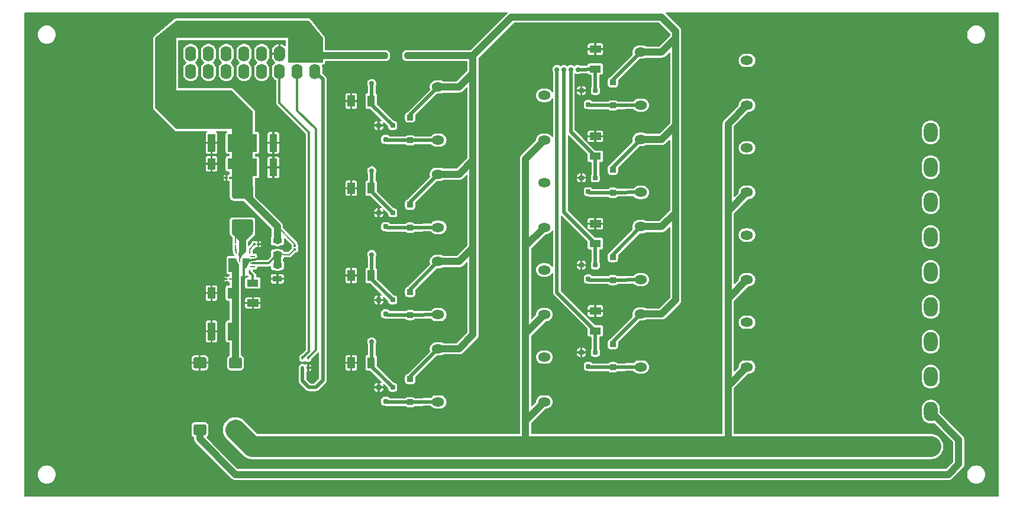
<source format=gbr>
G04 --- HEADER BEGIN --- *
G04 #@! TF.GenerationSoftware,LibrePCB,LibrePCB,1.0.0*
G04 #@! TF.CreationDate,2024-04-28T16:03:24*
G04 #@! TF.ProjectId,OSm Thermal,b11a65fa-6c4c-431c-8545-341aca355aaf,v1.5*
G04 #@! TF.Part,Single*
G04 #@! TF.SameCoordinates*
G04 #@! TF.FileFunction,Copper,L1,Top*
G04 #@! TF.FilePolarity,Positive*
%FSLAX66Y66*%
%MOMM*%
G01*
G75*
G04 --- HEADER END --- *
G04 --- APERTURE LIST BEGIN --- *
G04 #@! TA.AperFunction,ComponentPad*
%ADD10O,1.8X1.3*%
G04 #@! TA.AperFunction,SMDPad,CuDef*
%AMROUNDEDRECT11*20,1,0.9,-0.225,0.0,0.225,0.0,0.0*20,1,0.45,-0.45,0.0,0.45,0.0,0.0*1,1,0.45,-0.225,0.225*1,1,0.45,0.225,0.225*1,1,0.45,0.225,-0.225*1,1,0.45,-0.225,-0.225*%
%ADD11ROUNDEDRECT11*%
%AMROUNDEDRECT12*20,1,2.0,-1.25,0.0,1.25,0.0,0.0*20,1,1.5,-1.5,0.0,1.5,0.0,0.0*1,1,0.5,-1.25,0.75*1,1,0.5,1.25,0.75*1,1,0.5,1.25,-0.75*1,1,0.5,-1.25,-0.75*%
%ADD12ROUNDEDRECT12*%
%AMROUNDEDRECT13*20,1,0.25,-0.2375,0.0,0.2375,0.0,0.0*20,1,0.125,-0.3,0.0,0.3,0.0,0.0*1,1,0.125,-0.2375,0.0625*1,1,0.125,0.2375,0.0625*1,1,0.125,0.2375,-0.0625*1,1,0.125,-0.2375,-0.0625*%
%ADD13ROUNDEDRECT13*%
%AMROUNDEDRECT14*20,1,0.25,-0.2375,0.0,0.2375,0.0,90.0*20,1,0.125,-0.3,0.0,0.3,0.0,90.0*1,1,0.125,-0.0625,-0.2375*1,1,0.125,-0.0625,0.2375*1,1,0.125,0.0625,0.2375*1,1,0.125,0.0625,-0.2375*%
%ADD14ROUNDEDRECT14*%
%AMROUNDEDRECT15*20,1,0.25,-0.2875,0.0,0.2875,0.0,0.0*20,1,0.125,-0.35,0.0,0.35,0.0,0.0*1,1,0.125,-0.2875,0.0625*1,1,0.125,0.2875,0.0625*1,1,0.125,0.2875,-0.0625*1,1,0.125,-0.2875,-0.0625*%
%ADD15ROUNDEDRECT15*%
%AMOUTLINE16*4,1,16,0.15,-1.086603,0.186603,-1.05,0.2,-1.0,0.2,1.0,0.186603,1.05,0.15,1.086603,0.1,1.1,-0.1,1.1,-0.15,1.086603,-0.186603,1.05,-0.2,1.0,-0.2,-1.0,-0.186603,-1.05,-0.15,-1.086603,-0.1,-1.1,0.1,-1.1,0.15,-1.086603,180.0*%
%ADD16OUTLINE16*%
%AMROUNDEDRECT17*20,1,0.25,-0.8375,0.0,0.8375,0.0,90.0*20,1,0.125,-0.9,0.0,0.9,0.0,90.0*1,1,0.125,-0.0625,-0.8375*1,1,0.125,-0.0625,0.8375*1,1,0.125,0.0625,0.8375*1,1,0.125,0.0625,-0.8375*%
%ADD17ROUNDEDRECT17*%
%AMROUNDEDRECT18*20,1,0.4,-1.0,0.0,1.0,0.0,90.0*20,1,0.2,-1.1,0.0,1.1,0.0,90.0*1,1,0.2,-0.1,-1.0*1,1,0.2,-0.1,1.0*1,1,0.2,0.1,1.0*1,1,0.2,0.1,-1.0*%
%ADD18ROUNDEDRECT18*%
%ADD19R,1.25X0.75*%
%ADD20R,1.6X1.05*%
%ADD21R,0.225X0.2*%
%ADD22R,1.05X1.6*%
%ADD23R,1.05X2.5*%
%AMROUNDEDRECT24*20,1,0.7,-0.175,0.0,0.175,0.0,0.0*20,1,0.35,-0.35,0.0,0.35,0.0,0.0*1,1,0.35,-0.175,0.175*1,1,0.35,0.175,0.175*1,1,0.35,0.175,-0.175*1,1,0.35,-0.175,-0.175*%
%ADD24ROUNDEDRECT24*%
%AMROUNDEDRECT25*20,1,1.6,-0.652,0.0,0.652,0.0,0.0*20,1,1.104,-0.9,0.0,0.9,0.0,0.0*1,1,0.496,-0.652,0.552*1,1,0.496,0.652,0.552*1,1,0.496,0.652,-0.552*1,1,0.496,-0.652,-0.552*%
%ADD25ROUNDEDRECT25*%
%ADD26R,0.3X0.3*%
%ADD27R,0.2X0.225*%
G04 #@! TA.AperFunction,ComponentPad*
%ADD28O,1.587X2.19*%
%ADD29R,1.587X2.19*%
G04 #@! TA.AperFunction,SMDPad,CuDef*
%AMROUNDEDRECT30*20,1,0.3,-0.175,0.0,0.175,0.0,90.0*20,1,0.15,-0.25,0.0,0.25,0.0,90.0*1,1,0.15,-0.075,-0.175*1,1,0.15,-0.075,0.175*1,1,0.15,0.075,0.175*1,1,0.15,0.075,-0.175*%
%ADD30ROUNDEDRECT30*%
G04 #@! TA.AperFunction,ComponentPad*
%ADD31O,2.0X2.8*%
G04 #@! TA.AperFunction,ViaPad*
%ADD32C,0.7*%
G04 #@! TA.AperFunction,Conductor*
%ADD33C,0.2*%
%ADD34C,0.5*%
%ADD35C,0.3*%
%ADD36C,1.0*%
%ADD37C,3.0*%
%ADD38C,0.01*%
G04 #@! TD*
G04 --- APERTURE LIST END --- *
G04 --- BOARD BEGIN --- *
D10*
G04 #@! TO.N,N9*
G04 #@! TO.C,K1*
G04 #@! TO.P,K1,NO,NO*
X74700000Y-49700000D03*
G04 #@! TO.N,N28*
G04 #@! TO.P,K1,C1,+*
X59500000Y-48500000D03*
G04 #@! TO.N,N5*
G04 #@! TO.P,K1,COM,COM*
X74700000Y-56100000D03*
G04 #@! TO.N,N23*
G04 #@! TO.P,K1,C2,-*
X59500000Y-56100000D03*
D11*
G04 #@! TO.N,N28*
G04 #@! TO.C,D6*
G04 #@! TO.P,D6,1,C*
X84500000Y-47850000D03*
G04 #@! TO.N,N19*
G04 #@! TO.P,D6,2,A*
X84500000Y-51150000D03*
D12*
G04 #@! TO.N,N3*
G04 #@! TO.C,L1*
G04 #@! TO.P,L1,1,1*
X31500000Y-31000000D03*
G04 #@! TO.N,N38*
G04 #@! TO.P,L1,2,2*
X31500000Y-26000000D03*
D11*
G04 #@! TO.N,N28*
G04 #@! TO.C,D7*
G04 #@! TO.P,D7,1,C*
X84500000Y-35350000D03*
G04 #@! TO.N,N32*
G04 #@! TO.P,D7,2,A*
X84500000Y-38650000D03*
G04 #@! TO.N,N28*
G04 #@! TO.C,D9*
G04 #@! TO.P,D9,1,C*
X84500000Y-10350000D03*
G04 #@! TO.N,N37*
G04 #@! TO.P,D9,2,A*
X84500000Y-13650000D03*
D13*
G04 #@! TO.N,GND*
G04 #@! TO.C,U1*
G04 #@! TO.P,U1,AGND,AGND*
X33000000Y-35750000D03*
D14*
G04 #@! TO.N,N2*
G04 #@! TO.P,U1,MODE,MODE*
X32500000Y-37500000D03*
G04 #@! TO.N,N1*
G04 #@! TO.P,U1,SS,SS*
X32500000Y-34500000D03*
D15*
G04 #@! TO.N,N7*
G04 #@! TO.P,U1,VIN,VIN*
X30050000Y-36250000D03*
D14*
G04 #@! TO.N,N4*
G04 #@! TO.P,U1,BOOT,BOOT*
X30600000Y-34500000D03*
D13*
G04 #@! TO.N,N/C*
G04 #@! TO.P,U1,PG,PG*
X33000000Y-35250000D03*
D16*
G04 #@! TO.N,N7*
G04 #@! TO.P,U1,VIN,VIN*
X30500000Y-36700000D03*
D13*
G04 #@! TO.N,N8*
G04 #@! TO.P,U1,FB,FB*
X33000000Y-36250000D03*
G04 #@! TO.N,N/C*
G04 #@! TO.P,U1,EN,EN*
X33000000Y-36750000D03*
D17*
G04 #@! TO.N,N3*
G04 #@! TO.P,U1,SW,SW*
X31100000Y-35100000D03*
D15*
G04 #@! TO.N,N7*
G04 #@! TO.P,U1,VIN,VIN*
X30050000Y-35750000D03*
D18*
G04 #@! TO.N,GND*
G04 #@! TO.P,U1,PGND,PGND*
X31700000Y-36700000D03*
D15*
G04 #@! TO.N,N7*
G04 #@! TO.P,U1,VIN,VIN*
X30050000Y-36750000D03*
D19*
G04 #@! TO.N,N8*
G04 #@! TO.C,R2*
G04 #@! TO.P,R2,2,2*
X36500000Y-34975000D03*
G04 #@! TO.N,N38*
G04 #@! TO.P,R2,1,1*
X36500000Y-33025000D03*
D20*
G04 #@! TO.N,N30*
G04 #@! TO.C,R10*
G04 #@! TO.P,R10,2,2*
X82000000Y-20925000D03*
G04 #@! TO.N,GND*
G04 #@! TO.P,R10,1,1*
X82000000Y-18075000D03*
D21*
G04 #@! TO.N,N7*
G04 #@! TO.C,C5*
G04 #@! TO.P,C5,2,2*
X29688000Y-38500000D03*
G04 #@! TO.N,GND*
G04 #@! TO.P,C5,1,1*
X29312000Y-38500000D03*
D22*
G04 #@! TO.N,N7*
G04 #@! TO.C,C4*
G04 #@! TO.P,C4,2,2*
X29925000Y-40500000D03*
G04 #@! TO.N,GND*
G04 #@! TO.P,C4,1,1*
X27075000Y-40500000D03*
D23*
G04 #@! TO.C,C7*
G04 #@! TO.P,C7,2,2*
X27075000Y-19000000D03*
G04 #@! TO.N,N38*
G04 #@! TO.P,C7,1,1*
X29925000Y-19000000D03*
D19*
G04 #@! TO.N,GND*
G04 #@! TO.C,R3*
G04 #@! TO.P,R3,2,2*
X36500000Y-38475000D03*
G04 #@! TO.N,N8*
G04 #@! TO.P,R3,1,1*
X36500000Y-36525000D03*
D24*
G04 #@! TO.N,N25*
G04 #@! TO.C,Q2*
G04 #@! TO.P,Q2,1,G*
X53000000Y-41500000D03*
G04 #@! TO.N,GND*
G04 #@! TO.P,Q2,2,S*
X51000000Y-41500000D03*
G04 #@! TO.N,N33*
G04 #@! TO.P,Q2,3,D*
X52000000Y-43500000D03*
D20*
G04 #@! TO.N,N2*
G04 #@! TO.C,R1*
G04 #@! TO.P,R1,2,2*
X33000000Y-39075000D03*
G04 #@! TO.N,GND*
G04 #@! TO.P,R1,1,1*
X33000000Y-41925000D03*
D23*
G04 #@! TO.N,N7*
G04 #@! TO.C,C3*
G04 #@! TO.P,C3,2,2*
X29925000Y-46000000D03*
G04 #@! TO.N,GND*
G04 #@! TO.P,C3,1,1*
X27075000Y-46000000D03*
D25*
G04 #@! TO.N,N6*
G04 #@! TO.C,BR1*
G04 #@! TO.P,BR1,PGND,AC2*
X25400000Y-60100000D03*
G04 #@! TO.N,N7*
G04 #@! TO.P,BR1,VOUT,+*
X30500000Y-50500000D03*
G04 #@! TO.N,GND*
G04 #@! TO.P,BR1,AGND,_*
X25400000Y-50500000D03*
G04 #@! TO.N,N5*
G04 #@! TO.P,BR1,VIN,AC1*
X30500000Y-60100000D03*
D22*
G04 #@! TO.N,N25*
G04 #@! TO.C,R5*
G04 #@! TO.P,R5,2,2*
X49925000Y-38000000D03*
G04 #@! TO.N,GND*
G04 #@! TO.P,R5,1,1*
X47075000Y-38000000D03*
D10*
G04 #@! TO.N,N10*
G04 #@! TO.C,K2*
G04 #@! TO.P,K2,NO,NO*
X74700000Y-37200000D03*
G04 #@! TO.N,N28*
G04 #@! TO.P,K2,C1,+*
X59500000Y-36000000D03*
G04 #@! TO.N,N5*
G04 #@! TO.P,K2,COM,COM*
X74700000Y-43600000D03*
G04 #@! TO.N,N33*
G04 #@! TO.P,K2,C2,-*
X59500000Y-43600000D03*
G04 #@! TO.N,N13*
G04 #@! TO.C,K5*
G04 #@! TO.P,K5,NO,NO*
X103700000Y-44700000D03*
G04 #@! TO.N,N28*
G04 #@! TO.P,K5,C1,+*
X88500000Y-43500000D03*
G04 #@! TO.N,N5*
G04 #@! TO.P,K5,COM,COM*
X103700000Y-51100000D03*
G04 #@! TO.N,N19*
G04 #@! TO.P,K5,C2,-*
X88500000Y-51100000D03*
G04 #@! TO.N,N12*
G04 #@! TO.C,K4*
G04 #@! TO.P,K4,NO,NO*
X74700000Y-12200000D03*
G04 #@! TO.N,N28*
G04 #@! TO.P,K4,C1,+*
X59500000Y-11000000D03*
G04 #@! TO.N,N5*
G04 #@! TO.P,K4,COM,COM*
X74700000Y-18600000D03*
G04 #@! TO.N,N26*
G04 #@! TO.P,K4,C2,-*
X59500000Y-18600000D03*
D24*
G04 #@! TO.N,N17*
G04 #@! TO.C,Q5*
G04 #@! TO.P,Q5,1,G*
X82000000Y-49000000D03*
G04 #@! TO.N,GND*
G04 #@! TO.P,Q5,2,S*
X80000000Y-49000000D03*
G04 #@! TO.N,N19*
G04 #@! TO.P,Q5,3,D*
X81000000Y-51000000D03*
D26*
G04 #@! TO.N,GND*
G04 #@! TO.C,C1*
G04 #@! TO.P,C1,2,2*
X33750000Y-33500000D03*
G04 #@! TO.N,N1*
G04 #@! TO.P,C1,1,1*
X33250000Y-33500000D03*
G04 #@! TO.N,GND*
G04 #@! TO.C,C10*
G04 #@! TO.P,C10,2,2*
X29250000Y-24000000D03*
G04 #@! TO.N,N38*
G04 #@! TO.P,C10,1,1*
X29750000Y-24000000D03*
D11*
G04 #@! TO.N,N28*
G04 #@! TO.C,D3*
G04 #@! TO.P,D3,1,C*
X55500000Y-40350000D03*
G04 #@! TO.N,N33*
G04 #@! TO.P,D3,2,A*
X55500000Y-43650000D03*
D10*
G04 #@! TO.N,N14*
G04 #@! TO.C,K6*
G04 #@! TO.P,K6,NO,NO*
X103700000Y-32200000D03*
G04 #@! TO.N,N28*
G04 #@! TO.P,K6,C1,+*
X88500000Y-31000000D03*
G04 #@! TO.N,N5*
G04 #@! TO.P,K6,COM,COM*
X103700000Y-38600000D03*
G04 #@! TO.N,N32*
G04 #@! TO.P,K6,C2,-*
X88500000Y-38600000D03*
G04 #@! TO.N,N11*
G04 #@! TO.C,K3*
G04 #@! TO.P,K3,NO,NO*
X74700000Y-24700000D03*
G04 #@! TO.N,N28*
G04 #@! TO.P,K3,C1,+*
X59500000Y-23500000D03*
G04 #@! TO.N,N5*
G04 #@! TO.P,K3,COM,COM*
X74700000Y-31100000D03*
G04 #@! TO.N,N31*
G04 #@! TO.P,K3,C2,-*
X59500000Y-31100000D03*
D27*
G04 #@! TO.N,N4*
G04 #@! TO.C,C2*
G04 #@! TO.P,C2,2,2*
X30500000Y-33688000D03*
G04 #@! TO.N,N3*
G04 #@! TO.P,C2,1,1*
X30500000Y-33312000D03*
D11*
G04 #@! TO.N,N28*
G04 #@! TO.C,D2*
G04 #@! TO.P,D2,1,C*
X55500000Y-52850000D03*
G04 #@! TO.N,N23*
G04 #@! TO.P,D2,2,A*
X55500000Y-56150000D03*
D28*
G04 #@! TO.N,N29*
G04 #@! TO.C,J2*
G04 #@! TO.P,J2,15,15*
X24110000Y-6230000D03*
G04 #@! TO.N,N34*
G04 #@! TO.P,J2,12,12*
X29190000Y-8770000D03*
G04 #@! TO.N,N22*
G04 #@! TO.P,J2,4,4*
X39350000Y-8770000D03*
G04 #@! TO.N,N/C*
G04 #@! TO.P,J2,13,13*
X26650000Y-6230000D03*
G04 #@! TO.N,N42*
G04 #@! TO.P,J2,16,16*
X24110000Y-8770000D03*
G04 #@! TO.N,N/C*
G04 #@! TO.P,J2,10,10*
X31730000Y-8770000D03*
G04 #@! TO.N,N25*
G04 #@! TO.P,J2,14,14*
X26650000Y-8770000D03*
G04 #@! TO.N,N30*
G04 #@! TO.P,J2,11,11*
X29190000Y-6230000D03*
G04 #@! TO.N,GND*
G04 #@! TO.P,J2,5,5*
X36810000Y-6230000D03*
G04 #@! TO.N,N27*
G04 #@! TO.P,J2,8,8*
X34270000Y-8770000D03*
G04 #@! TO.N,N36*
G04 #@! TO.P,J2,9,9*
X31730000Y-6230000D03*
D29*
G04 #@! TO.N,N38*
G04 #@! TO.P,J2,1,1*
X41890000Y-6230000D03*
D28*
G04 #@! TO.N,N20*
G04 #@! TO.P,J2,2,2*
X41890000Y-8770000D03*
G04 #@! TO.N,N17*
G04 #@! TO.P,J2,7,7*
X34270000Y-6230000D03*
G04 #@! TO.N,N38*
G04 #@! TO.P,J2,3,3*
X39350000Y-6230000D03*
G04 #@! TO.N,N18*
G04 #@! TO.P,J2,6,6*
X36810000Y-8770000D03*
D24*
G04 #@! TO.N,N27*
G04 #@! TO.C,Q4*
G04 #@! TO.P,Q4,1,G*
X53000000Y-16500000D03*
G04 #@! TO.N,GND*
G04 #@! TO.P,Q4,2,S*
X51000000Y-16500000D03*
G04 #@! TO.N,N26*
G04 #@! TO.P,Q4,3,D*
X52000000Y-18500000D03*
D11*
G04 #@! TO.N,N28*
G04 #@! TO.C,D8*
G04 #@! TO.P,D8,1,C*
X84500000Y-22850000D03*
G04 #@! TO.N,N24*
G04 #@! TO.P,D8,2,A*
X84500000Y-26150000D03*
D22*
G04 #@! TO.N,N42*
G04 #@! TO.C,R4*
G04 #@! TO.P,R4,2,2*
X49925000Y-50500000D03*
G04 #@! TO.N,GND*
G04 #@! TO.P,R4,1,1*
X47075000Y-50500000D03*
D24*
G04 #@! TO.N,N29*
G04 #@! TO.C,Q8*
G04 #@! TO.P,Q8,1,G*
X82000000Y-11500000D03*
G04 #@! TO.N,GND*
G04 #@! TO.P,Q8,2,S*
X80000000Y-11500000D03*
G04 #@! TO.N,N37*
G04 #@! TO.P,Q8,3,D*
X81000000Y-13500000D03*
D22*
G04 #@! TO.N,N27*
G04 #@! TO.C,R7*
G04 #@! TO.P,R7,2,2*
X49925000Y-13000000D03*
G04 #@! TO.N,GND*
G04 #@! TO.P,R7,1,1*
X47075000Y-13000000D03*
D24*
G04 #@! TO.N,N34*
G04 #@! TO.C,Q3*
G04 #@! TO.P,Q3,1,G*
X53000000Y-29000000D03*
G04 #@! TO.N,GND*
G04 #@! TO.P,Q3,2,S*
X51000000Y-29000000D03*
G04 #@! TO.N,N31*
G04 #@! TO.P,Q3,3,D*
X52000000Y-31000000D03*
D22*
G04 #@! TO.N,GND*
G04 #@! TO.C,C6*
G04 #@! TO.P,C6,2,2*
X27075000Y-22000000D03*
G04 #@! TO.N,N38*
G04 #@! TO.P,C6,1,1*
X29925000Y-22000000D03*
D20*
G04 #@! TO.N,N29*
G04 #@! TO.C,R11*
G04 #@! TO.P,R11,2,2*
X82000000Y-8425000D03*
G04 #@! TO.N,GND*
G04 #@! TO.P,R11,1,1*
X82000000Y-5575000D03*
G04 #@! TO.N,N17*
G04 #@! TO.C,R8*
G04 #@! TO.P,R8,2,2*
X82000000Y-45925000D03*
G04 #@! TO.N,GND*
G04 #@! TO.P,R8,1,1*
X82000000Y-43075000D03*
D11*
G04 #@! TO.N,N28*
G04 #@! TO.C,D4*
G04 #@! TO.P,D4,1,C*
X55500000Y-27850000D03*
G04 #@! TO.N,N31*
G04 #@! TO.P,D4,2,A*
X55500000Y-31150000D03*
D24*
G04 #@! TO.N,N42*
G04 #@! TO.C,Q1*
G04 #@! TO.P,Q1,1,G*
X53000000Y-54000000D03*
G04 #@! TO.N,GND*
G04 #@! TO.P,Q1,2,S*
X51000000Y-54000000D03*
G04 #@! TO.N,N23*
G04 #@! TO.P,Q1,3,D*
X52000000Y-56000000D03*
D30*
G04 #@! TO.N,GND*
G04 #@! TO.C,U2*
G04 #@! TO.P,U2,VSS,VSS*
X40900000Y-51200000D03*
G04 #@! TO.N,N22*
G04 #@! TO.P,U2,SDA,SDA*
X40900000Y-49800000D03*
G04 #@! TO.N,N18*
G04 #@! TO.P,U2,SCL,SCL*
X40100000Y-49800000D03*
G04 #@! TO.N,N20*
G04 #@! TO.P,U2,VDD,VDD*
X40100000Y-51200000D03*
D24*
G04 #@! TO.N,N30*
G04 #@! TO.C,Q7*
G04 #@! TO.P,Q7,1,G*
X82000000Y-24000000D03*
G04 #@! TO.N,GND*
G04 #@! TO.P,Q7,2,S*
X80000000Y-24000000D03*
G04 #@! TO.N,N24*
G04 #@! TO.P,Q7,3,D*
X81000000Y-26000000D03*
D31*
G04 #@! TO.N,N6*
G04 #@! TO.C,J1*
G04 #@! TO.P,J1,2,2*
X130000000Y-57500000D03*
G04 #@! TO.N,N10*
G04 #@! TO.P,J1,4,4*
X130000000Y-47500000D03*
G04 #@! TO.N,N12*
G04 #@! TO.P,J1,6,6*
X130000000Y-37500000D03*
G04 #@! TO.N,N9*
G04 #@! TO.P,J1,3,3*
X130000000Y-52500000D03*
G04 #@! TO.N,N13*
G04 #@! TO.P,J1,7,7*
X130000000Y-32500000D03*
G04 #@! TO.N,N16*
G04 #@! TO.P,J1,10,10*
X130000000Y-17500000D03*
G04 #@! TO.N,N14*
G04 #@! TO.P,J1,8,8*
X130000000Y-27500000D03*
G04 #@! TO.N,N15*
G04 #@! TO.P,J1,9,9*
X130000000Y-22500000D03*
G04 #@! TO.N,N5*
G04 #@! TO.P,J1,1,1*
X130000000Y-62500000D03*
G04 #@! TO.N,N11*
G04 #@! TO.P,J1,5,5*
X130000000Y-42500000D03*
D22*
G04 #@! TO.N,N34*
G04 #@! TO.C,R6*
G04 #@! TO.P,R6,2,2*
X49925000Y-25500000D03*
G04 #@! TO.N,GND*
G04 #@! TO.P,R6,1,1*
X47075000Y-25500000D03*
D20*
G04 #@! TO.N,N36*
G04 #@! TO.C,R9*
G04 #@! TO.P,R9,2,2*
X82000000Y-33425000D03*
G04 #@! TO.N,GND*
G04 #@! TO.P,R9,1,1*
X82000000Y-30575000D03*
D23*
G04 #@! TO.C,C9*
G04 #@! TO.P,C9,2,2*
X35925000Y-22500000D03*
G04 #@! TO.N,N38*
G04 #@! TO.P,C9,1,1*
X33075000Y-22500000D03*
D11*
G04 #@! TO.N,N28*
G04 #@! TO.C,D5*
G04 #@! TO.P,D5,1,C*
X55500000Y-15350000D03*
G04 #@! TO.N,N26*
G04 #@! TO.P,D5,2,A*
X55500000Y-18650000D03*
D26*
G04 #@! TO.N,N8*
G04 #@! TO.C,C11*
G04 #@! TO.P,C11,2,2*
X39000000Y-34250000D03*
G04 #@! TO.N,N38*
G04 #@! TO.P,C11,1,1*
X39000000Y-33750000D03*
D23*
G04 #@! TO.N,GND*
G04 #@! TO.C,C8*
G04 #@! TO.P,C8,2,2*
X35925000Y-19000000D03*
G04 #@! TO.N,N38*
G04 #@! TO.P,C8,1,1*
X33075000Y-19000000D03*
D10*
G04 #@! TO.N,N15*
G04 #@! TO.C,K7*
G04 #@! TO.P,K7,NO,NO*
X103700000Y-19700000D03*
G04 #@! TO.N,N28*
G04 #@! TO.P,K7,C1,+*
X88500000Y-18500000D03*
G04 #@! TO.N,N5*
G04 #@! TO.P,K7,COM,COM*
X103700000Y-26100000D03*
G04 #@! TO.N,N24*
G04 #@! TO.P,K7,C2,-*
X88500000Y-26100000D03*
G04 #@! TO.N,N16*
G04 #@! TO.C,K8*
G04 #@! TO.P,K8,NO,NO*
X103700000Y-7200000D03*
G04 #@! TO.N,N28*
G04 #@! TO.P,K8,C1,+*
X88500000Y-6000000D03*
G04 #@! TO.N,N5*
G04 #@! TO.P,K8,COM,COM*
X103700000Y-13600000D03*
G04 #@! TO.N,N37*
G04 #@! TO.P,K8,C2,-*
X88500000Y-13600000D03*
D24*
G04 #@! TO.N,N36*
G04 #@! TO.C,Q6*
G04 #@! TO.P,Q6,1,G*
X82000000Y-36500000D03*
G04 #@! TO.N,GND*
G04 #@! TO.P,Q6,2,S*
X80000000Y-36500000D03*
G04 #@! TO.N,N32*
G04 #@! TO.P,Q6,3,D*
X81000000Y-38500000D03*
D11*
G04 #@! TO.N,N28*
G04 #@! TO.C,D1*
G04 #@! TO.P,D1,1,C*
X55150000Y-6500000D03*
G04 #@! TO.N,N38*
G04 #@! TO.P,D1,2,A*
X51850000Y-6500000D03*
D32*
G04 #@! TD.C*
G04 #@! TD.P*
G04 #@! TO.N,GND*
X49500000Y-29000000D03*
X84500000Y-17500000D03*
X18000000Y-39000000D03*
D33*
G04 #@! TO.N,N1*
X32500000Y-34500000D02*
X32500000Y-34250000D01*
X32500000Y-34250000D02*
X33250000Y-33500000D01*
D32*
G04 #@! TO.N,GND*
X44500000Y-65000000D03*
G04 #@! TO.N,N25*
X50000000Y-35000000D03*
D34*
X50000000Y-35000000D02*
X50000000Y-37925000D01*
X50000000Y-38500000D02*
X53000000Y-41500000D01*
X50000000Y-37925000D02*
X49925000Y-38000000D01*
X50000000Y-37925000D02*
X50000000Y-38500000D01*
D32*
G04 #@! TO.N,GND*
X22500000Y-49000000D03*
X115000000Y-39000000D03*
X22500000Y-50500000D03*
X49500000Y-54000000D03*
X27500000Y-24500000D03*
D33*
G04 #@! TO.N,N3*
X30500000Y-32000000D02*
X31500000Y-31000000D01*
D35*
X31500000Y-31000000D02*
X31100000Y-35100000D01*
D33*
X30500000Y-33312000D02*
X30500000Y-32000000D01*
D32*
G04 #@! TO.N,GND*
X121000000Y-50000000D03*
D35*
G04 #@! TO.N,N22*
X39350000Y-14350000D02*
X39350000Y-8770000D01*
X42000000Y-17000000D02*
X39350000Y-14350000D01*
X40900000Y-49800000D02*
X42000000Y-48700000D01*
X42000000Y-48700000D02*
X42000000Y-17000000D01*
D32*
G04 #@! TO.N,GND*
X34000000Y-37500000D03*
G04 #@! TO.N,N29*
X79500000Y-8500000D03*
D34*
X82000000Y-8425000D02*
X82000000Y-11500000D01*
X82000000Y-8425000D02*
X79500000Y-8500000D01*
D32*
G04 #@! TO.N,GND*
X35000000Y-68500000D03*
D35*
G04 #@! TO.N,N7*
X30500000Y-36700000D02*
X30050000Y-35750000D01*
D36*
X30500000Y-40500000D02*
X30500000Y-38500000D01*
D34*
X29925000Y-40500000D02*
X30500000Y-40500000D01*
X29925000Y-46000000D02*
X30500000Y-46000000D01*
D35*
X30500000Y-36700000D02*
X30050000Y-36250000D01*
D33*
X30500000Y-38500000D02*
X29688000Y-38500000D01*
D35*
X30500000Y-36700000D02*
X30050000Y-36750000D01*
D36*
X30500000Y-40500000D02*
X30500000Y-46000000D01*
X30500000Y-46000000D02*
X30500000Y-50500000D01*
X30500000Y-38500000D02*
X30500000Y-36700000D01*
D32*
G04 #@! TO.N,N36*
X77500000Y-8500000D03*
D34*
X77500000Y-28925000D02*
X82000000Y-33425000D01*
X82000000Y-36500000D02*
X82000000Y-33425000D01*
X77500000Y-8500000D02*
X77500000Y-28925000D01*
D32*
G04 #@! TO.N,GND*
X110500000Y-20000000D03*
X117000000Y-65000000D03*
D34*
G04 #@! TO.N,N33*
X52150000Y-43650000D02*
X55500000Y-43650000D01*
X52000000Y-43500000D02*
X52150000Y-43650000D01*
X55500000Y-43650000D02*
X59500000Y-43600000D01*
D32*
G04 #@! TO.N,N30*
X78500000Y-8500000D03*
D34*
X78500000Y-17425000D02*
X82000000Y-20925000D01*
X78500000Y-8500000D02*
X78500000Y-17425000D01*
X82000000Y-20925000D02*
X82000000Y-24000000D01*
D32*
G04 #@! TO.N,GND*
X16000000Y-26500000D03*
X69000000Y-69000000D03*
X24500000Y-49000000D03*
D34*
G04 #@! TO.N,N20*
X41890000Y-8770000D02*
X43000000Y-9880000D01*
X42000000Y-54000000D02*
X41000000Y-54000000D01*
X43000000Y-53000000D02*
X42000000Y-54000000D01*
X41000000Y-54000000D02*
X40100000Y-53100000D01*
X43000000Y-9880000D02*
X43000000Y-53000000D01*
X40100000Y-53100000D02*
X40100000Y-51200000D01*
G04 #@! TO.N,N23*
X52000000Y-56000000D02*
X52149725Y-56149725D01*
X52149725Y-56149725D02*
X55500000Y-56150000D01*
X55500000Y-56150000D02*
X59500000Y-56100000D01*
G04 #@! TO.N,N26*
X55500000Y-18650000D02*
X59500000Y-18600000D01*
X52150000Y-18650000D02*
X55500000Y-18650000D01*
X52000000Y-18500000D02*
X52150000Y-18650000D01*
D32*
G04 #@! TO.N,GND*
X132500000Y-69000000D03*
X118000000Y-56000000D03*
D34*
G04 #@! TO.N,N32*
X81149725Y-38649725D02*
X84500000Y-38650000D01*
X84500000Y-38650000D02*
X88500000Y-38600000D01*
X81000000Y-38500000D02*
X81149725Y-38649725D01*
D32*
G04 #@! TO.N,GND*
X123500000Y-39000000D03*
G04 #@! TO.N,N34*
X50000000Y-23000000D03*
D34*
X50000000Y-23000000D02*
X50000000Y-25425000D01*
X50000000Y-25425000D02*
X49925000Y-25500000D01*
X50000000Y-25425000D02*
X50000000Y-26000000D01*
X50000000Y-26000000D02*
X53000000Y-29000000D01*
D32*
G04 #@! TO.N,GND*
X80000000Y-22500000D03*
X110500000Y-31500000D03*
X125500000Y-8500000D03*
D35*
G04 #@! TO.N,N18*
X40100000Y-49800000D02*
X41000000Y-48900000D01*
X36810000Y-13310000D02*
X36810000Y-8770000D01*
X41000000Y-48900000D02*
X41000000Y-17500000D01*
X41000000Y-17500000D02*
X36810000Y-13310000D01*
D32*
G04 #@! TO.N,GND*
X6500000Y-35000000D03*
X122000000Y-44500000D03*
X24500000Y-47500000D03*
D34*
G04 #@! TO.N,N37*
X81150000Y-13650000D02*
X84500000Y-13650000D01*
X81000000Y-13500000D02*
X81150000Y-13650000D01*
X84500000Y-13650000D02*
X88500000Y-13600000D01*
D32*
G04 #@! TO.N,N27*
X50000000Y-10500000D03*
D34*
X50000000Y-10500000D02*
X50000000Y-12925000D01*
X50000000Y-12925000D02*
X49925000Y-13000000D01*
X50000000Y-13500000D02*
X53000000Y-16500000D01*
X50000000Y-12925000D02*
X50000000Y-13500000D01*
D32*
G04 #@! TO.N,GND*
X5500000Y-15500000D03*
X10000000Y-8000000D03*
X70000000Y-7500000D03*
X41500000Y-52500000D03*
X85000000Y-5000000D03*
X85500000Y-3000000D03*
X78500000Y-56500000D03*
D34*
G04 #@! TO.N,N24*
X84500000Y-26150000D02*
X88500000Y-26100000D01*
X81000000Y-26000000D02*
X81149725Y-26149725D01*
X81149725Y-26149725D02*
X84500000Y-26150000D01*
D32*
G04 #@! TO.N,GND*
X49500000Y-16500000D03*
D34*
G04 #@! TO.N,N28*
X88500000Y-43500000D02*
X84500000Y-47500000D01*
X88500000Y-6000000D02*
X88500000Y-6000000D01*
D36*
X91500000Y-43500000D02*
X93500000Y-41500000D01*
D34*
X84500000Y-47850000D02*
X84500000Y-47500000D01*
D36*
X64500000Y-34000000D02*
X64500000Y-46500000D01*
D34*
X59500000Y-48500000D02*
X55500000Y-52500000D01*
D36*
X64500000Y-9000000D02*
X62500000Y-11000000D01*
D34*
X59500000Y-11000000D02*
X55500000Y-15000000D01*
X84500000Y-22850000D02*
X84500000Y-22500000D01*
X59500000Y-11000000D02*
X59500000Y-11000000D01*
D36*
X59500000Y-48500000D02*
X62500000Y-48500000D01*
D34*
X55500000Y-27850000D02*
X55500000Y-27500000D01*
D36*
X62500000Y-48500000D02*
X64500000Y-46500000D01*
X93500000Y-16500000D02*
X93500000Y-29000000D01*
D34*
X88500000Y-6000000D02*
X84500000Y-10000000D01*
X84500000Y-10350000D02*
X84500000Y-10000000D01*
D36*
X59500000Y-23500000D02*
X62500000Y-23500000D01*
D34*
X59500000Y-36000000D02*
X55500000Y-40000000D01*
X88500000Y-18500000D02*
X88500000Y-18500000D01*
D36*
X93500000Y-29000000D02*
X93500000Y-41500000D01*
X88500000Y-31000000D02*
X91500000Y-31000000D01*
X64500000Y-9000000D02*
X64500000Y-21500000D01*
X70000000Y-1000000D02*
X64500000Y-6500000D01*
X64500000Y-21500000D02*
X64500000Y-34000000D01*
X91500000Y-1000000D02*
X70000000Y-1000000D01*
D34*
X59500000Y-23500000D02*
X59500000Y-23500000D01*
X88500000Y-43500000D02*
X88500000Y-43500000D01*
D36*
X91500000Y-18500000D02*
X93500000Y-16500000D01*
X64500000Y-6500000D02*
X64500000Y-8000000D01*
D34*
X59500000Y-48500000D02*
X59500000Y-48500000D01*
D36*
X91500000Y-31000000D02*
X93500000Y-29000000D01*
D34*
X84500000Y-35350000D02*
X84500000Y-35000000D01*
D36*
X93500000Y-3000000D02*
X91500000Y-1000000D01*
X59500000Y-11000000D02*
X62500000Y-11000000D01*
X93500000Y-4000000D02*
X93500000Y-3000000D01*
X88500000Y-6000000D02*
X91500000Y-6000000D01*
X88500000Y-43500000D02*
X91500000Y-43500000D01*
X64500000Y-6500000D02*
X55150000Y-6500000D01*
X64500000Y-9000000D02*
X64500000Y-8000000D01*
X88500000Y-18500000D02*
X91500000Y-18500000D01*
D34*
X55500000Y-40350000D02*
X55500000Y-40000000D01*
X55500000Y-15350000D02*
X55500000Y-15000000D01*
X88500000Y-31000000D02*
X88500000Y-31000000D01*
D36*
X64500000Y-9000000D02*
X64500000Y-8000000D01*
X62500000Y-23500000D02*
X64500000Y-21500000D01*
D34*
X59500000Y-23500000D02*
X55500000Y-27500000D01*
D36*
X62500000Y-36000000D02*
X64500000Y-34000000D01*
X59500000Y-36000000D02*
X62500000Y-36000000D01*
X93500000Y-16500000D02*
X93500000Y-4000000D01*
D34*
X59500000Y-36000000D02*
X59500000Y-36000000D01*
D36*
X91500000Y-6000000D02*
X93500000Y-4000000D01*
D34*
X88500000Y-31000000D02*
X84500000Y-35000000D01*
X55500000Y-52850000D02*
X55500000Y-52500000D01*
X88500000Y-18500000D02*
X84500000Y-22500000D01*
D33*
G04 #@! TO.N,N4*
X30500000Y-33688000D02*
X30500000Y-34400000D01*
X30500000Y-34400000D02*
X30600000Y-34500000D01*
D32*
G04 #@! TO.N,GND*
X26500000Y-49000000D03*
G04 #@! TO.N,N17*
X76500000Y-8500000D03*
D34*
X76500000Y-8500000D02*
X76500000Y-40425000D01*
X82000000Y-49000000D02*
X82000000Y-45925000D01*
X76500000Y-40425000D02*
X82000000Y-45925000D01*
D32*
G04 #@! TO.N,GND*
X86500000Y-65000000D03*
D36*
G04 #@! TO.N,N6*
X134000000Y-61500000D02*
X134000000Y-65000000D01*
X130000000Y-57500000D02*
X134000000Y-61500000D01*
X30500000Y-66500000D02*
X25400000Y-61400000D01*
X25400000Y-61400000D02*
X25400000Y-60100000D01*
X132500000Y-66500000D02*
X30500000Y-66500000D01*
X134000000Y-65000000D02*
X132500000Y-66500000D01*
D32*
G04 #@! TO.N,GND*
X118000000Y-25000000D03*
X84500000Y-43000000D03*
G04 #@! TO.N,N42*
X50000000Y-47500000D03*
D34*
X50000000Y-50425000D02*
X49925000Y-50500000D01*
X49925000Y-50500000D02*
X49925000Y-50925000D01*
X49925000Y-50925000D02*
X53000000Y-54000000D01*
X50000000Y-47500000D02*
X50000000Y-50425000D01*
D36*
G04 #@! TO.N,N5*
X72000000Y-46300000D02*
X72000000Y-58800000D01*
X72000000Y-21300000D02*
X72000000Y-33800000D01*
X74700000Y-31100000D02*
X72000000Y-33800000D01*
D37*
X32900000Y-62500000D02*
X30500000Y-60100000D01*
D36*
X74700000Y-43600000D02*
X72000000Y-46300000D01*
X103700000Y-38600000D02*
X101000000Y-41300000D01*
X101000000Y-53800000D02*
X101000000Y-62500000D01*
X74700000Y-18600000D02*
X72000000Y-21300000D01*
X103700000Y-13600000D02*
X101000000Y-16300000D01*
D37*
X101000000Y-62500000D02*
X130000000Y-62500000D01*
X101000000Y-62500000D02*
X72000000Y-62500000D01*
D36*
X101000000Y-41300000D02*
X101000000Y-53800000D01*
D37*
X72000000Y-62500000D02*
X32900000Y-62500000D01*
D36*
X72000000Y-58800000D02*
X72000000Y-62500000D01*
X72000000Y-33800000D02*
X72000000Y-46300000D01*
X103700000Y-26100000D02*
X101000000Y-28800000D01*
X74700000Y-56100000D02*
X72000000Y-58800000D01*
X101000000Y-28800000D02*
X101000000Y-41300000D01*
X103700000Y-51100000D02*
X101000000Y-53800000D01*
X101000000Y-16300000D02*
X101000000Y-28800000D01*
D35*
G04 #@! TO.N,N2*
X33000000Y-38000000D02*
X33000000Y-39075000D01*
X32500000Y-37500000D02*
X33000000Y-38000000D01*
G04 #@! TO.N,N38*
X21500000Y-14000000D02*
X30000000Y-14500000D01*
X20500000Y-6500000D02*
X21500000Y-14000000D01*
X33019002Y-22532620D02*
X33075000Y-22500000D01*
D33*
X36500000Y-31000000D02*
X39000000Y-33500000D01*
D36*
X36500000Y-31000000D02*
X36500000Y-33025000D01*
D35*
X39327107Y-6018734D02*
X39000000Y-3000000D01*
X33019002Y-22532620D02*
X30500000Y-24000000D01*
X41890000Y-6230000D02*
X39327107Y-6018734D01*
X39327107Y-6018734D02*
X39350000Y-6230000D01*
X29925000Y-22000000D02*
X33019002Y-22532620D01*
D36*
X51850000Y-6500000D02*
X42160000Y-6500000D01*
D35*
X39000000Y-3000000D02*
X21500000Y-3000000D01*
X29925000Y-19000000D02*
X33075000Y-22500000D01*
D33*
X39000000Y-33500000D02*
X39000000Y-33750000D01*
D35*
X30500000Y-24000000D02*
X31500000Y-26000000D01*
D36*
X31500000Y-26000000D02*
X36500000Y-31000000D01*
D35*
X30500000Y-24000000D02*
X29750000Y-24000000D01*
X21500000Y-3000000D02*
X20500000Y-6500000D01*
X33075000Y-19000000D02*
X29925000Y-22000000D01*
D36*
X42160000Y-6500000D02*
X41890000Y-6230000D01*
D35*
X30000000Y-14500000D02*
X33075000Y-19000000D01*
D34*
G04 #@! TO.N,N19*
X81000000Y-51000000D02*
X81150000Y-51150000D01*
X84500000Y-51150000D02*
X88500000Y-51100000D01*
X81150000Y-51150000D02*
X84500000Y-51150000D01*
D36*
G04 #@! TO.N,N8*
X36500000Y-34975000D02*
X36500000Y-36525000D01*
D33*
X39000000Y-34250000D02*
X38250000Y-35000000D01*
D35*
X35250000Y-36250000D02*
X33000000Y-36250000D01*
D33*
X38250000Y-35000000D02*
X36500000Y-34975000D01*
D35*
X36500000Y-34975000D02*
X35250000Y-36250000D01*
D32*
G04 #@! TO.N,GND*
X15500000Y-58500000D03*
X7500000Y-53000000D03*
X34500000Y-34500000D03*
X78000000Y-36500000D03*
X25000000Y-42000000D03*
X49500000Y-41500000D03*
X84500000Y-30000000D03*
X22500000Y-47500000D03*
D35*
X31700000Y-36700000D02*
X32000000Y-36000000D01*
X32941176Y-35764706D02*
X33000000Y-35750000D01*
X34000000Y-35500000D02*
X32941176Y-35764706D01*
X32941176Y-35764706D02*
X32000000Y-36000000D01*
D34*
G04 #@! TO.N,N31*
X52149725Y-31149725D02*
X55500000Y-31150000D01*
X52000000Y-31000000D02*
X52149725Y-31149725D01*
X55500000Y-31150000D02*
X59500000Y-31100000D01*
D38*
G04 #@! TA.AperFunction,Conductor*
G04 #@! TO.N,GND*
G36*
X300000Y-69600001D02*
X319500Y-69659328D01*
X399999Y-69700000D01*
X3495645Y-69700000D01*
X3495645Y-67799619D01*
X3278613Y-67780631D01*
X3270038Y-67779120D01*
X3059582Y-67722728D01*
X3051423Y-67719757D01*
X2853960Y-67627680D01*
X2846419Y-67623326D01*
X2667951Y-67498362D01*
X2661291Y-67492773D01*
X2507227Y-67338709D01*
X2501638Y-67332049D01*
X2376674Y-67153581D01*
X2372320Y-67146040D01*
X2280243Y-66948577D01*
X2277272Y-66940418D01*
X2220880Y-66729962D01*
X2219369Y-66721387D01*
X2200381Y-66504355D01*
X2200381Y-66495645D01*
X2219369Y-66278613D01*
X2220880Y-66270038D01*
X2277272Y-66059582D01*
X2280243Y-66051423D01*
X2372320Y-65853960D01*
X2376674Y-65846419D01*
X2501638Y-65667951D01*
X2507227Y-65661291D01*
X2661291Y-65507227D01*
X2667951Y-65501638D01*
X2846419Y-65376674D01*
X2853960Y-65372320D01*
X3051423Y-65280243D01*
X3059582Y-65277272D01*
X3270038Y-65220880D01*
X3278613Y-65219369D01*
X3495645Y-65200381D01*
X3495645Y-4799619D01*
X3278613Y-4780631D01*
X3270038Y-4779120D01*
X3059582Y-4722728D01*
X3051423Y-4719757D01*
X2853960Y-4627680D01*
X2846419Y-4623326D01*
X2667951Y-4498362D01*
X2661291Y-4492773D01*
X2507227Y-4338709D01*
X2501638Y-4332049D01*
X2376674Y-4153581D01*
X2372320Y-4146040D01*
X2280243Y-3948577D01*
X2277272Y-3940418D01*
X2220880Y-3729962D01*
X2219369Y-3721387D01*
X2200381Y-3504355D01*
X2200381Y-3495645D01*
X2219369Y-3278613D01*
X2220880Y-3270038D01*
X2277272Y-3059582D01*
X2280243Y-3051423D01*
X2372320Y-2853960D01*
X2376674Y-2846419D01*
X2501638Y-2667951D01*
X2507227Y-2661291D01*
X2661291Y-2507227D01*
X2667951Y-2501638D01*
X2846419Y-2376674D01*
X2853960Y-2372320D01*
X3051423Y-2280243D01*
X3059582Y-2277272D01*
X3270038Y-2220880D01*
X3278613Y-2219369D01*
X3495645Y-2200381D01*
X3504355Y-2200381D01*
X3721387Y-2219369D01*
X3729962Y-2220880D01*
X3940418Y-2277272D01*
X3948577Y-2280243D01*
X4146040Y-2372320D01*
X4153581Y-2376674D01*
X4332049Y-2501638D01*
X4338709Y-2507227D01*
X4492773Y-2661291D01*
X4498362Y-2667951D01*
X4623326Y-2846419D01*
X4627680Y-2853960D01*
X4719757Y-3051423D01*
X4722728Y-3059582D01*
X4779120Y-3270038D01*
X4780631Y-3278613D01*
X4799619Y-3495645D01*
X4799619Y-3504355D01*
X4780631Y-3721387D01*
X4779120Y-3729962D01*
X4722728Y-3940418D01*
X4719757Y-3948577D01*
X4627680Y-4146040D01*
X4623326Y-4153581D01*
X4498362Y-4332049D01*
X4492773Y-4338709D01*
X4338709Y-4492773D01*
X4332049Y-4498362D01*
X4153581Y-4623326D01*
X4146040Y-4627680D01*
X3948577Y-4719757D01*
X3940418Y-4722728D01*
X3729962Y-4779120D01*
X3721387Y-4780631D01*
X3504355Y-4799619D01*
X3495645Y-4799619D01*
X3495645Y-65200381D01*
X3504355Y-65200381D01*
X3721387Y-65219369D01*
X3729962Y-65220880D01*
X3940418Y-65277272D01*
X3948577Y-65280243D01*
X4146040Y-65372320D01*
X4153581Y-65376674D01*
X4332049Y-65501638D01*
X4338709Y-65507227D01*
X4492773Y-65661291D01*
X4498362Y-65667951D01*
X4623326Y-65846419D01*
X4627680Y-65853960D01*
X4719757Y-66051423D01*
X4722728Y-66059582D01*
X4779120Y-66270038D01*
X4780631Y-66278613D01*
X4799619Y-66495645D01*
X4799619Y-66504355D01*
X4780631Y-66721387D01*
X4779120Y-66729962D01*
X4722728Y-66940418D01*
X4719757Y-66948577D01*
X4627680Y-67146040D01*
X4623326Y-67153581D01*
X4498362Y-67332049D01*
X4492773Y-67338709D01*
X4338709Y-67492773D01*
X4332049Y-67498362D01*
X4153581Y-67623326D01*
X4146040Y-67627680D01*
X3948577Y-67719757D01*
X3940418Y-67722728D01*
X3729962Y-67779120D01*
X3721387Y-67780631D01*
X3504355Y-67799619D01*
X3495645Y-67799619D01*
X3495645Y-69700000D01*
X30502622Y-69700000D01*
X30502622Y-67300000D01*
X30497392Y-67299726D01*
X30440131Y-67293707D01*
X30434910Y-67293296D01*
X30380087Y-67290423D01*
X30369789Y-67288792D01*
X30362175Y-67286752D01*
X30346743Y-67283892D01*
X30338884Y-67283066D01*
X30328688Y-67280899D01*
X30276410Y-67263913D01*
X30271391Y-67262426D01*
X30218366Y-67248218D01*
X30208634Y-67244482D01*
X30201612Y-67240904D01*
X30187108Y-67234896D01*
X30179594Y-67232455D01*
X30170074Y-67228216D01*
X30122487Y-67200743D01*
X30117889Y-67198247D01*
X30068959Y-67173315D01*
X30060216Y-67167637D01*
X30054090Y-67162676D01*
X30041153Y-67153784D01*
X30034309Y-67149833D01*
X30025882Y-67143710D01*
X29985050Y-67106945D01*
X29981068Y-67103545D01*
X29936350Y-67067334D01*
X29932462Y-67063833D01*
X24836170Y-61967541D01*
X24832659Y-61963643D01*
X24796448Y-61918925D01*
X24793047Y-61914943D01*
X24756298Y-61874129D01*
X24750161Y-61865682D01*
X24746220Y-61858856D01*
X24737331Y-61845922D01*
X24732365Y-61839790D01*
X24726684Y-61831041D01*
X24701751Y-61782107D01*
X24699253Y-61777506D01*
X24671786Y-61729932D01*
X24667543Y-61720400D01*
X24665104Y-61712895D01*
X24659100Y-61698398D01*
X24655513Y-61691357D01*
X24651781Y-61681636D01*
X24637564Y-61628579D01*
X24636077Y-61623560D01*
X24619100Y-61571310D01*
X24616934Y-61561120D01*
X24616109Y-61553266D01*
X24613250Y-61537836D01*
X24611206Y-61530207D01*
X24609576Y-61519915D01*
X24606701Y-61465064D01*
X24606290Y-61459845D01*
X24600274Y-61402609D01*
X24600000Y-61397377D01*
X24600000Y-61245590D01*
X24580500Y-61186263D01*
X24538269Y-61153203D01*
X24480055Y-61129090D01*
X24468800Y-61122592D01*
X24365705Y-61043485D01*
X24356515Y-61034295D01*
X24277408Y-60931200D01*
X24270910Y-60919945D01*
X24221181Y-60799889D01*
X24217817Y-60787333D01*
X24200429Y-60655256D01*
X24200000Y-60648719D01*
X24200000Y-59551281D01*
X24200429Y-59544744D01*
X24217817Y-59412667D01*
X24221181Y-59400111D01*
X24270910Y-59280055D01*
X24277408Y-59268800D01*
X24356515Y-59165705D01*
X24365705Y-59156515D01*
X24468800Y-59077408D01*
X24480055Y-59070910D01*
X24600111Y-59021181D01*
X24612667Y-59017817D01*
X24744744Y-59000429D01*
X24751281Y-59000000D01*
X24751281Y-51600000D01*
X24744744Y-51599571D01*
X24612667Y-51582183D01*
X24600111Y-51578819D01*
X24480055Y-51529090D01*
X24468800Y-51522592D01*
X24365705Y-51443485D01*
X24356515Y-51434295D01*
X24277408Y-51331200D01*
X24270910Y-51319945D01*
X24221181Y-51199889D01*
X24217817Y-51187333D01*
X24200429Y-51055256D01*
X24200000Y-51048719D01*
X24200000Y-50666018D01*
X24201566Y-50661253D01*
X24216013Y-50653953D01*
X24216013Y-50349995D01*
X24211248Y-50348429D01*
X24200000Y-50326167D01*
X24200000Y-49951281D01*
X24200429Y-49944744D01*
X24217817Y-49812667D01*
X24221181Y-49800111D01*
X24270910Y-49680055D01*
X24277408Y-49668800D01*
X24356515Y-49565705D01*
X24365705Y-49556515D01*
X24468800Y-49477408D01*
X24480055Y-49470910D01*
X24600111Y-49421181D01*
X24612667Y-49417817D01*
X24744744Y-49400429D01*
X24751281Y-49400000D01*
X25233982Y-49400000D01*
X25238747Y-49401566D01*
X25249995Y-49423828D01*
X25249995Y-49700000D01*
X24748000Y-49700000D01*
X24653095Y-49718878D01*
X24572638Y-49772638D01*
X24518878Y-49853095D01*
X24500000Y-49948000D01*
X24500000Y-50349995D01*
X24216013Y-50349995D01*
X24216013Y-50653953D01*
X24223828Y-50650005D01*
X24500000Y-50650005D01*
X24500000Y-51052000D01*
X24518878Y-51146905D01*
X24572638Y-51227362D01*
X24653095Y-51281122D01*
X24748000Y-51300000D01*
X25249995Y-51300000D01*
X25249995Y-51583987D01*
X25248429Y-51588752D01*
X25226167Y-51600000D01*
X24751281Y-51600000D01*
X24751281Y-59000000D01*
X25566018Y-59000000D01*
X25566018Y-51600000D01*
X25561253Y-51598434D01*
X25550005Y-51576172D01*
X25550005Y-51300000D01*
X26052000Y-51300000D01*
X26146905Y-51281122D01*
X26227362Y-51227362D01*
X26281122Y-51146905D01*
X26300000Y-51052000D01*
X26300000Y-50650005D01*
X26300000Y-50349995D01*
X26300000Y-49948000D01*
X26281122Y-49853095D01*
X26227362Y-49772638D01*
X26146905Y-49718878D01*
X26052000Y-49700000D01*
X25550005Y-49700000D01*
X25550005Y-49416013D01*
X25551571Y-49411248D01*
X25573833Y-49400000D01*
X26048719Y-49400000D01*
X26055256Y-49400429D01*
X26187333Y-49417817D01*
X26199889Y-49421181D01*
X26319945Y-49470910D01*
X26331200Y-49477408D01*
X26434295Y-49556515D01*
X26443485Y-49565705D01*
X26522592Y-49668800D01*
X26529090Y-49680055D01*
X26553931Y-49740026D01*
X26553931Y-47550000D01*
X26546118Y-47549385D01*
X26465069Y-47536548D01*
X26450282Y-47531744D01*
X26380674Y-47496277D01*
X26368101Y-47487142D01*
X26312858Y-47431899D01*
X26303723Y-47419326D01*
X26268256Y-47349718D01*
X26263452Y-47334931D01*
X26250615Y-47253882D01*
X26250000Y-47246069D01*
X26250000Y-46166018D01*
X26251566Y-46161253D01*
X26266013Y-46153953D01*
X26266013Y-45849995D01*
X26261248Y-45848429D01*
X26250000Y-45826167D01*
X26250000Y-44753931D01*
X26250615Y-44746118D01*
X26263452Y-44665069D01*
X26268256Y-44650282D01*
X26303723Y-44580674D01*
X26312858Y-44568101D01*
X26368101Y-44512858D01*
X26380674Y-44503723D01*
X26450282Y-44468256D01*
X26465069Y-44463452D01*
X26546118Y-44450615D01*
X26553931Y-44450000D01*
X26553931Y-41600000D01*
X26546118Y-41599385D01*
X26465069Y-41586548D01*
X26450282Y-41581744D01*
X26380674Y-41546277D01*
X26368101Y-41537142D01*
X26312858Y-41481899D01*
X26303723Y-41469326D01*
X26268256Y-41399718D01*
X26263452Y-41384931D01*
X26250615Y-41303882D01*
X26250000Y-41296069D01*
X26250000Y-40666018D01*
X26251566Y-40661253D01*
X26266013Y-40653953D01*
X26266013Y-40349995D01*
X26261248Y-40348429D01*
X26250000Y-40326167D01*
X26250000Y-39703931D01*
X26250615Y-39696118D01*
X26263452Y-39615069D01*
X26268256Y-39600282D01*
X26303723Y-39530674D01*
X26312858Y-39518101D01*
X26368101Y-39462858D01*
X26380674Y-39453723D01*
X26450282Y-39418256D01*
X26465069Y-39413452D01*
X26546118Y-39400615D01*
X26553931Y-39400000D01*
X26553931Y-23100000D01*
X26546118Y-23099385D01*
X26465069Y-23086548D01*
X26450282Y-23081744D01*
X26380674Y-23046277D01*
X26368101Y-23037142D01*
X26312858Y-22981899D01*
X26303723Y-22969326D01*
X26268256Y-22899718D01*
X26263452Y-22884931D01*
X26250615Y-22803882D01*
X26250000Y-22796069D01*
X26250000Y-22166018D01*
X26251566Y-22161253D01*
X26266013Y-22153953D01*
X26266013Y-21849995D01*
X26261248Y-21848429D01*
X26250000Y-21826167D01*
X26250000Y-21203931D01*
X26250615Y-21196118D01*
X26263452Y-21115069D01*
X26268256Y-21100282D01*
X26303723Y-21030674D01*
X26312858Y-21018101D01*
X26368101Y-20962858D01*
X26380674Y-20953723D01*
X26450282Y-20918256D01*
X26465069Y-20913452D01*
X26546118Y-20900615D01*
X26553931Y-20900000D01*
X26553931Y-20550000D01*
X26546118Y-20549385D01*
X26465069Y-20536548D01*
X26450282Y-20531744D01*
X26380674Y-20496277D01*
X26368101Y-20487142D01*
X26312858Y-20431899D01*
X26303723Y-20419326D01*
X26268256Y-20349718D01*
X26263452Y-20334931D01*
X26250615Y-20253882D01*
X26250000Y-20246069D01*
X26250000Y-19166018D01*
X26251566Y-19161253D01*
X26273828Y-19150005D01*
X26550000Y-19150005D01*
X26550000Y-20250000D01*
X26924995Y-20250000D01*
X26924995Y-20533987D01*
X26923429Y-20538752D01*
X26901167Y-20550000D01*
X26553931Y-20550000D01*
X26553931Y-20900000D01*
X26908982Y-20900000D01*
X26913747Y-20901566D01*
X26924995Y-20923828D01*
X26924995Y-21200000D01*
X26550000Y-21200000D01*
X26550000Y-21849995D01*
X26266013Y-21849995D01*
X26266013Y-22153953D01*
X26273828Y-22150005D01*
X26550000Y-22150005D01*
X26550000Y-22800000D01*
X26924995Y-22800000D01*
X26924995Y-23083987D01*
X26923429Y-23088752D01*
X26901167Y-23100000D01*
X26553931Y-23100000D01*
X26553931Y-39400000D01*
X26908982Y-39400000D01*
X26913747Y-39401566D01*
X26924995Y-39423828D01*
X26924995Y-39700000D01*
X26550000Y-39700000D01*
X26550000Y-40349995D01*
X26266013Y-40349995D01*
X26266013Y-40653953D01*
X26273828Y-40650005D01*
X26550000Y-40650005D01*
X26550000Y-41300000D01*
X26924995Y-41300000D01*
X26924995Y-41583987D01*
X26923429Y-41588752D01*
X26901167Y-41600000D01*
X26553931Y-41600000D01*
X26553931Y-44450000D01*
X26908982Y-44450000D01*
X26913747Y-44451566D01*
X26924995Y-44473828D01*
X26924995Y-44750000D01*
X26550000Y-44750000D01*
X26550000Y-45849995D01*
X26266013Y-45849995D01*
X26266013Y-46153953D01*
X26273828Y-46150005D01*
X26550000Y-46150005D01*
X26550000Y-47250000D01*
X26924995Y-47250000D01*
X26924995Y-47533987D01*
X26923429Y-47538752D01*
X26901167Y-47550000D01*
X26553931Y-47550000D01*
X26553931Y-49740026D01*
X26578819Y-49800111D01*
X26582183Y-49812667D01*
X26599571Y-49944744D01*
X26600000Y-49951281D01*
X26600000Y-50333982D01*
X26598434Y-50338747D01*
X26576172Y-50349995D01*
X26300000Y-50349995D01*
X26300000Y-50650005D01*
X26583987Y-50650005D01*
X26588752Y-50651571D01*
X26600000Y-50673833D01*
X26600000Y-51048719D01*
X26599571Y-51055256D01*
X26582183Y-51187333D01*
X26578819Y-51199889D01*
X26529090Y-51319945D01*
X26522592Y-51331200D01*
X26443485Y-51434295D01*
X26434295Y-51443485D01*
X26331200Y-51522592D01*
X26319945Y-51529090D01*
X26199889Y-51578819D01*
X26187333Y-51582183D01*
X26055256Y-51599571D01*
X26048719Y-51600000D01*
X25566018Y-51600000D01*
X25566018Y-59000000D01*
X26048719Y-59000000D01*
X26055256Y-59000429D01*
X26187333Y-59017817D01*
X26199889Y-59021181D01*
X26319945Y-59070910D01*
X26331200Y-59077408D01*
X26434295Y-59156515D01*
X26443485Y-59165705D01*
X26522592Y-59268800D01*
X26529090Y-59280055D01*
X26578819Y-59400111D01*
X26582183Y-59412667D01*
X26599571Y-59544744D01*
X26600000Y-59551281D01*
X26600000Y-60648719D01*
X26599571Y-60655256D01*
X26582183Y-60787333D01*
X26578819Y-60799889D01*
X26529090Y-60919945D01*
X26522592Y-60931200D01*
X26443485Y-61034295D01*
X26434294Y-61043486D01*
X26377961Y-61086712D01*
X26342765Y-61138298D01*
X26345037Y-61200706D01*
X26368127Y-61236756D01*
X27241018Y-62109647D01*
X27241018Y-47550000D01*
X27236253Y-47548434D01*
X27225005Y-47526172D01*
X27225005Y-47250000D01*
X27600000Y-47250000D01*
X27600000Y-46150005D01*
X27600000Y-45849995D01*
X27600000Y-44750000D01*
X27225005Y-44750000D01*
X27225005Y-44466013D01*
X27226571Y-44461248D01*
X27241018Y-44453948D01*
X27241018Y-41600000D01*
X27236253Y-41598434D01*
X27225005Y-41576172D01*
X27225005Y-41300000D01*
X27600000Y-41300000D01*
X27600000Y-40650005D01*
X27600000Y-40349995D01*
X27600000Y-39700000D01*
X27225005Y-39700000D01*
X27225005Y-39416013D01*
X27226571Y-39411248D01*
X27241018Y-39403948D01*
X27241018Y-23100000D01*
X27236253Y-23098434D01*
X27225005Y-23076172D01*
X27225005Y-22800000D01*
X27600000Y-22800000D01*
X27600000Y-22150005D01*
X27600000Y-21849995D01*
X27600000Y-21200000D01*
X27225005Y-21200000D01*
X27225005Y-20916013D01*
X27226571Y-20911248D01*
X27241018Y-20903948D01*
X27241018Y-20550000D01*
X27236253Y-20548434D01*
X27225005Y-20526172D01*
X27225005Y-20250000D01*
X27600000Y-20250000D01*
X27600000Y-19150005D01*
X27883987Y-19150005D01*
X27888752Y-19151571D01*
X27900000Y-19173833D01*
X27900000Y-20246069D01*
X27899385Y-20253882D01*
X27886548Y-20334931D01*
X27881744Y-20349718D01*
X27846277Y-20419326D01*
X27837142Y-20431899D01*
X27781899Y-20487142D01*
X27769326Y-20496277D01*
X27699718Y-20531744D01*
X27684931Y-20536548D01*
X27603882Y-20549385D01*
X27596069Y-20550000D01*
X27241018Y-20550000D01*
X27241018Y-20903948D01*
X27248833Y-20900000D01*
X27596069Y-20900000D01*
X27603882Y-20900615D01*
X27684931Y-20913452D01*
X27699718Y-20918256D01*
X27769326Y-20953723D01*
X27781899Y-20962858D01*
X27837142Y-21018101D01*
X27846277Y-21030674D01*
X27881744Y-21100282D01*
X27886548Y-21115069D01*
X27899385Y-21196118D01*
X27900000Y-21203931D01*
X27900000Y-21833982D01*
X27898434Y-21838747D01*
X27876172Y-21849995D01*
X27600000Y-21849995D01*
X27600000Y-22150005D01*
X27883987Y-22150005D01*
X27888752Y-22151571D01*
X27900000Y-22173833D01*
X27900000Y-22796069D01*
X27899385Y-22803882D01*
X27886548Y-22884931D01*
X27881744Y-22899718D01*
X27846277Y-22969326D01*
X27837142Y-22981899D01*
X27781899Y-23037142D01*
X27769326Y-23046277D01*
X27699718Y-23081744D01*
X27684931Y-23086548D01*
X27603882Y-23099385D01*
X27596069Y-23100000D01*
X27241018Y-23100000D01*
X27241018Y-39403948D01*
X27248833Y-39400000D01*
X27596069Y-39400000D01*
X27603882Y-39400615D01*
X27684931Y-39413452D01*
X27699718Y-39418256D01*
X27769326Y-39453723D01*
X27781899Y-39462858D01*
X27837142Y-39518101D01*
X27846277Y-39530674D01*
X27881744Y-39600282D01*
X27886548Y-39615069D01*
X27899385Y-39696118D01*
X27900000Y-39703931D01*
X27900000Y-40333982D01*
X27898434Y-40338747D01*
X27876172Y-40349995D01*
X27600000Y-40349995D01*
X27600000Y-40650005D01*
X27883987Y-40650005D01*
X27888752Y-40651571D01*
X27900000Y-40673833D01*
X27900000Y-41296069D01*
X27899385Y-41303882D01*
X27886548Y-41384931D01*
X27881744Y-41399718D01*
X27846277Y-41469326D01*
X27837142Y-41481899D01*
X27781899Y-41537142D01*
X27769326Y-41546277D01*
X27699718Y-41581744D01*
X27684931Y-41586548D01*
X27603882Y-41599385D01*
X27596069Y-41600000D01*
X27241018Y-41600000D01*
X27241018Y-44453948D01*
X27248833Y-44450000D01*
X27596069Y-44450000D01*
X27603882Y-44450615D01*
X27684931Y-44463452D01*
X27699718Y-44468256D01*
X27769326Y-44503723D01*
X27781899Y-44512858D01*
X27837142Y-44568101D01*
X27846277Y-44580674D01*
X27881744Y-44650282D01*
X27886548Y-44665069D01*
X27899385Y-44746118D01*
X27900000Y-44753931D01*
X27900000Y-45833982D01*
X27898434Y-45838747D01*
X27876172Y-45849995D01*
X27600000Y-45849995D01*
X27600000Y-46150005D01*
X27883987Y-46150005D01*
X27888752Y-46151571D01*
X27900000Y-46173833D01*
X27900000Y-47246069D01*
X27899385Y-47253882D01*
X27886548Y-47334931D01*
X27881744Y-47349718D01*
X27846277Y-47419326D01*
X27837142Y-47431899D01*
X27781899Y-47487142D01*
X27769326Y-47496277D01*
X27699718Y-47531744D01*
X27684931Y-47536548D01*
X27603882Y-47549385D01*
X27596069Y-47550000D01*
X27241018Y-47550000D01*
X27241018Y-62109647D01*
X30802082Y-65670711D01*
X30872792Y-65700000D01*
X32901782Y-65700000D01*
X32901782Y-64300000D01*
X32898220Y-64299873D01*
X32839443Y-64295669D01*
X32832309Y-64295414D01*
X32775159Y-64295414D01*
X32768055Y-64294906D01*
X32711493Y-64286773D01*
X32704394Y-64286010D01*
X32647398Y-64281934D01*
X32640342Y-64280920D01*
X32584490Y-64268770D01*
X32577466Y-64267503D01*
X32520915Y-64259372D01*
X32513958Y-64257858D01*
X32459143Y-64241763D01*
X32452226Y-64239997D01*
X32396372Y-64227847D01*
X32389538Y-64225840D01*
X32335989Y-64205868D01*
X32329220Y-64203615D01*
X32274379Y-64187511D01*
X32267723Y-64185029D01*
X32215736Y-64161288D01*
X32209143Y-64158557D01*
X32155592Y-64138583D01*
X32149123Y-64135629D01*
X32098952Y-64108233D01*
X32092568Y-64105038D01*
X32040602Y-64081306D01*
X32034345Y-64077890D01*
X31986268Y-64046993D01*
X31980130Y-64043351D01*
X31929976Y-64015965D01*
X31923985Y-64012114D01*
X31878244Y-63977873D01*
X31872380Y-63973801D01*
X31824301Y-63942903D01*
X31818597Y-63938632D01*
X31775404Y-63901206D01*
X31769846Y-63896727D01*
X31724111Y-63862490D01*
X31718727Y-63857825D01*
X31678322Y-63817420D01*
X31673098Y-63812556D01*
X31628554Y-63773958D01*
X31625947Y-63771531D01*
X29228465Y-61374049D01*
X29226040Y-61371444D01*
X29061366Y-61181400D01*
X29057096Y-61175697D01*
X28922113Y-60965659D01*
X28918690Y-60959390D01*
X28814976Y-60732287D01*
X28812484Y-60725605D01*
X28742142Y-60486043D01*
X28740628Y-60479085D01*
X28705094Y-60231945D01*
X28704586Y-60224841D01*
X28704586Y-59975159D01*
X28705094Y-59968055D01*
X28740628Y-59720915D01*
X28742142Y-59713957D01*
X28812484Y-59474395D01*
X28814976Y-59467713D01*
X28918690Y-59240610D01*
X28922113Y-59234341D01*
X29057096Y-59024303D01*
X29061366Y-59018600D01*
X29224865Y-58829912D01*
X29229912Y-58824865D01*
X29418600Y-58661366D01*
X29424303Y-58657096D01*
X29634341Y-58522113D01*
X29640610Y-58518690D01*
X29867713Y-58414976D01*
X29874395Y-58412484D01*
X30113957Y-58342142D01*
X30120915Y-58340628D01*
X30368055Y-58305094D01*
X30375159Y-58304586D01*
X30624841Y-58304586D01*
X30631945Y-58305094D01*
X30879085Y-58340628D01*
X30886043Y-58342142D01*
X31125605Y-58412484D01*
X31132287Y-58414976D01*
X31359390Y-58518690D01*
X31365659Y-58522113D01*
X31575697Y-58657096D01*
X31581400Y-58661366D01*
X31771444Y-58826040D01*
X31774049Y-58828465D01*
X32203931Y-59258347D01*
X32203931Y-42750000D01*
X32196118Y-42749385D01*
X32115069Y-42736548D01*
X32100282Y-42731744D01*
X32030674Y-42696277D01*
X32018101Y-42687142D01*
X31962858Y-42631899D01*
X31953723Y-42619326D01*
X31918256Y-42549718D01*
X31913452Y-42534931D01*
X31900615Y-42453882D01*
X31900000Y-42446069D01*
X31900000Y-42091018D01*
X31901566Y-42086253D01*
X31916013Y-42078953D01*
X31916013Y-41774995D01*
X31911248Y-41773429D01*
X31900000Y-41751167D01*
X31900000Y-41403931D01*
X31900615Y-41396118D01*
X31913452Y-41315069D01*
X31918256Y-41300282D01*
X31953723Y-41230674D01*
X31962858Y-41218101D01*
X32018101Y-41162858D01*
X32030674Y-41153723D01*
X32100282Y-41118256D01*
X32115069Y-41113452D01*
X32196118Y-41100615D01*
X32203931Y-41100000D01*
X32833982Y-41100000D01*
X32838747Y-41101566D01*
X32849995Y-41123828D01*
X32849995Y-41400000D01*
X32200000Y-41400000D01*
X32200000Y-41774995D01*
X31916013Y-41774995D01*
X31916013Y-42078953D01*
X31923828Y-42075005D01*
X32200000Y-42075005D01*
X32200000Y-42450000D01*
X32849995Y-42450000D01*
X32849995Y-42733987D01*
X32848429Y-42738752D01*
X32826167Y-42750000D01*
X32203931Y-42750000D01*
X32203931Y-59258347D01*
X33166018Y-60220434D01*
X33166018Y-42750000D01*
X33161253Y-42748434D01*
X33150005Y-42726172D01*
X33150005Y-42450000D01*
X33800000Y-42450000D01*
X33800000Y-42075005D01*
X33800000Y-41774995D01*
X33800000Y-41400000D01*
X33150005Y-41400000D01*
X33150005Y-41116013D01*
X33151571Y-41111248D01*
X33173833Y-41100000D01*
X33796069Y-41100000D01*
X33803882Y-41100615D01*
X33884931Y-41113452D01*
X33899718Y-41118256D01*
X33969326Y-41153723D01*
X33981899Y-41162858D01*
X34037142Y-41218101D01*
X34046277Y-41230674D01*
X34081744Y-41300282D01*
X34086548Y-41315069D01*
X34099385Y-41396118D01*
X34100000Y-41403931D01*
X34100000Y-41758982D01*
X34098434Y-41763747D01*
X34076172Y-41774995D01*
X33800000Y-41774995D01*
X33800000Y-42075005D01*
X34083987Y-42075005D01*
X34088752Y-42076571D01*
X34100000Y-42098833D01*
X34100000Y-42446069D01*
X34099385Y-42453882D01*
X34086548Y-42534931D01*
X34081744Y-42549718D01*
X34046277Y-42619326D01*
X34037142Y-42631899D01*
X33981899Y-42687142D01*
X33969326Y-42696277D01*
X33899718Y-42731744D01*
X33884931Y-42736548D01*
X33803882Y-42749385D01*
X33796069Y-42750000D01*
X33166018Y-42750000D01*
X33166018Y-60220434D01*
X33616295Y-60670711D01*
X33687005Y-60700000D01*
X35878931Y-60700000D01*
X35878931Y-39150000D01*
X35871118Y-39149385D01*
X35790069Y-39136548D01*
X35775282Y-39131744D01*
X35705674Y-39096277D01*
X35693101Y-39087142D01*
X35637858Y-39031899D01*
X35628723Y-39019326D01*
X35593256Y-38949718D01*
X35588452Y-38934931D01*
X35575615Y-38853882D01*
X35575000Y-38846069D01*
X35575000Y-38641018D01*
X35576566Y-38636253D01*
X35591013Y-38628953D01*
X35591013Y-38324995D01*
X35586248Y-38323429D01*
X35575000Y-38301167D01*
X35575000Y-38103931D01*
X35575615Y-38096118D01*
X35588452Y-38015069D01*
X35593256Y-38000282D01*
X35628723Y-37930674D01*
X35637858Y-37918101D01*
X35693101Y-37862858D01*
X35705674Y-37853723D01*
X35775282Y-37818256D01*
X35790069Y-37813452D01*
X35871118Y-37800615D01*
X35878931Y-37800000D01*
X36333982Y-37800000D01*
X36338747Y-37801566D01*
X36349995Y-37823828D01*
X36349995Y-38100000D01*
X35875000Y-38100000D01*
X35875000Y-38324995D01*
X35591013Y-38324995D01*
X35591013Y-38628953D01*
X35598828Y-38625005D01*
X35875000Y-38625005D01*
X35875000Y-38850000D01*
X36349995Y-38850000D01*
X36349995Y-39133987D01*
X36348429Y-39138752D01*
X36326167Y-39150000D01*
X35878931Y-39150000D01*
X35878931Y-60700000D01*
X36666018Y-60700000D01*
X36666018Y-39150000D01*
X36661253Y-39148434D01*
X36650005Y-39126172D01*
X36650005Y-38850000D01*
X37125000Y-38850000D01*
X37125000Y-38625005D01*
X37125000Y-38324995D01*
X37125000Y-38100000D01*
X36650005Y-38100000D01*
X36650005Y-37816013D01*
X36651571Y-37811248D01*
X36673833Y-37800000D01*
X37121069Y-37800000D01*
X37128882Y-37800615D01*
X37209931Y-37813452D01*
X37224718Y-37818256D01*
X37294326Y-37853723D01*
X37306899Y-37862858D01*
X37362142Y-37918101D01*
X37371277Y-37930674D01*
X37406744Y-38000282D01*
X37411548Y-38015069D01*
X37424385Y-38096118D01*
X37425000Y-38103931D01*
X37425000Y-38308982D01*
X37423434Y-38313747D01*
X37401172Y-38324995D01*
X37125000Y-38324995D01*
X37125000Y-38625005D01*
X37408987Y-38625005D01*
X37413752Y-38626571D01*
X37425000Y-38648833D01*
X37425000Y-38846069D01*
X37424385Y-38853882D01*
X37411548Y-38934931D01*
X37406744Y-38949718D01*
X37371277Y-39019326D01*
X37362142Y-39031899D01*
X37306899Y-39087142D01*
X37294326Y-39096277D01*
X37224718Y-39131744D01*
X37209931Y-39136548D01*
X37128882Y-39149385D01*
X37121069Y-39150000D01*
X36666018Y-39150000D01*
X36666018Y-60700000D01*
X41003270Y-60700000D01*
X41003270Y-54550000D01*
X40996761Y-54549574D01*
X40864141Y-54532115D01*
X40851599Y-54528754D01*
X40731054Y-54478822D01*
X40719800Y-54472324D01*
X40613687Y-54390901D01*
X40608778Y-54386596D01*
X39713404Y-53491222D01*
X39709099Y-53486313D01*
X39627676Y-53380200D01*
X39621178Y-53368946D01*
X39571246Y-53248401D01*
X39567885Y-53235859D01*
X39553389Y-53125743D01*
X39550426Y-53103239D01*
X39550000Y-53096730D01*
X39550000Y-51203281D01*
X39550429Y-51196744D01*
X39567885Y-51064150D01*
X39571249Y-51051594D01*
X39621178Y-50931055D01*
X39627676Y-50919800D01*
X39707101Y-50816291D01*
X39716292Y-50807100D01*
X39723160Y-50801830D01*
X39732994Y-50793206D01*
X39799017Y-50727183D01*
X39811591Y-50718047D01*
X39902108Y-50671926D01*
X39916891Y-50667123D01*
X40021119Y-50650615D01*
X40028931Y-50650000D01*
X40171069Y-50650000D01*
X40178881Y-50650615D01*
X40283109Y-50667123D01*
X40297892Y-50671926D01*
X40388409Y-50718047D01*
X40400983Y-50727183D01*
X40429290Y-50755490D01*
X40485029Y-50783652D01*
X40570710Y-50755490D01*
X40599017Y-50727183D01*
X40611591Y-50718047D01*
X40702109Y-50671926D01*
X40716890Y-50667123D01*
X40734180Y-50664385D01*
X40747574Y-50666553D01*
X40748667Y-50667668D01*
X40749995Y-50673371D01*
X40749995Y-51033982D01*
X40748429Y-51038747D01*
X40704900Y-51060740D01*
X40705852Y-51062625D01*
X40684951Y-51069495D01*
X40648762Y-51120390D01*
X40645135Y-51163047D01*
X40649571Y-51196744D01*
X40650000Y-51203281D01*
X40650000Y-51250007D01*
X40669500Y-51309334D01*
X40718774Y-51345006D01*
X40738747Y-51351571D01*
X40749995Y-51373833D01*
X40749995Y-51722107D01*
X40745758Y-51734997D01*
X40744485Y-51735902D01*
X40742832Y-51736021D01*
X40685055Y-51759723D01*
X40650000Y-51835763D01*
X40650000Y-52830761D01*
X40679289Y-52901471D01*
X41065820Y-53288002D01*
X41065820Y-51735615D01*
X41052426Y-51733447D01*
X41051333Y-51732332D01*
X41050005Y-51726629D01*
X41050005Y-51366018D01*
X41051571Y-51361253D01*
X41066018Y-51353953D01*
X41066018Y-51049995D01*
X41061253Y-51048429D01*
X41050005Y-51026167D01*
X41050005Y-50677893D01*
X41054242Y-50665003D01*
X41055516Y-50664097D01*
X41061356Y-50663678D01*
X41083110Y-50667123D01*
X41097891Y-50671926D01*
X41188409Y-50718047D01*
X41200983Y-50727183D01*
X41272817Y-50799017D01*
X41281953Y-50811591D01*
X41328074Y-50902108D01*
X41332877Y-50916891D01*
X41349385Y-51021119D01*
X41350000Y-51028931D01*
X41350000Y-51033982D01*
X41348434Y-51038747D01*
X41326172Y-51049995D01*
X41066018Y-51049995D01*
X41066018Y-51353953D01*
X41073833Y-51350005D01*
X41333987Y-51350005D01*
X41338752Y-51351571D01*
X41349812Y-51373461D01*
X41349385Y-51378881D01*
X41332877Y-51483109D01*
X41328074Y-51497892D01*
X41281953Y-51588409D01*
X41272817Y-51600983D01*
X41200983Y-51672817D01*
X41188409Y-51681953D01*
X41097891Y-51728074D01*
X41083110Y-51732877D01*
X41065820Y-51735615D01*
X41065820Y-53288002D01*
X41198529Y-53420711D01*
X41269239Y-53450000D01*
X41730762Y-53450000D01*
X41801472Y-53420711D01*
X42420711Y-52801472D01*
X42450000Y-52730762D01*
X42450000Y-49127815D01*
X42430500Y-49068488D01*
X42379605Y-49032299D01*
X42317164Y-49033361D01*
X42279291Y-49057105D01*
X41370830Y-49965566D01*
X41342772Y-50020633D01*
X41332877Y-50083110D01*
X41328074Y-50097891D01*
X41281953Y-50188409D01*
X41272817Y-50200983D01*
X41200983Y-50272817D01*
X41188409Y-50281953D01*
X41097892Y-50328074D01*
X41083109Y-50332877D01*
X40978881Y-50349385D01*
X40971069Y-50350000D01*
X40828931Y-50350000D01*
X40821119Y-50349385D01*
X40716891Y-50332877D01*
X40702108Y-50328074D01*
X40611591Y-50281953D01*
X40599017Y-50272817D01*
X40570710Y-50244510D01*
X40514971Y-50216348D01*
X40429290Y-50244510D01*
X40400983Y-50272817D01*
X40388409Y-50281953D01*
X40297892Y-50328074D01*
X40283109Y-50332877D01*
X40178881Y-50349385D01*
X40171069Y-50350000D01*
X40028931Y-50350000D01*
X40021119Y-50349385D01*
X39916891Y-50332877D01*
X39902108Y-50328074D01*
X39811591Y-50281953D01*
X39799017Y-50272817D01*
X39727183Y-50200983D01*
X39718047Y-50188409D01*
X39671926Y-50097892D01*
X39667123Y-50083109D01*
X39650615Y-49978881D01*
X39650000Y-49971069D01*
X39650000Y-49628931D01*
X39650615Y-49621119D01*
X39667123Y-49516891D01*
X39671926Y-49502108D01*
X39718047Y-49411591D01*
X39727183Y-49399017D01*
X39799017Y-49327183D01*
X39811591Y-49318047D01*
X39902109Y-49271926D01*
X39916890Y-49267123D01*
X39979367Y-49257228D01*
X40034434Y-49229170D01*
X40520711Y-48742893D01*
X40550000Y-48672183D01*
X40550000Y-17727817D01*
X40520711Y-17657107D01*
X36494332Y-13630728D01*
X36489657Y-13625333D01*
X36465094Y-13592519D01*
X36460613Y-13586958D01*
X36436121Y-13558694D01*
X36425628Y-13542366D01*
X36421853Y-13536006D01*
X36412545Y-13518960D01*
X36399471Y-13483908D01*
X36396740Y-13477314D01*
X36381199Y-13443284D01*
X36375730Y-13424655D01*
X36373906Y-13417509D01*
X36369773Y-13398514D01*
X36367106Y-13361215D01*
X36366343Y-13354116D01*
X36360508Y-13313534D01*
X36360000Y-13306430D01*
X36360000Y-10129227D01*
X36340500Y-10069900D01*
X36312644Y-10044206D01*
X36154947Y-9946564D01*
X36147603Y-9941018D01*
X36005316Y-9811305D01*
X35999104Y-9804492D01*
X35883074Y-9650843D01*
X35878226Y-9643013D01*
X35792406Y-9470663D01*
X35789076Y-9462069D01*
X35736384Y-9276874D01*
X35734692Y-9267825D01*
X35716714Y-9073805D01*
X35716500Y-9069189D01*
X35716500Y-8470811D01*
X35716714Y-8466195D01*
X35734692Y-8272175D01*
X35736384Y-8263126D01*
X35789076Y-8077931D01*
X35792406Y-8069337D01*
X35878226Y-7896987D01*
X35883074Y-7889157D01*
X35999104Y-7735508D01*
X36005316Y-7728695D01*
X36147603Y-7598982D01*
X36154951Y-7593433D01*
X36168538Y-7585020D01*
X36208713Y-7537209D01*
X36212688Y-7474886D01*
X36168538Y-7414980D01*
X36154951Y-7406567D01*
X36147603Y-7401018D01*
X36005316Y-7271305D01*
X35999104Y-7264492D01*
X35883074Y-7110843D01*
X35878226Y-7103013D01*
X35792406Y-6930663D01*
X35789076Y-6922069D01*
X35736384Y-6736874D01*
X35734692Y-6727825D01*
X35716714Y-6533805D01*
X35716500Y-6529189D01*
X35716500Y-6396018D01*
X35718066Y-6391253D01*
X35732513Y-6383953D01*
X35732513Y-6079995D01*
X35727748Y-6078429D01*
X35716500Y-6056167D01*
X35716500Y-5930811D01*
X35716714Y-5926195D01*
X35734692Y-5732175D01*
X35736384Y-5723126D01*
X35789076Y-5537931D01*
X35792406Y-5529337D01*
X35878226Y-5356987D01*
X35883074Y-5349157D01*
X35999104Y-5195508D01*
X36005316Y-5188695D01*
X36147603Y-5058982D01*
X36154947Y-5053436D01*
X36318661Y-4952069D01*
X36326891Y-4947971D01*
X36506433Y-4878417D01*
X36515301Y-4875893D01*
X36644255Y-4851787D01*
X36657704Y-4853583D01*
X36658289Y-4854148D01*
X36659995Y-4861040D01*
X36659995Y-5151902D01*
X36633430Y-5154895D01*
X36465713Y-5213581D01*
X36315261Y-5308117D01*
X36189617Y-5433761D01*
X36095081Y-5584213D01*
X36036395Y-5751930D01*
X36016500Y-5928500D01*
X36016500Y-6079995D01*
X35732513Y-6079995D01*
X35732513Y-6383953D01*
X35740328Y-6380005D01*
X36016500Y-6380005D01*
X36016500Y-6531500D01*
X36036395Y-6708070D01*
X36095081Y-6875787D01*
X36189617Y-7026239D01*
X36315261Y-7151883D01*
X36465713Y-7246419D01*
X36633430Y-7305105D01*
X36810000Y-7325000D01*
X36986570Y-7305105D01*
X37154287Y-7246419D01*
X37304739Y-7151883D01*
X37430383Y-7026239D01*
X37524919Y-6875787D01*
X37583605Y-6708070D01*
X37603500Y-6531500D01*
X37603500Y-5928500D01*
X37583605Y-5751930D01*
X37524919Y-5584213D01*
X37430383Y-5433761D01*
X37304739Y-5308117D01*
X37154287Y-5213581D01*
X36986570Y-5154895D01*
X36960005Y-5151902D01*
X36960005Y-4864858D01*
X36964242Y-4851968D01*
X36964905Y-4851497D01*
X36971994Y-4851086D01*
X37104699Y-4875893D01*
X37113567Y-4878417D01*
X37293109Y-4947971D01*
X37301339Y-4952069D01*
X37465053Y-5053436D01*
X37472397Y-5058982D01*
X37532632Y-5113894D01*
X37589612Y-5139452D01*
X37650644Y-5126221D01*
X37691925Y-5079361D01*
X37700000Y-5039994D01*
X37700000Y-4399999D01*
X37680500Y-4340672D01*
X37600001Y-4300000D01*
X22399999Y-4300000D01*
X22340672Y-4319500D01*
X22300000Y-4399999D01*
X22300000Y-11100001D01*
X22319500Y-11159328D01*
X22399999Y-11200000D01*
X24013726Y-11200000D01*
X24013726Y-10160335D01*
X24004561Y-10159486D01*
X23815301Y-10124107D01*
X23806433Y-10121583D01*
X23626891Y-10052029D01*
X23618661Y-10047931D01*
X23454947Y-9946564D01*
X23447603Y-9941018D01*
X23305316Y-9811305D01*
X23299104Y-9804492D01*
X23183074Y-9650843D01*
X23178226Y-9643013D01*
X23092406Y-9470663D01*
X23089076Y-9462069D01*
X23036384Y-9276874D01*
X23034692Y-9267825D01*
X23016714Y-9073805D01*
X23016500Y-9069189D01*
X23016500Y-8470811D01*
X23016714Y-8466195D01*
X23034692Y-8272175D01*
X23036384Y-8263126D01*
X23089076Y-8077931D01*
X23092406Y-8069337D01*
X23178226Y-7896987D01*
X23183074Y-7889157D01*
X23299104Y-7735508D01*
X23305316Y-7728695D01*
X23447603Y-7598982D01*
X23454951Y-7593433D01*
X23468538Y-7585020D01*
X23508713Y-7537209D01*
X23512688Y-7474886D01*
X23468538Y-7414980D01*
X23454951Y-7406567D01*
X23447603Y-7401018D01*
X23305316Y-7271305D01*
X23299104Y-7264492D01*
X23183074Y-7110843D01*
X23178226Y-7103013D01*
X23092406Y-6930663D01*
X23089076Y-6922069D01*
X23036384Y-6736874D01*
X23034692Y-6727825D01*
X23016714Y-6533805D01*
X23016500Y-6529189D01*
X23016500Y-5930811D01*
X23016714Y-5926195D01*
X23034692Y-5732175D01*
X23036384Y-5723126D01*
X23089076Y-5537931D01*
X23092406Y-5529337D01*
X23178226Y-5356987D01*
X23183074Y-5349157D01*
X23299104Y-5195508D01*
X23305316Y-5188695D01*
X23447603Y-5058982D01*
X23454947Y-5053436D01*
X23618661Y-4952069D01*
X23626891Y-4947971D01*
X23806433Y-4878417D01*
X23815301Y-4875893D01*
X24004561Y-4840514D01*
X24013726Y-4839665D01*
X24206274Y-4839665D01*
X24215439Y-4840514D01*
X24404699Y-4875893D01*
X24413567Y-4878417D01*
X24593109Y-4947971D01*
X24601339Y-4952069D01*
X24765053Y-5053436D01*
X24772397Y-5058982D01*
X24914684Y-5188695D01*
X24920896Y-5195508D01*
X25036926Y-5349157D01*
X25041774Y-5356987D01*
X25127594Y-5529337D01*
X25130924Y-5537931D01*
X25183616Y-5723126D01*
X25185308Y-5732175D01*
X25203286Y-5926195D01*
X25203500Y-5930811D01*
X25203500Y-6529189D01*
X25203286Y-6533805D01*
X25185308Y-6727825D01*
X25183616Y-6736874D01*
X25130924Y-6922069D01*
X25127594Y-6930663D01*
X25041774Y-7103013D01*
X25036926Y-7110843D01*
X24920896Y-7264492D01*
X24914684Y-7271305D01*
X24772397Y-7401018D01*
X24765049Y-7406567D01*
X24751462Y-7414980D01*
X24711287Y-7462791D01*
X24707312Y-7525114D01*
X24751462Y-7585020D01*
X24765049Y-7593433D01*
X24772397Y-7598982D01*
X24914684Y-7728695D01*
X24920896Y-7735508D01*
X25036926Y-7889157D01*
X25041774Y-7896987D01*
X25127594Y-8069337D01*
X25130924Y-8077931D01*
X25183616Y-8263126D01*
X25185308Y-8272175D01*
X25203286Y-8466195D01*
X25203500Y-8470811D01*
X25203500Y-9069189D01*
X25203286Y-9073805D01*
X25185308Y-9267825D01*
X25183616Y-9276874D01*
X25130924Y-9462069D01*
X25127594Y-9470663D01*
X25041774Y-9643013D01*
X25036926Y-9650843D01*
X24920896Y-9804492D01*
X24914684Y-9811305D01*
X24772397Y-9941018D01*
X24765053Y-9946564D01*
X24601339Y-10047931D01*
X24593109Y-10052029D01*
X24413567Y-10121583D01*
X24404699Y-10124107D01*
X24215439Y-10159486D01*
X24206274Y-10160335D01*
X24013726Y-10160335D01*
X24013726Y-11200000D01*
X26553726Y-11200000D01*
X26553726Y-10160335D01*
X26544561Y-10159486D01*
X26355301Y-10124107D01*
X26346433Y-10121583D01*
X26166891Y-10052029D01*
X26158661Y-10047931D01*
X25994947Y-9946564D01*
X25987603Y-9941018D01*
X25845316Y-9811305D01*
X25839104Y-9804492D01*
X25723074Y-9650843D01*
X25718226Y-9643013D01*
X25632406Y-9470663D01*
X25629076Y-9462069D01*
X25576384Y-9276874D01*
X25574692Y-9267825D01*
X25556714Y-9073805D01*
X25556500Y-9069189D01*
X25556500Y-8470811D01*
X25556714Y-8466195D01*
X25574692Y-8272175D01*
X25576384Y-8263126D01*
X25629076Y-8077931D01*
X25632406Y-8069337D01*
X25718226Y-7896987D01*
X25723074Y-7889157D01*
X25839104Y-7735508D01*
X25845316Y-7728695D01*
X25987603Y-7598982D01*
X25994951Y-7593433D01*
X26008538Y-7585020D01*
X26048713Y-7537209D01*
X26052688Y-7474886D01*
X26008538Y-7414980D01*
X25994951Y-7406567D01*
X25987603Y-7401018D01*
X25845316Y-7271305D01*
X25839104Y-7264492D01*
X25723074Y-7110843D01*
X25718226Y-7103013D01*
X25632406Y-6930663D01*
X25629076Y-6922069D01*
X25576384Y-6736874D01*
X25574692Y-6727825D01*
X25556714Y-6533805D01*
X25556500Y-6529189D01*
X25556500Y-5930811D01*
X25556714Y-5926195D01*
X25574692Y-5732175D01*
X25576384Y-5723126D01*
X25629076Y-5537931D01*
X25632406Y-5529337D01*
X25718226Y-5356987D01*
X25723074Y-5349157D01*
X25839104Y-5195508D01*
X25845316Y-5188695D01*
X25987603Y-5058982D01*
X25994947Y-5053436D01*
X26158661Y-4952069D01*
X26166891Y-4947971D01*
X26346433Y-4878417D01*
X26355301Y-4875893D01*
X26544561Y-4840514D01*
X26553726Y-4839665D01*
X26746274Y-4839665D01*
X26755439Y-4840514D01*
X26944699Y-4875893D01*
X26953567Y-4878417D01*
X27133109Y-4947971D01*
X27141339Y-4952069D01*
X27305053Y-5053436D01*
X27312397Y-5058982D01*
X27454684Y-5188695D01*
X27460896Y-5195508D01*
X27576926Y-5349157D01*
X27581774Y-5356987D01*
X27667594Y-5529337D01*
X27670924Y-5537931D01*
X27723616Y-5723126D01*
X27725308Y-5732175D01*
X27743286Y-5926195D01*
X27743500Y-5930811D01*
X27743500Y-6529189D01*
X27743286Y-6533805D01*
X27725308Y-6727825D01*
X27723616Y-6736874D01*
X27670924Y-6922069D01*
X27667594Y-6930663D01*
X27581774Y-7103013D01*
X27576926Y-7110843D01*
X27460896Y-7264492D01*
X27454684Y-7271305D01*
X27312397Y-7401018D01*
X27305049Y-7406567D01*
X27291462Y-7414980D01*
X27251287Y-7462791D01*
X27247312Y-7525114D01*
X27291462Y-7585020D01*
X27305049Y-7593433D01*
X27312397Y-7598982D01*
X27454684Y-7728695D01*
X27460896Y-7735508D01*
X27576926Y-7889157D01*
X27581774Y-7896987D01*
X27667594Y-8069337D01*
X27670924Y-8077931D01*
X27723616Y-8263126D01*
X27725308Y-8272175D01*
X27743286Y-8466195D01*
X27743500Y-8470811D01*
X27743500Y-9069189D01*
X27743286Y-9073805D01*
X27725308Y-9267825D01*
X27723616Y-9276874D01*
X27670924Y-9462069D01*
X27667594Y-9470663D01*
X27581774Y-9643013D01*
X27576926Y-9650843D01*
X27460896Y-9804492D01*
X27454684Y-9811305D01*
X27312397Y-9941018D01*
X27305053Y-9946564D01*
X27141339Y-10047931D01*
X27133109Y-10052029D01*
X26953567Y-10121583D01*
X26944699Y-10124107D01*
X26755439Y-10159486D01*
X26746274Y-10160335D01*
X26553726Y-10160335D01*
X26553726Y-11200000D01*
X29093726Y-11200000D01*
X29093726Y-10160335D01*
X29084561Y-10159486D01*
X28895301Y-10124107D01*
X28886433Y-10121583D01*
X28706891Y-10052029D01*
X28698661Y-10047931D01*
X28534947Y-9946564D01*
X28527603Y-9941018D01*
X28385316Y-9811305D01*
X28379104Y-9804492D01*
X28263074Y-9650843D01*
X28258226Y-9643013D01*
X28172406Y-9470663D01*
X28169076Y-9462069D01*
X28116384Y-9276874D01*
X28114692Y-9267825D01*
X28096714Y-9073805D01*
X28096500Y-9069189D01*
X28096500Y-8470811D01*
X28096714Y-8466195D01*
X28114692Y-8272175D01*
X28116384Y-8263126D01*
X28169076Y-8077931D01*
X28172406Y-8069337D01*
X28258226Y-7896987D01*
X28263074Y-7889157D01*
X28379104Y-7735508D01*
X28385316Y-7728695D01*
X28527603Y-7598982D01*
X28534951Y-7593433D01*
X28548538Y-7585020D01*
X28588713Y-7537209D01*
X28592688Y-7474886D01*
X28548538Y-7414980D01*
X28534951Y-7406567D01*
X28527603Y-7401018D01*
X28385316Y-7271305D01*
X28379104Y-7264492D01*
X28263074Y-7110843D01*
X28258226Y-7103013D01*
X28172406Y-6930663D01*
X28169076Y-6922069D01*
X28116384Y-6736874D01*
X28114692Y-6727825D01*
X28096714Y-6533805D01*
X28096500Y-6529189D01*
X28096500Y-5930811D01*
X28096714Y-5926195D01*
X28114692Y-5732175D01*
X28116384Y-5723126D01*
X28169076Y-5537931D01*
X28172406Y-5529337D01*
X28258226Y-5356987D01*
X28263074Y-5349157D01*
X28379104Y-5195508D01*
X28385316Y-5188695D01*
X28527603Y-5058982D01*
X28534947Y-5053436D01*
X28698661Y-4952069D01*
X28706891Y-4947971D01*
X28886433Y-4878417D01*
X28895301Y-4875893D01*
X29084561Y-4840514D01*
X29093726Y-4839665D01*
X29286274Y-4839665D01*
X29295439Y-4840514D01*
X29484699Y-4875893D01*
X29493567Y-4878417D01*
X29673109Y-4947971D01*
X29681339Y-4952069D01*
X29845053Y-5053436D01*
X29852397Y-5058982D01*
X29994684Y-5188695D01*
X30000896Y-5195508D01*
X30116926Y-5349157D01*
X30121774Y-5356987D01*
X30207594Y-5529337D01*
X30210924Y-5537931D01*
X30263616Y-5723126D01*
X30265308Y-5732175D01*
X30283286Y-5926195D01*
X30283500Y-5930811D01*
X30283500Y-6529189D01*
X30283286Y-6533805D01*
X30265308Y-6727825D01*
X30263616Y-6736874D01*
X30210924Y-6922069D01*
X30207594Y-6930663D01*
X30121774Y-7103013D01*
X30116926Y-7110843D01*
X30000896Y-7264492D01*
X29994684Y-7271305D01*
X29852397Y-7401018D01*
X29845049Y-7406567D01*
X29831462Y-7414980D01*
X29791287Y-7462791D01*
X29787312Y-7525114D01*
X29831462Y-7585020D01*
X29845049Y-7593433D01*
X29852397Y-7598982D01*
X29994684Y-7728695D01*
X30000896Y-7735508D01*
X30116926Y-7889157D01*
X30121774Y-7896987D01*
X30207594Y-8069337D01*
X30210924Y-8077931D01*
X30263616Y-8263126D01*
X30265308Y-8272175D01*
X30283286Y-8466195D01*
X30283500Y-8470811D01*
X30283500Y-9069189D01*
X30283286Y-9073805D01*
X30265308Y-9267825D01*
X30263616Y-9276874D01*
X30210924Y-9462069D01*
X30207594Y-9470663D01*
X30121774Y-9643013D01*
X30116926Y-9650843D01*
X30000896Y-9804492D01*
X29994684Y-9811305D01*
X29852397Y-9941018D01*
X29845053Y-9946564D01*
X29681339Y-10047931D01*
X29673109Y-10052029D01*
X29493567Y-10121583D01*
X29484699Y-10124107D01*
X29295439Y-10159486D01*
X29286274Y-10160335D01*
X29093726Y-10160335D01*
X29093726Y-11200000D01*
X29994749Y-11200000D01*
X30005134Y-11201094D01*
X30112627Y-11223991D01*
X30130369Y-11231622D01*
X30208368Y-11285279D01*
X30215363Y-11291099D01*
X31633726Y-12709462D01*
X31633726Y-10160335D01*
X31624561Y-10159486D01*
X31435301Y-10124107D01*
X31426433Y-10121583D01*
X31246891Y-10052029D01*
X31238661Y-10047931D01*
X31074947Y-9946564D01*
X31067603Y-9941018D01*
X30925316Y-9811305D01*
X30919104Y-9804492D01*
X30803074Y-9650843D01*
X30798226Y-9643013D01*
X30712406Y-9470663D01*
X30709076Y-9462069D01*
X30656384Y-9276874D01*
X30654692Y-9267825D01*
X30636714Y-9073805D01*
X30636500Y-9069189D01*
X30636500Y-8470811D01*
X30636714Y-8466195D01*
X30654692Y-8272175D01*
X30656384Y-8263126D01*
X30709076Y-8077931D01*
X30712406Y-8069337D01*
X30798226Y-7896987D01*
X30803074Y-7889157D01*
X30919104Y-7735508D01*
X30925316Y-7728695D01*
X31067603Y-7598982D01*
X31074951Y-7593433D01*
X31088538Y-7585020D01*
X31128713Y-7537209D01*
X31132688Y-7474886D01*
X31088538Y-7414980D01*
X31074951Y-7406567D01*
X31067603Y-7401018D01*
X30925316Y-7271305D01*
X30919104Y-7264492D01*
X30803074Y-7110843D01*
X30798226Y-7103013D01*
X30712406Y-6930663D01*
X30709076Y-6922069D01*
X30656384Y-6736874D01*
X30654692Y-6727825D01*
X30636714Y-6533805D01*
X30636500Y-6529189D01*
X30636500Y-5930811D01*
X30636714Y-5926195D01*
X30654692Y-5732175D01*
X30656384Y-5723126D01*
X30709076Y-5537931D01*
X30712406Y-5529337D01*
X30798226Y-5356987D01*
X30803074Y-5349157D01*
X30919104Y-5195508D01*
X30925316Y-5188695D01*
X31067603Y-5058982D01*
X31074947Y-5053436D01*
X31238661Y-4952069D01*
X31246891Y-4947971D01*
X31426433Y-4878417D01*
X31435301Y-4875893D01*
X31624561Y-4840514D01*
X31633726Y-4839665D01*
X31826274Y-4839665D01*
X31835439Y-4840514D01*
X32024699Y-4875893D01*
X32033567Y-4878417D01*
X32213109Y-4947971D01*
X32221339Y-4952069D01*
X32385053Y-5053436D01*
X32392397Y-5058982D01*
X32534684Y-5188695D01*
X32540896Y-5195508D01*
X32656926Y-5349157D01*
X32661774Y-5356987D01*
X32747594Y-5529337D01*
X32750924Y-5537931D01*
X32803616Y-5723126D01*
X32805308Y-5732175D01*
X32823286Y-5926195D01*
X32823500Y-5930811D01*
X32823500Y-6529189D01*
X32823286Y-6533805D01*
X32805308Y-6727825D01*
X32803616Y-6736874D01*
X32750924Y-6922069D01*
X32747594Y-6930663D01*
X32661774Y-7103013D01*
X32656926Y-7110843D01*
X32540896Y-7264492D01*
X32534684Y-7271305D01*
X32392397Y-7401018D01*
X32385049Y-7406567D01*
X32371462Y-7414980D01*
X32331287Y-7462791D01*
X32327312Y-7525114D01*
X32371462Y-7585020D01*
X32385049Y-7593433D01*
X32392397Y-7598982D01*
X32534684Y-7728695D01*
X32540896Y-7735508D01*
X32656926Y-7889157D01*
X32661774Y-7896987D01*
X32747594Y-8069337D01*
X32750924Y-8077931D01*
X32803616Y-8263126D01*
X32805308Y-8272175D01*
X32823286Y-8466195D01*
X32823500Y-8470811D01*
X32823500Y-9069189D01*
X32823286Y-9073805D01*
X32805308Y-9267825D01*
X32803616Y-9276874D01*
X32750924Y-9462069D01*
X32747594Y-9470663D01*
X32661774Y-9643013D01*
X32656926Y-9650843D01*
X32540896Y-9804492D01*
X32534684Y-9811305D01*
X32392397Y-9941018D01*
X32385053Y-9946564D01*
X32221339Y-10047931D01*
X32213109Y-10052029D01*
X32033567Y-10121583D01*
X32024699Y-10124107D01*
X31835439Y-10159486D01*
X31826274Y-10160335D01*
X31633726Y-10160335D01*
X31633726Y-12709462D01*
X33208420Y-14284156D01*
X33214989Y-14292272D01*
X33274805Y-14384467D01*
X33281958Y-14402419D01*
X33299168Y-14495502D01*
X33300000Y-14504572D01*
X33300000Y-17350001D01*
X33319500Y-17409328D01*
X33399999Y-17450000D01*
X33596069Y-17450000D01*
X33603882Y-17450615D01*
X33684931Y-17463452D01*
X33699718Y-17468256D01*
X33769326Y-17503723D01*
X33781899Y-17512858D01*
X33837142Y-17568101D01*
X33846277Y-17580674D01*
X33881744Y-17650282D01*
X33886548Y-17665069D01*
X33899385Y-17746118D01*
X33900000Y-17753931D01*
X33900000Y-20246069D01*
X33899385Y-20253882D01*
X33886548Y-20334931D01*
X33881744Y-20349718D01*
X33846277Y-20419326D01*
X33837142Y-20431899D01*
X33781899Y-20487142D01*
X33769326Y-20496277D01*
X33699718Y-20531744D01*
X33684931Y-20536548D01*
X33603882Y-20549385D01*
X33596069Y-20550000D01*
X33399999Y-20550000D01*
X33340672Y-20569500D01*
X33300000Y-20649999D01*
X33300000Y-20850001D01*
X33319500Y-20909328D01*
X33399999Y-20950000D01*
X33596069Y-20950000D01*
X33603882Y-20950615D01*
X33684931Y-20963452D01*
X33699718Y-20968256D01*
X33769326Y-21003723D01*
X33781899Y-21012858D01*
X33837142Y-21068101D01*
X33846277Y-21080674D01*
X33881744Y-21150282D01*
X33886548Y-21165069D01*
X33899385Y-21246118D01*
X33900000Y-21253931D01*
X33900000Y-23746069D01*
X33899385Y-23753882D01*
X33886548Y-23834931D01*
X33881744Y-23849718D01*
X33846277Y-23919326D01*
X33837142Y-23931899D01*
X33781899Y-23987142D01*
X33769326Y-23996277D01*
X33699718Y-24031744D01*
X33684931Y-24036548D01*
X33603882Y-24049385D01*
X33596069Y-24050000D01*
X33399999Y-24050000D01*
X33340672Y-24069500D01*
X33300000Y-24149999D01*
X33300000Y-26627208D01*
X33329289Y-26697918D01*
X34173726Y-27542355D01*
X34173726Y-10160335D01*
X34164561Y-10159486D01*
X33975301Y-10124107D01*
X33966433Y-10121583D01*
X33786891Y-10052029D01*
X33778661Y-10047931D01*
X33614947Y-9946564D01*
X33607603Y-9941018D01*
X33465316Y-9811305D01*
X33459104Y-9804492D01*
X33343074Y-9650843D01*
X33338226Y-9643013D01*
X33252406Y-9470663D01*
X33249076Y-9462069D01*
X33196384Y-9276874D01*
X33194692Y-9267825D01*
X33176714Y-9073805D01*
X33176500Y-9069189D01*
X33176500Y-8470811D01*
X33176714Y-8466195D01*
X33194692Y-8272175D01*
X33196384Y-8263126D01*
X33249076Y-8077931D01*
X33252406Y-8069337D01*
X33338226Y-7896987D01*
X33343074Y-7889157D01*
X33459104Y-7735508D01*
X33465316Y-7728695D01*
X33607603Y-7598982D01*
X33614951Y-7593433D01*
X33628538Y-7585020D01*
X33668713Y-7537209D01*
X33672688Y-7474886D01*
X33628538Y-7414980D01*
X33614951Y-7406567D01*
X33607603Y-7401018D01*
X33465316Y-7271305D01*
X33459104Y-7264492D01*
X33343074Y-7110843D01*
X33338226Y-7103013D01*
X33252406Y-6930663D01*
X33249076Y-6922069D01*
X33196384Y-6736874D01*
X33194692Y-6727825D01*
X33176714Y-6533805D01*
X33176500Y-6529189D01*
X33176500Y-5930811D01*
X33176714Y-5926195D01*
X33194692Y-5732175D01*
X33196384Y-5723126D01*
X33249076Y-5537931D01*
X33252406Y-5529337D01*
X33338226Y-5356987D01*
X33343074Y-5349157D01*
X33459104Y-5195508D01*
X33465316Y-5188695D01*
X33607603Y-5058982D01*
X33614947Y-5053436D01*
X33778661Y-4952069D01*
X33786891Y-4947971D01*
X33966433Y-4878417D01*
X33975301Y-4875893D01*
X34164561Y-4840514D01*
X34173726Y-4839665D01*
X34366274Y-4839665D01*
X34375439Y-4840514D01*
X34564699Y-4875893D01*
X34573567Y-4878417D01*
X34753109Y-4947971D01*
X34761339Y-4952069D01*
X34925053Y-5053436D01*
X34932397Y-5058982D01*
X35074684Y-5188695D01*
X35080896Y-5195508D01*
X35196926Y-5349157D01*
X35201774Y-5356987D01*
X35287594Y-5529337D01*
X35290924Y-5537931D01*
X35343616Y-5723126D01*
X35345308Y-5732175D01*
X35363286Y-5926195D01*
X35363500Y-5930811D01*
X35363500Y-6529189D01*
X35363286Y-6533805D01*
X35345308Y-6727825D01*
X35343616Y-6736874D01*
X35290924Y-6922069D01*
X35287594Y-6930663D01*
X35201774Y-7103013D01*
X35196926Y-7110843D01*
X35080896Y-7264492D01*
X35074684Y-7271305D01*
X34932397Y-7401018D01*
X34925049Y-7406567D01*
X34911462Y-7414980D01*
X34871287Y-7462791D01*
X34867312Y-7525114D01*
X34911462Y-7585020D01*
X34925049Y-7593433D01*
X34932397Y-7598982D01*
X35074684Y-7728695D01*
X35080896Y-7735508D01*
X35196926Y-7889157D01*
X35201774Y-7896987D01*
X35287594Y-8069337D01*
X35290924Y-8077931D01*
X35343616Y-8263126D01*
X35345308Y-8272175D01*
X35363286Y-8466195D01*
X35363500Y-8470811D01*
X35363500Y-9069189D01*
X35363286Y-9073805D01*
X35345308Y-9267825D01*
X35343616Y-9276874D01*
X35290924Y-9462069D01*
X35287594Y-9470663D01*
X35201774Y-9643013D01*
X35196926Y-9650843D01*
X35080896Y-9804492D01*
X35074684Y-9811305D01*
X34932397Y-9941018D01*
X34925053Y-9946564D01*
X34761339Y-10047931D01*
X34753109Y-10052029D01*
X34573567Y-10121583D01*
X34564699Y-10124107D01*
X34375439Y-10159486D01*
X34366274Y-10160335D01*
X34173726Y-10160335D01*
X34173726Y-27542355D01*
X35403931Y-28772560D01*
X35403931Y-24050000D01*
X35396118Y-24049385D01*
X35315069Y-24036548D01*
X35300282Y-24031744D01*
X35230674Y-23996277D01*
X35218101Y-23987142D01*
X35162858Y-23931899D01*
X35153723Y-23919326D01*
X35118256Y-23849718D01*
X35113452Y-23834931D01*
X35100615Y-23753882D01*
X35100000Y-23746069D01*
X35100000Y-22666018D01*
X35101566Y-22661253D01*
X35116013Y-22653953D01*
X35116013Y-22349995D01*
X35111248Y-22348429D01*
X35100000Y-22326167D01*
X35100000Y-21253931D01*
X35100615Y-21246118D01*
X35113452Y-21165069D01*
X35118256Y-21150282D01*
X35153723Y-21080674D01*
X35162858Y-21068101D01*
X35218101Y-21012858D01*
X35230674Y-21003723D01*
X35300282Y-20968256D01*
X35315069Y-20963452D01*
X35396118Y-20950615D01*
X35403931Y-20950000D01*
X35403931Y-20550000D01*
X35396118Y-20549385D01*
X35315069Y-20536548D01*
X35300282Y-20531744D01*
X35230674Y-20496277D01*
X35218101Y-20487142D01*
X35162858Y-20431899D01*
X35153723Y-20419326D01*
X35118256Y-20349718D01*
X35113452Y-20334931D01*
X35100615Y-20253882D01*
X35100000Y-20246069D01*
X35100000Y-19166018D01*
X35101566Y-19161253D01*
X35116013Y-19153953D01*
X35116013Y-18849995D01*
X35111248Y-18848429D01*
X35100000Y-18826167D01*
X35100000Y-17753931D01*
X35100615Y-17746118D01*
X35113452Y-17665069D01*
X35118256Y-17650282D01*
X35153723Y-17580674D01*
X35162858Y-17568101D01*
X35218101Y-17512858D01*
X35230674Y-17503723D01*
X35300282Y-17468256D01*
X35315069Y-17463452D01*
X35396118Y-17450615D01*
X35403931Y-17450000D01*
X35758982Y-17450000D01*
X35763747Y-17451566D01*
X35774995Y-17473828D01*
X35774995Y-17750000D01*
X35400000Y-17750000D01*
X35400000Y-18849995D01*
X35116013Y-18849995D01*
X35116013Y-19153953D01*
X35123828Y-19150005D01*
X35400000Y-19150005D01*
X35400000Y-20250000D01*
X35774995Y-20250000D01*
X35774995Y-20533987D01*
X35773429Y-20538752D01*
X35751167Y-20550000D01*
X35403931Y-20550000D01*
X35403931Y-20950000D01*
X35758982Y-20950000D01*
X35763747Y-20951566D01*
X35774995Y-20973828D01*
X35774995Y-21250000D01*
X35400000Y-21250000D01*
X35400000Y-22349995D01*
X35116013Y-22349995D01*
X35116013Y-22653953D01*
X35123828Y-22650005D01*
X35400000Y-22650005D01*
X35400000Y-23750000D01*
X35774995Y-23750000D01*
X35774995Y-24033987D01*
X35773429Y-24038752D01*
X35751167Y-24050000D01*
X35403931Y-24050000D01*
X35403931Y-28772560D01*
X36091018Y-29459647D01*
X36091018Y-24050000D01*
X36086253Y-24048434D01*
X36075005Y-24026172D01*
X36075005Y-23750000D01*
X36450000Y-23750000D01*
X36450000Y-22650005D01*
X36450000Y-22349995D01*
X36450000Y-21250000D01*
X36075005Y-21250000D01*
X36075005Y-20966013D01*
X36076571Y-20961248D01*
X36091018Y-20953948D01*
X36091018Y-20550000D01*
X36086253Y-20548434D01*
X36075005Y-20526172D01*
X36075005Y-20250000D01*
X36450000Y-20250000D01*
X36450000Y-19150005D01*
X36450000Y-18849995D01*
X36450000Y-17750000D01*
X36075005Y-17750000D01*
X36075005Y-17466013D01*
X36076571Y-17461248D01*
X36098833Y-17450000D01*
X36446069Y-17450000D01*
X36453882Y-17450615D01*
X36534931Y-17463452D01*
X36549718Y-17468256D01*
X36619326Y-17503723D01*
X36631899Y-17512858D01*
X36687142Y-17568101D01*
X36696277Y-17580674D01*
X36731744Y-17650282D01*
X36736548Y-17665069D01*
X36749385Y-17746118D01*
X36750000Y-17753931D01*
X36750000Y-18833982D01*
X36748434Y-18838747D01*
X36726172Y-18849995D01*
X36450000Y-18849995D01*
X36450000Y-19150005D01*
X36733987Y-19150005D01*
X36738752Y-19151571D01*
X36750000Y-19173833D01*
X36750000Y-20246069D01*
X36749385Y-20253882D01*
X36736548Y-20334931D01*
X36731744Y-20349718D01*
X36696277Y-20419326D01*
X36687142Y-20431899D01*
X36631899Y-20487142D01*
X36619326Y-20496277D01*
X36549718Y-20531744D01*
X36534931Y-20536548D01*
X36453882Y-20549385D01*
X36446069Y-20550000D01*
X36091018Y-20550000D01*
X36091018Y-20953948D01*
X36098833Y-20950000D01*
X36446069Y-20950000D01*
X36453882Y-20950615D01*
X36534931Y-20963452D01*
X36549718Y-20968256D01*
X36619326Y-21003723D01*
X36631899Y-21012858D01*
X36687142Y-21068101D01*
X36696277Y-21080674D01*
X36731744Y-21150282D01*
X36736548Y-21165069D01*
X36749385Y-21246118D01*
X36750000Y-21253931D01*
X36750000Y-22333982D01*
X36748434Y-22338747D01*
X36726172Y-22349995D01*
X36450000Y-22349995D01*
X36450000Y-22650005D01*
X36733987Y-22650005D01*
X36738752Y-22651571D01*
X36750000Y-22673833D01*
X36750000Y-23746069D01*
X36749385Y-23753882D01*
X36736548Y-23834931D01*
X36731744Y-23849718D01*
X36696277Y-23919326D01*
X36687142Y-23931899D01*
X36631899Y-23987142D01*
X36619326Y-23996277D01*
X36549718Y-24031744D01*
X36534931Y-24036548D01*
X36453882Y-24049385D01*
X36446069Y-24050000D01*
X36091018Y-24050000D01*
X36091018Y-29459647D01*
X37063830Y-30432459D01*
X37067341Y-30436357D01*
X37103552Y-30481075D01*
X37106953Y-30485057D01*
X37143702Y-30525871D01*
X37149839Y-30534318D01*
X37153780Y-30541144D01*
X37162669Y-30554078D01*
X37167635Y-30560210D01*
X37173316Y-30568959D01*
X37198249Y-30617893D01*
X37200747Y-30622494D01*
X37228214Y-30670068D01*
X37232457Y-30679600D01*
X37234896Y-30687105D01*
X37240900Y-30701602D01*
X37244487Y-30708643D01*
X37248219Y-30718364D01*
X37262436Y-30771421D01*
X37263923Y-30776440D01*
X37280900Y-30828690D01*
X37283066Y-30838880D01*
X37283891Y-30846734D01*
X37286750Y-30862164D01*
X37288794Y-30869793D01*
X37290424Y-30880085D01*
X37293299Y-30934936D01*
X37293710Y-30940155D01*
X37299726Y-30997391D01*
X37300000Y-31002623D01*
X37300000Y-31192894D01*
X37329289Y-31263604D01*
X39280065Y-33214380D01*
X39285150Y-33220334D01*
X39296719Y-33236257D01*
X39306910Y-33248189D01*
X39318040Y-33259319D01*
X39327181Y-33271901D01*
X39334324Y-33285920D01*
X39342524Y-33299303D01*
X39351779Y-33312040D01*
X39358834Y-33325887D01*
X39363698Y-33340857D01*
X39369703Y-33355355D01*
X39376853Y-33369387D01*
X39381654Y-33384162D01*
X39383270Y-33394367D01*
X39392938Y-33424121D01*
X39431744Y-33500282D01*
X39436548Y-33515069D01*
X39449385Y-33596118D01*
X39450000Y-33603931D01*
X39450000Y-33896069D01*
X39449385Y-33903882D01*
X39436639Y-33984357D01*
X39436639Y-34015643D01*
X39449385Y-34096118D01*
X39450000Y-34103931D01*
X39450000Y-34396069D01*
X39449385Y-34403882D01*
X39436548Y-34484931D01*
X39431744Y-34499718D01*
X39396277Y-34569326D01*
X39387142Y-34581899D01*
X39331899Y-34637142D01*
X39319326Y-34646277D01*
X39249718Y-34681744D01*
X39234931Y-34686548D01*
X39153883Y-34699385D01*
X39149868Y-34699701D01*
X39087004Y-34728682D01*
X38535620Y-35280066D01*
X38529669Y-35285149D01*
X38510861Y-35298813D01*
X38499944Y-35308003D01*
X38486109Y-35321449D01*
X38473404Y-35330406D01*
X38462477Y-35335778D01*
X38447821Y-35344616D01*
X38437966Y-35351776D01*
X38424113Y-35358834D01*
X38405756Y-35364799D01*
X38392541Y-35370163D01*
X38375228Y-35378674D01*
X38360367Y-35383269D01*
X38348317Y-35385002D01*
X38331648Y-35388878D01*
X38320061Y-35392643D01*
X38304700Y-35395076D01*
X38285399Y-35395076D01*
X38271168Y-35396094D01*
X38248171Y-35399400D01*
X38240365Y-35399903D01*
X37500225Y-35389330D01*
X37440626Y-35407981D01*
X37409697Y-35443921D01*
X37371277Y-35519326D01*
X37362142Y-35531899D01*
X37329289Y-35564752D01*
X37300000Y-35635462D01*
X37300000Y-35864538D01*
X37329289Y-35935248D01*
X37362142Y-35968101D01*
X37371277Y-35980674D01*
X37406744Y-36050282D01*
X37411548Y-36065069D01*
X37424385Y-36146118D01*
X37425000Y-36153931D01*
X37425000Y-36896069D01*
X37424385Y-36903882D01*
X37411548Y-36984931D01*
X37406744Y-36999718D01*
X37371277Y-37069326D01*
X37362142Y-37081899D01*
X37306899Y-37137142D01*
X37294326Y-37146277D01*
X37224718Y-37181744D01*
X37209931Y-37186548D01*
X37128882Y-37199385D01*
X37121069Y-37200000D01*
X36956564Y-37200000D01*
X36906563Y-37213398D01*
X36895212Y-37219952D01*
X36752001Y-37283714D01*
X36742088Y-37286935D01*
X36588745Y-37319529D01*
X36578385Y-37320618D01*
X36421615Y-37320618D01*
X36411255Y-37319529D01*
X36257912Y-37286935D01*
X36247999Y-37283714D01*
X36104788Y-37219952D01*
X36093437Y-37213398D01*
X36043436Y-37200000D01*
X35878931Y-37200000D01*
X35871118Y-37199385D01*
X35790069Y-37186548D01*
X35775282Y-37181744D01*
X35705674Y-37146277D01*
X35693101Y-37137142D01*
X35637858Y-37081899D01*
X35628723Y-37069326D01*
X35593256Y-36999718D01*
X35588452Y-36984931D01*
X35575615Y-36903882D01*
X35575000Y-36896069D01*
X35575000Y-36747840D01*
X35555500Y-36688513D01*
X35504605Y-36652324D01*
X35439124Y-36654498D01*
X35425431Y-36659761D01*
X35419767Y-36662141D01*
X35383289Y-36678800D01*
X35363230Y-36684689D01*
X35342876Y-36689329D01*
X35302886Y-36692587D01*
X35296776Y-36693275D01*
X35253536Y-36699492D01*
X35246430Y-36700000D01*
X33699999Y-36700000D01*
X33640672Y-36719500D01*
X33600000Y-36799999D01*
X33600000Y-36808569D01*
X33599385Y-36816382D01*
X33583489Y-36916748D01*
X33578686Y-36931529D01*
X33534341Y-37018562D01*
X33525205Y-37031136D01*
X33456136Y-37100205D01*
X33443562Y-37109341D01*
X33356529Y-37153686D01*
X33341748Y-37158489D01*
X33241382Y-37174385D01*
X33233569Y-37175000D01*
X33052815Y-37175000D01*
X32993488Y-37194500D01*
X32957299Y-37245395D01*
X32958361Y-37307836D01*
X32982105Y-37345709D01*
X33315668Y-37679272D01*
X33320343Y-37684667D01*
X33344906Y-37717481D01*
X33349387Y-37723042D01*
X33373879Y-37751306D01*
X33384372Y-37767634D01*
X33388147Y-37773994D01*
X33397455Y-37791040D01*
X33410529Y-37826092D01*
X33413260Y-37832686D01*
X33428801Y-37866716D01*
X33434270Y-37885345D01*
X33436094Y-37892491D01*
X33440227Y-37911486D01*
X33442894Y-37948786D01*
X33443657Y-37955885D01*
X33449492Y-37996466D01*
X33450000Y-38003570D01*
X33450000Y-38150001D01*
X33469500Y-38209328D01*
X33549999Y-38250000D01*
X33796069Y-38250000D01*
X33803882Y-38250615D01*
X33884931Y-38263452D01*
X33899718Y-38268256D01*
X33969326Y-38303723D01*
X33981899Y-38312858D01*
X34037142Y-38368101D01*
X34046277Y-38380674D01*
X34081744Y-38450282D01*
X34086548Y-38465069D01*
X34099385Y-38546118D01*
X34100000Y-38553931D01*
X34100000Y-39596069D01*
X34099385Y-39603882D01*
X34086548Y-39684931D01*
X34081744Y-39699718D01*
X34046277Y-39769326D01*
X34037142Y-39781899D01*
X33981899Y-39837142D01*
X33969326Y-39846277D01*
X33899718Y-39881744D01*
X33884931Y-39886548D01*
X33803882Y-39899385D01*
X33796069Y-39900000D01*
X32203931Y-39900000D01*
X32196118Y-39899385D01*
X32115069Y-39886548D01*
X32100282Y-39881744D01*
X32030674Y-39846277D01*
X32018101Y-39837142D01*
X31962858Y-39781899D01*
X31953723Y-39769326D01*
X31918256Y-39699718D01*
X31913452Y-39684931D01*
X31900615Y-39603882D01*
X31900000Y-39596069D01*
X31900000Y-38553931D01*
X31900615Y-38546118D01*
X31913452Y-38465069D01*
X31918256Y-38450282D01*
X31953723Y-38380674D01*
X31962858Y-38368101D01*
X32018101Y-38312858D01*
X32030674Y-38303723D01*
X32100282Y-38268256D01*
X32115069Y-38263452D01*
X32196118Y-38250615D01*
X32203931Y-38250000D01*
X32238166Y-38250000D01*
X32297493Y-38230500D01*
X32333682Y-38179605D01*
X32332620Y-38117164D01*
X32283565Y-38060901D01*
X32231438Y-38034341D01*
X32218864Y-38025205D01*
X32196900Y-38003241D01*
X32141161Y-37975079D01*
X32055480Y-38003241D01*
X32040678Y-38018043D01*
X32028104Y-38027179D01*
X31930617Y-38076851D01*
X31915836Y-38081654D01*
X31865822Y-38089575D01*
X31852427Y-38087406D01*
X31851333Y-38086290D01*
X31850005Y-38080589D01*
X31850005Y-37786598D01*
X31886603Y-37750000D01*
X31900000Y-37700000D01*
X31900000Y-35700000D01*
X31886603Y-35650000D01*
X31850000Y-35613397D01*
X31800000Y-35600000D01*
X31600000Y-35600000D01*
X31550000Y-35613397D01*
X31513397Y-35650000D01*
X31500000Y-35700000D01*
X31500000Y-37700000D01*
X31513397Y-37750000D01*
X31549995Y-37786598D01*
X31549995Y-38076067D01*
X31545758Y-38088957D01*
X31544484Y-38089863D01*
X31538644Y-38090282D01*
X31484164Y-38081654D01*
X31469378Y-38076850D01*
X31445398Y-38064631D01*
X31383685Y-38055071D01*
X31328334Y-38083989D01*
X31300000Y-38153730D01*
X31300000Y-49354410D01*
X31319500Y-49413737D01*
X31361731Y-49446797D01*
X31419945Y-49470910D01*
X31431200Y-49477408D01*
X31534295Y-49556515D01*
X31543485Y-49565705D01*
X31622592Y-49668800D01*
X31629090Y-49680055D01*
X31678819Y-49800111D01*
X31682183Y-49812667D01*
X31699571Y-49944744D01*
X31700000Y-49951281D01*
X31700000Y-51048719D01*
X31699571Y-51055256D01*
X31682183Y-51187333D01*
X31678819Y-51199889D01*
X31629090Y-51319945D01*
X31622592Y-51331200D01*
X31543485Y-51434295D01*
X31534295Y-51443485D01*
X31431200Y-51522592D01*
X31419945Y-51529090D01*
X31299889Y-51578819D01*
X31287333Y-51582183D01*
X31155256Y-51599571D01*
X31148719Y-51600000D01*
X29851281Y-51600000D01*
X29844744Y-51599571D01*
X29712667Y-51582183D01*
X29700111Y-51578819D01*
X29580055Y-51529090D01*
X29568800Y-51522592D01*
X29465705Y-51443485D01*
X29456515Y-51434295D01*
X29377408Y-51331200D01*
X29370910Y-51319945D01*
X29321181Y-51199889D01*
X29317817Y-51187333D01*
X29300429Y-51055256D01*
X29300000Y-51048719D01*
X29300000Y-49951281D01*
X29300429Y-49944744D01*
X29317817Y-49812667D01*
X29321181Y-49800111D01*
X29370910Y-49680055D01*
X29377408Y-49668800D01*
X29456515Y-49565705D01*
X29465705Y-49556515D01*
X29568800Y-49477408D01*
X29580055Y-49470910D01*
X29638269Y-49446797D01*
X29685618Y-49406078D01*
X29700000Y-49354410D01*
X29700000Y-47649999D01*
X29680500Y-47590672D01*
X29600001Y-47550000D01*
X29403931Y-47550000D01*
X29396118Y-47549385D01*
X29315069Y-47536548D01*
X29300282Y-47531744D01*
X29230674Y-47496277D01*
X29218101Y-47487142D01*
X29162858Y-47431899D01*
X29153723Y-47419326D01*
X29118256Y-47349718D01*
X29113452Y-47334931D01*
X29100615Y-47253882D01*
X29100000Y-47246069D01*
X29100000Y-44753931D01*
X29100615Y-44746118D01*
X29113452Y-44665069D01*
X29118256Y-44650282D01*
X29153723Y-44580674D01*
X29162858Y-44568101D01*
X29218101Y-44512858D01*
X29230674Y-44503723D01*
X29300282Y-44468256D01*
X29315069Y-44463452D01*
X29396118Y-44450615D01*
X29403931Y-44450000D01*
X29600001Y-44450000D01*
X29659328Y-44430500D01*
X29700000Y-44350001D01*
X29700000Y-41699999D01*
X29680500Y-41640672D01*
X29600001Y-41600000D01*
X29403931Y-41600000D01*
X29396118Y-41599385D01*
X29315069Y-41586548D01*
X29300282Y-41581744D01*
X29230674Y-41546277D01*
X29218101Y-41537142D01*
X29162858Y-41481899D01*
X29153723Y-41469326D01*
X29118256Y-41399718D01*
X29113452Y-41384931D01*
X29100615Y-41303882D01*
X29100000Y-41296069D01*
X29100000Y-39703931D01*
X29100615Y-39696118D01*
X29113452Y-39615069D01*
X29118256Y-39600282D01*
X29153723Y-39530674D01*
X29162858Y-39518101D01*
X29218101Y-39462858D01*
X29230674Y-39453723D01*
X29300282Y-39418256D01*
X29315069Y-39413452D01*
X29396118Y-39400615D01*
X29403931Y-39400000D01*
X29600001Y-39400000D01*
X29659328Y-39380500D01*
X29700000Y-39300001D01*
X29700000Y-38999999D01*
X29680500Y-38940672D01*
X29600001Y-38900000D01*
X29579431Y-38900000D01*
X29571618Y-38899385D01*
X29515644Y-38890520D01*
X29484359Y-38890520D01*
X29477822Y-38891555D01*
X29464428Y-38889387D01*
X29449603Y-38874257D01*
X29423574Y-38855142D01*
X29406172Y-38846275D01*
X29393601Y-38837142D01*
X29332795Y-38776336D01*
X29330179Y-38778952D01*
X29292157Y-38751579D01*
X29229711Y-38752276D01*
X29179856Y-38789885D01*
X29161995Y-38846921D01*
X29161995Y-38878047D01*
X29157758Y-38890937D01*
X29156484Y-38891843D01*
X29150645Y-38892262D01*
X29114564Y-38886547D01*
X29099786Y-38881746D01*
X29030174Y-38846277D01*
X29017601Y-38837142D01*
X28962358Y-38781899D01*
X28953223Y-38769326D01*
X28917756Y-38699718D01*
X28912952Y-38684931D01*
X28909925Y-38665820D01*
X28912093Y-38652426D01*
X28913209Y-38651333D01*
X28918909Y-38650005D01*
X29161995Y-38650005D01*
X29161995Y-38649444D01*
X29206727Y-38649444D01*
X29256999Y-38612393D01*
X29260956Y-38600000D01*
X29424500Y-38600000D01*
X29424500Y-38400000D01*
X29261310Y-38400000D01*
X29256000Y-38383843D01*
X29205105Y-38347654D01*
X29161995Y-38351268D01*
X29161995Y-38349995D01*
X28923433Y-38349995D01*
X28910543Y-38345758D01*
X28909637Y-38344484D01*
X28909218Y-38338644D01*
X28912952Y-38315069D01*
X28917756Y-38300282D01*
X28953223Y-38230674D01*
X28962358Y-38218101D01*
X29017601Y-38162858D01*
X29030174Y-38153723D01*
X29088644Y-38123931D01*
X29088644Y-24448201D01*
X29015069Y-24436548D01*
X29000282Y-24431744D01*
X28930674Y-24396277D01*
X28918101Y-24387142D01*
X28862858Y-24331899D01*
X28853723Y-24319326D01*
X28818256Y-24249718D01*
X28813452Y-24234931D01*
X28802506Y-24165820D01*
X28804674Y-24152426D01*
X28805789Y-24151333D01*
X28811492Y-24150005D01*
X28816014Y-24150005D01*
X28816014Y-23849995D01*
X28803124Y-23845758D01*
X28802218Y-23844484D01*
X28801799Y-23838644D01*
X28813452Y-23765069D01*
X28818256Y-23750282D01*
X28853723Y-23680674D01*
X28862858Y-23668101D01*
X28918101Y-23612858D01*
X28930674Y-23603723D01*
X29000282Y-23568256D01*
X29015069Y-23563452D01*
X29084180Y-23552506D01*
X29097574Y-23554674D01*
X29098667Y-23555789D01*
X29099995Y-23561492D01*
X29099995Y-23833982D01*
X29098429Y-23838747D01*
X29076167Y-23849995D01*
X28816014Y-23849995D01*
X28816014Y-24150005D01*
X29083982Y-24150005D01*
X29088747Y-24151571D01*
X29099995Y-24173833D01*
X29099995Y-24433986D01*
X29095758Y-24446876D01*
X29094484Y-24447782D01*
X29088644Y-24448201D01*
X29088644Y-38123931D01*
X29099786Y-38118254D01*
X29114564Y-38113453D01*
X29146180Y-38108445D01*
X29159574Y-38110613D01*
X29160667Y-38111729D01*
X29161995Y-38117429D01*
X29161995Y-38153079D01*
X29181495Y-38212406D01*
X29232390Y-38248595D01*
X29294831Y-38247533D01*
X29330336Y-38221205D01*
X29332795Y-38223664D01*
X29393601Y-38162858D01*
X29406174Y-38153723D01*
X29423964Y-38144659D01*
X29438862Y-38127275D01*
X29439455Y-38128110D01*
X29467516Y-38108157D01*
X29473357Y-38107738D01*
X29484359Y-38109480D01*
X29515644Y-38109480D01*
X29571618Y-38100615D01*
X29579431Y-38100000D01*
X29600001Y-38100000D01*
X29659328Y-38080500D01*
X29700000Y-38000001D01*
X29700000Y-37899999D01*
X29680500Y-37840672D01*
X29600001Y-37800000D01*
X29505926Y-37800000D01*
X29494240Y-37798609D01*
X29373350Y-37769421D01*
X29354769Y-37760519D01*
X29283972Y-37705951D01*
X29271932Y-37692534D01*
X29224613Y-37615092D01*
X29218166Y-37598253D01*
X29200832Y-37504498D01*
X29200000Y-37495428D01*
X29200000Y-35505926D01*
X29201391Y-35494240D01*
X29230579Y-35373350D01*
X29239481Y-35354769D01*
X29294049Y-35283972D01*
X29307466Y-35271932D01*
X29384908Y-35224613D01*
X29401747Y-35218166D01*
X29495502Y-35200832D01*
X29504572Y-35200000D01*
X30252240Y-35200000D01*
X30311567Y-35180500D01*
X30347756Y-35129605D01*
X30346694Y-35067164D01*
X30322950Y-35029291D01*
X30249795Y-34956136D01*
X30240659Y-34943562D01*
X30196314Y-34856529D01*
X30191511Y-34841748D01*
X30175615Y-34741382D01*
X30175000Y-34733569D01*
X30175000Y-34657308D01*
X30155901Y-34598529D01*
X30148225Y-34587965D01*
X30141165Y-34574109D01*
X30136303Y-34559145D01*
X30130298Y-34544647D01*
X30123149Y-34530617D01*
X30118346Y-34515834D01*
X30115882Y-34500278D01*
X30112219Y-34485022D01*
X30107358Y-34470061D01*
X30104926Y-34454704D01*
X30104926Y-34438973D01*
X30103695Y-34423330D01*
X30100615Y-34403882D01*
X30100000Y-34396069D01*
X30100000Y-33579431D01*
X30100615Y-33571618D01*
X30109480Y-33515643D01*
X30109480Y-33484357D01*
X30100615Y-33428382D01*
X30100000Y-33420569D01*
X30100000Y-32565685D01*
X30070711Y-32494975D01*
X29791580Y-32215844D01*
X29785011Y-32207728D01*
X29725195Y-32115533D01*
X29718042Y-32097581D01*
X29700832Y-32004498D01*
X29700000Y-31995428D01*
X29700000Y-30005926D01*
X29701391Y-29994240D01*
X29730579Y-29873350D01*
X29739481Y-29854769D01*
X29794049Y-29783972D01*
X29807466Y-29771932D01*
X29884908Y-29724613D01*
X29901747Y-29718166D01*
X29995502Y-29700832D01*
X30004572Y-29700000D01*
X32994074Y-29700000D01*
X33005760Y-29701391D01*
X33126650Y-29730579D01*
X33145231Y-29739481D01*
X33216028Y-29794049D01*
X33228068Y-29807466D01*
X33275387Y-29884908D01*
X33281834Y-29901747D01*
X33299168Y-29995502D01*
X33300000Y-30004572D01*
X33300000Y-31994749D01*
X33298906Y-32005134D01*
X33276009Y-32112627D01*
X33268378Y-32130369D01*
X33214721Y-32208368D01*
X33208901Y-32215363D01*
X32329289Y-33094975D01*
X32300000Y-33165685D01*
X32300000Y-33642895D01*
X32319500Y-33702222D01*
X32370395Y-33738411D01*
X32432836Y-33737349D01*
X32470709Y-33713605D01*
X32771318Y-33412996D01*
X32800299Y-33350132D01*
X32800615Y-33346117D01*
X32813452Y-33265069D01*
X32818256Y-33250282D01*
X32853723Y-33180674D01*
X32862858Y-33168101D01*
X32918101Y-33112858D01*
X32930674Y-33103723D01*
X33000282Y-33068256D01*
X33015069Y-33063452D01*
X33096118Y-33050615D01*
X33103931Y-33050000D01*
X33396069Y-33050000D01*
X33403882Y-33050615D01*
X33484357Y-33063361D01*
X33515643Y-33063361D01*
X33584180Y-33052506D01*
X33597574Y-33054674D01*
X33598667Y-33055789D01*
X33599995Y-33061492D01*
X33599995Y-33089533D01*
X33629284Y-33160243D01*
X33637142Y-33168101D01*
X33646277Y-33180674D01*
X33681744Y-33250282D01*
X33686548Y-33265069D01*
X33699385Y-33346118D01*
X33699691Y-33350000D01*
X33600000Y-33350000D01*
X33600000Y-33650000D01*
X33699691Y-33650000D01*
X33699385Y-33653882D01*
X33686548Y-33734931D01*
X33681744Y-33749718D01*
X33646277Y-33819326D01*
X33637142Y-33831899D01*
X33629284Y-33839757D01*
X33599995Y-33910467D01*
X33599995Y-33933986D01*
X33595758Y-33946876D01*
X33594484Y-33947782D01*
X33588644Y-33948201D01*
X33515643Y-33936639D01*
X33484357Y-33936639D01*
X33403882Y-33949385D01*
X33399868Y-33949701D01*
X33337004Y-33978682D01*
X32954289Y-34361397D01*
X32925000Y-34432107D01*
X32925000Y-34725001D01*
X32944500Y-34784328D01*
X33024999Y-34825000D01*
X33233569Y-34825000D01*
X33241382Y-34825615D01*
X33341748Y-34841511D01*
X33356529Y-34846314D01*
X33443562Y-34890659D01*
X33456136Y-34899795D01*
X33525205Y-34968864D01*
X33534341Y-34981438D01*
X33578686Y-35068471D01*
X33583489Y-35083252D01*
X33599385Y-35183618D01*
X33600000Y-35191431D01*
X33600000Y-35308569D01*
X33599385Y-35316382D01*
X33583489Y-35416745D01*
X33578685Y-35431532D01*
X33566930Y-35454602D01*
X33566930Y-35545398D01*
X33578686Y-35568471D01*
X33583489Y-35583251D01*
X33583636Y-35584180D01*
X33581468Y-35597573D01*
X33580352Y-35598667D01*
X33574649Y-35599995D01*
X33485913Y-35599995D01*
X33441192Y-35610552D01*
X33441178Y-35610559D01*
X33396835Y-35654532D01*
X33387227Y-35716239D01*
X33416102Y-35771612D01*
X33485899Y-35800000D01*
X33915820Y-35800000D01*
X33915820Y-33947494D01*
X33902426Y-33945326D01*
X33901333Y-33944211D01*
X33900005Y-33938508D01*
X33900005Y-33666018D01*
X33901571Y-33661253D01*
X33916018Y-33653953D01*
X33916018Y-33349995D01*
X33911253Y-33348429D01*
X33900005Y-33326167D01*
X33900005Y-33066014D01*
X33904242Y-33053124D01*
X33905516Y-33052218D01*
X33911356Y-33051799D01*
X33984931Y-33063452D01*
X33999718Y-33068256D01*
X34069326Y-33103723D01*
X34081899Y-33112858D01*
X34137142Y-33168101D01*
X34146277Y-33180674D01*
X34181744Y-33250282D01*
X34186548Y-33265069D01*
X34197494Y-33334180D01*
X34195326Y-33347574D01*
X34194211Y-33348667D01*
X34188508Y-33349995D01*
X33916018Y-33349995D01*
X33916018Y-33653953D01*
X33923833Y-33650005D01*
X34183986Y-33650005D01*
X34196876Y-33654242D01*
X34197782Y-33655516D01*
X34198201Y-33661356D01*
X34186548Y-33734931D01*
X34181744Y-33749718D01*
X34146277Y-33819326D01*
X34137142Y-33831899D01*
X34081899Y-33887142D01*
X34069326Y-33896277D01*
X33999718Y-33931744D01*
X33984931Y-33936548D01*
X33915820Y-33947494D01*
X33915820Y-35800000D01*
X35018987Y-35800000D01*
X35090394Y-35770007D01*
X35546408Y-35304872D01*
X35575000Y-35234866D01*
X35575000Y-34603931D01*
X35575615Y-34596118D01*
X35588452Y-34515069D01*
X35593256Y-34500282D01*
X35628723Y-34430674D01*
X35637858Y-34418101D01*
X35693101Y-34362858D01*
X35705674Y-34353723D01*
X35775282Y-34318256D01*
X35790069Y-34313452D01*
X35871118Y-34300615D01*
X35878931Y-34300000D01*
X36043436Y-34300000D01*
X36093437Y-34286602D01*
X36104788Y-34280048D01*
X36247999Y-34216286D01*
X36257912Y-34213065D01*
X36411255Y-34180471D01*
X36421615Y-34179382D01*
X36578385Y-34179382D01*
X36588745Y-34180471D01*
X36742088Y-34213065D01*
X36752001Y-34216286D01*
X36895212Y-34280048D01*
X36906563Y-34286602D01*
X36956564Y-34300000D01*
X37121069Y-34300000D01*
X37128882Y-34300615D01*
X37209931Y-34313452D01*
X37224718Y-34318256D01*
X37294326Y-34353723D01*
X37306899Y-34362858D01*
X37362142Y-34418101D01*
X37371277Y-34430674D01*
X37406745Y-34500284D01*
X37413235Y-34520258D01*
X37450114Y-34570655D01*
X37506911Y-34589344D01*
X38044433Y-34597022D01*
X38116571Y-34567743D01*
X38521318Y-34162996D01*
X38550299Y-34100132D01*
X38550615Y-34096118D01*
X38563361Y-34015643D01*
X38563361Y-33984357D01*
X38550615Y-33903882D01*
X38550000Y-33896069D01*
X38550000Y-33657106D01*
X38520711Y-33586396D01*
X37595709Y-32661394D01*
X37539970Y-32633232D01*
X37478392Y-32643630D01*
X37434991Y-32688534D01*
X37425000Y-32732104D01*
X37425000Y-33396069D01*
X37424385Y-33403882D01*
X37411548Y-33484931D01*
X37406744Y-33499718D01*
X37371277Y-33569326D01*
X37362142Y-33581899D01*
X37306899Y-33637142D01*
X37294326Y-33646277D01*
X37224718Y-33681744D01*
X37209931Y-33686548D01*
X37128882Y-33699385D01*
X37121069Y-33700000D01*
X36956564Y-33700000D01*
X36906563Y-33713398D01*
X36895212Y-33719952D01*
X36752001Y-33783714D01*
X36742088Y-33786935D01*
X36588745Y-33819529D01*
X36578385Y-33820618D01*
X36421615Y-33820618D01*
X36411255Y-33819529D01*
X36257912Y-33786935D01*
X36247999Y-33783714D01*
X36104788Y-33719952D01*
X36093437Y-33713398D01*
X36043436Y-33700000D01*
X35878931Y-33700000D01*
X35871118Y-33699385D01*
X35790069Y-33686548D01*
X35775282Y-33681744D01*
X35705674Y-33646277D01*
X35693101Y-33637142D01*
X35637858Y-33581899D01*
X35628723Y-33569326D01*
X35593256Y-33499718D01*
X35588452Y-33484931D01*
X35575615Y-33403882D01*
X35575000Y-33396069D01*
X35575000Y-32653931D01*
X35575615Y-32646118D01*
X35588452Y-32565069D01*
X35593256Y-32550282D01*
X35628723Y-32480674D01*
X35637858Y-32468101D01*
X35670711Y-32435248D01*
X35700000Y-32364538D01*
X35700000Y-31372792D01*
X35670711Y-31302082D01*
X31697918Y-27329289D01*
X31627208Y-27300000D01*
X30253281Y-27300000D01*
X30246744Y-27299571D01*
X30114150Y-27282115D01*
X30101594Y-27278751D01*
X29981055Y-27228822D01*
X29969800Y-27222324D01*
X29866291Y-27142899D01*
X29857101Y-27133709D01*
X29777676Y-27030200D01*
X29771178Y-27018945D01*
X29721249Y-26898406D01*
X29717885Y-26885850D01*
X29700429Y-26753256D01*
X29700000Y-26746719D01*
X29700000Y-24549999D01*
X29680500Y-24490672D01*
X29607568Y-24453823D01*
X29607845Y-24450308D01*
X29596118Y-24449385D01*
X29515643Y-24436639D01*
X29484357Y-24436639D01*
X29415820Y-24447494D01*
X29402426Y-24445326D01*
X29401333Y-24444211D01*
X29400005Y-24438508D01*
X29400005Y-24410467D01*
X29370716Y-24339757D01*
X29362858Y-24331899D01*
X29353723Y-24319326D01*
X29318256Y-24249718D01*
X29313452Y-24234931D01*
X29300615Y-24153882D01*
X29300309Y-24150000D01*
X29400000Y-24150000D01*
X29400000Y-23850000D01*
X29300309Y-23850000D01*
X29300615Y-23846118D01*
X29313452Y-23765069D01*
X29318256Y-23750282D01*
X29353723Y-23680674D01*
X29362858Y-23668101D01*
X29370716Y-23660243D01*
X29400005Y-23589533D01*
X29400005Y-23566014D01*
X29404242Y-23553124D01*
X29405516Y-23552218D01*
X29411356Y-23551799D01*
X29484357Y-23563361D01*
X29515643Y-23563361D01*
X29596118Y-23550615D01*
X29607845Y-23549692D01*
X29607671Y-23547479D01*
X29659328Y-23530500D01*
X29700000Y-23450001D01*
X29700000Y-23199999D01*
X29680500Y-23140672D01*
X29600001Y-23100000D01*
X29403931Y-23100000D01*
X29396118Y-23099385D01*
X29315069Y-23086548D01*
X29300282Y-23081744D01*
X29230674Y-23046277D01*
X29218101Y-23037142D01*
X29162858Y-22981899D01*
X29153723Y-22969326D01*
X29118256Y-22899718D01*
X29113452Y-22884931D01*
X29100615Y-22803882D01*
X29100000Y-22796069D01*
X29100000Y-21203931D01*
X29100615Y-21196118D01*
X29113452Y-21115069D01*
X29118256Y-21100282D01*
X29153723Y-21030674D01*
X29162858Y-21018101D01*
X29218101Y-20962858D01*
X29230674Y-20953723D01*
X29300282Y-20918256D01*
X29315069Y-20913452D01*
X29396118Y-20900615D01*
X29403931Y-20900000D01*
X29600001Y-20900000D01*
X29659328Y-20880500D01*
X29700000Y-20800001D01*
X29700000Y-20649999D01*
X29680500Y-20590672D01*
X29600001Y-20550000D01*
X29403931Y-20550000D01*
X29396118Y-20549385D01*
X29315069Y-20536548D01*
X29300282Y-20531744D01*
X29230674Y-20496277D01*
X29218101Y-20487142D01*
X29162858Y-20431899D01*
X29153723Y-20419326D01*
X29118256Y-20349718D01*
X29113452Y-20334931D01*
X29100615Y-20253882D01*
X29100000Y-20246069D01*
X29100000Y-17753931D01*
X29100615Y-17746118D01*
X29113452Y-17665069D01*
X29118256Y-17650282D01*
X29153723Y-17580674D01*
X29162858Y-17568101D01*
X29218101Y-17512858D01*
X29230674Y-17503723D01*
X29259376Y-17489099D01*
X29303384Y-17444791D01*
X29312524Y-17383013D01*
X29283230Y-17327860D01*
X29213978Y-17300000D01*
X27786022Y-17300000D01*
X27726695Y-17319500D01*
X27690506Y-17370395D01*
X27691568Y-17432836D01*
X27740624Y-17489099D01*
X27769326Y-17503723D01*
X27781899Y-17512858D01*
X27837142Y-17568101D01*
X27846277Y-17580674D01*
X27881744Y-17650282D01*
X27886548Y-17665069D01*
X27899385Y-17746118D01*
X27900000Y-17753931D01*
X27900000Y-18833982D01*
X27898434Y-18838747D01*
X27876172Y-18849995D01*
X27600000Y-18849995D01*
X27600000Y-17750000D01*
X26550000Y-17750000D01*
X26550000Y-18849995D01*
X26266013Y-18849995D01*
X26261248Y-18848429D01*
X26250000Y-18826167D01*
X26250000Y-17753931D01*
X26250615Y-17746118D01*
X26263452Y-17665069D01*
X26268256Y-17650282D01*
X26303723Y-17580674D01*
X26312858Y-17568101D01*
X26368101Y-17512858D01*
X26380674Y-17503723D01*
X26409376Y-17489099D01*
X26453384Y-17444791D01*
X26462524Y-17383013D01*
X26433230Y-17327860D01*
X26363978Y-17300000D01*
X22005251Y-17300000D01*
X21994866Y-17298906D01*
X21887373Y-17276009D01*
X21869631Y-17268378D01*
X21791632Y-17214721D01*
X21784637Y-17208901D01*
X18791580Y-14215844D01*
X18785011Y-14207728D01*
X18725195Y-14115533D01*
X18718042Y-14097581D01*
X18700832Y-14004498D01*
X18700000Y-13995428D01*
X18700000Y-4006391D01*
X18701614Y-3993814D01*
X18735459Y-3864083D01*
X18745263Y-3844983D01*
X18805019Y-3773056D01*
X18811461Y-3766604D01*
X21804781Y-1272171D01*
X21811498Y-1267451D01*
X21885218Y-1224237D01*
X21901295Y-1218250D01*
X21995502Y-1200832D01*
X22004572Y-1200000D01*
X40993361Y-1200000D01*
X41006407Y-1201740D01*
X41140908Y-1238270D01*
X41160269Y-1248577D01*
X41230802Y-1309598D01*
X41237119Y-1316164D01*
X43231847Y-3809573D01*
X43236182Y-3815944D01*
X43275963Y-3885392D01*
X43281705Y-3901048D01*
X43299168Y-3995502D01*
X43300000Y-4004572D01*
X43300000Y-5600001D01*
X43319500Y-5659328D01*
X43399999Y-5700000D01*
X51847378Y-5700000D01*
X51852609Y-5700274D01*
X52011118Y-5716934D01*
X52021307Y-5719100D01*
X52135880Y-5756327D01*
X52153730Y-5760366D01*
X52204387Y-5767035D01*
X52216936Y-5770397D01*
X52331445Y-5817829D01*
X52342700Y-5824327D01*
X52441031Y-5899779D01*
X52450221Y-5908969D01*
X52525673Y-6007300D01*
X52532171Y-6018555D01*
X52579604Y-6133067D01*
X52582966Y-6145614D01*
X52589402Y-6194501D01*
X52597192Y-6222122D01*
X52608713Y-6248000D01*
X52611935Y-6257913D01*
X52644529Y-6411255D01*
X52645618Y-6421615D01*
X52645618Y-6578385D01*
X52644529Y-6588745D01*
X52611935Y-6742087D01*
X52608713Y-6752000D01*
X52597192Y-6777878D01*
X52589402Y-6805499D01*
X52582966Y-6854386D01*
X52579604Y-6866933D01*
X52532171Y-6981445D01*
X52525673Y-6992700D01*
X52450221Y-7091031D01*
X52441031Y-7100221D01*
X52342700Y-7175673D01*
X52331445Y-7182171D01*
X52216936Y-7229603D01*
X52204387Y-7232965D01*
X52153730Y-7239634D01*
X52135880Y-7243673D01*
X52021307Y-7280900D01*
X52011118Y-7283066D01*
X51852609Y-7299726D01*
X51847378Y-7300000D01*
X43399999Y-7300000D01*
X43340672Y-7319500D01*
X43300000Y-7399999D01*
X43300000Y-7494074D01*
X43298609Y-7505760D01*
X43269421Y-7626650D01*
X43260519Y-7645231D01*
X43205951Y-7716028D01*
X43192534Y-7728068D01*
X43115092Y-7775387D01*
X43098253Y-7781834D01*
X43004498Y-7799168D01*
X42995428Y-7800000D01*
X42934983Y-7800000D01*
X42875656Y-7819500D01*
X42839467Y-7870395D01*
X42845468Y-7944573D01*
X42907596Y-8069342D01*
X42910924Y-8077931D01*
X42963616Y-8263126D01*
X42965308Y-8272175D01*
X42983286Y-8466195D01*
X42983500Y-8470811D01*
X42983500Y-9044262D01*
X43012789Y-9114972D01*
X43387989Y-9490172D01*
X43388638Y-9492129D01*
X43393067Y-9496510D01*
X43472324Y-9599800D01*
X43478822Y-9611055D01*
X43528751Y-9731594D01*
X43532115Y-9744150D01*
X43549571Y-9876744D01*
X43550000Y-9883281D01*
X43550000Y-52996719D01*
X43549571Y-53003256D01*
X43532115Y-53135850D01*
X43528751Y-53148406D01*
X43478822Y-53268945D01*
X43472324Y-53280200D01*
X43393067Y-53383490D01*
X43388638Y-53387871D01*
X43387265Y-53390552D01*
X42389828Y-54387989D01*
X42387871Y-54388638D01*
X42383490Y-54393067D01*
X42280200Y-54472324D01*
X42268945Y-54478822D01*
X42148406Y-54528751D01*
X42135850Y-54532115D01*
X42003256Y-54549571D01*
X41996719Y-54550000D01*
X41003270Y-54550000D01*
X41003270Y-60700000D01*
X46553931Y-60700000D01*
X46553931Y-51600000D01*
X46546118Y-51599385D01*
X46465069Y-51586548D01*
X46450282Y-51581744D01*
X46380674Y-51546277D01*
X46368101Y-51537142D01*
X46312858Y-51481899D01*
X46303723Y-51469326D01*
X46268256Y-51399718D01*
X46263452Y-51384931D01*
X46250615Y-51303882D01*
X46250000Y-51296069D01*
X46250000Y-50666018D01*
X46251566Y-50661253D01*
X46266013Y-50653953D01*
X46266013Y-50349995D01*
X46261248Y-50348429D01*
X46250000Y-50326167D01*
X46250000Y-49703931D01*
X46250615Y-49696118D01*
X46263452Y-49615069D01*
X46268256Y-49600282D01*
X46303723Y-49530674D01*
X46312858Y-49518101D01*
X46368101Y-49462858D01*
X46380674Y-49453723D01*
X46450282Y-49418256D01*
X46465069Y-49413452D01*
X46546118Y-49400615D01*
X46553931Y-49400000D01*
X46553931Y-39100000D01*
X46546118Y-39099385D01*
X46465069Y-39086548D01*
X46450282Y-39081744D01*
X46380674Y-39046277D01*
X46368101Y-39037142D01*
X46312858Y-38981899D01*
X46303723Y-38969326D01*
X46268256Y-38899718D01*
X46263452Y-38884931D01*
X46250615Y-38803882D01*
X46250000Y-38796069D01*
X46250000Y-38166018D01*
X46251566Y-38161253D01*
X46266013Y-38153953D01*
X46266013Y-37849995D01*
X46261248Y-37848429D01*
X46250000Y-37826167D01*
X46250000Y-37203931D01*
X46250615Y-37196118D01*
X46263452Y-37115069D01*
X46268256Y-37100282D01*
X46303723Y-37030674D01*
X46312858Y-37018101D01*
X46368101Y-36962858D01*
X46380674Y-36953723D01*
X46450282Y-36918256D01*
X46465069Y-36913452D01*
X46546118Y-36900615D01*
X46553931Y-36900000D01*
X46553931Y-26600000D01*
X46546118Y-26599385D01*
X46465069Y-26586548D01*
X46450282Y-26581744D01*
X46380674Y-26546277D01*
X46368101Y-26537142D01*
X46312858Y-26481899D01*
X46303723Y-26469326D01*
X46268256Y-26399718D01*
X46263452Y-26384931D01*
X46250615Y-26303882D01*
X46250000Y-26296069D01*
X46250000Y-25666018D01*
X46251566Y-25661253D01*
X46266013Y-25653953D01*
X46266013Y-25349995D01*
X46261248Y-25348429D01*
X46250000Y-25326167D01*
X46250000Y-24703931D01*
X46250615Y-24696118D01*
X46263452Y-24615069D01*
X46268256Y-24600282D01*
X46303723Y-24530674D01*
X46312858Y-24518101D01*
X46368101Y-24462858D01*
X46380674Y-24453723D01*
X46450282Y-24418256D01*
X46465069Y-24413452D01*
X46546118Y-24400615D01*
X46553931Y-24400000D01*
X46553931Y-14100000D01*
X46546118Y-14099385D01*
X46465069Y-14086548D01*
X46450282Y-14081744D01*
X46380674Y-14046277D01*
X46368101Y-14037142D01*
X46312858Y-13981899D01*
X46303723Y-13969326D01*
X46268256Y-13899718D01*
X46263452Y-13884931D01*
X46250615Y-13803882D01*
X46250000Y-13796069D01*
X46250000Y-13166018D01*
X46251566Y-13161253D01*
X46266013Y-13153953D01*
X46266013Y-12849995D01*
X46261248Y-12848429D01*
X46250000Y-12826167D01*
X46250000Y-12203931D01*
X46250615Y-12196118D01*
X46263452Y-12115069D01*
X46268256Y-12100282D01*
X46303723Y-12030674D01*
X46312858Y-12018101D01*
X46368101Y-11962858D01*
X46380674Y-11953723D01*
X46450282Y-11918256D01*
X46465069Y-11913452D01*
X46546118Y-11900615D01*
X46553931Y-11900000D01*
X46908982Y-11900000D01*
X46913747Y-11901566D01*
X46924995Y-11923828D01*
X46924995Y-12200000D01*
X46550000Y-12200000D01*
X46550000Y-12849995D01*
X46266013Y-12849995D01*
X46266013Y-13153953D01*
X46273828Y-13150005D01*
X46550000Y-13150005D01*
X46550000Y-13800000D01*
X46924995Y-13800000D01*
X46924995Y-14083987D01*
X46923429Y-14088752D01*
X46901167Y-14100000D01*
X46553931Y-14100000D01*
X46553931Y-24400000D01*
X46908982Y-24400000D01*
X46913747Y-24401566D01*
X46924995Y-24423828D01*
X46924995Y-24700000D01*
X46550000Y-24700000D01*
X46550000Y-25349995D01*
X46266013Y-25349995D01*
X46266013Y-25653953D01*
X46273828Y-25650005D01*
X46550000Y-25650005D01*
X46550000Y-26300000D01*
X46924995Y-26300000D01*
X46924995Y-26583987D01*
X46923429Y-26588752D01*
X46901167Y-26600000D01*
X46553931Y-26600000D01*
X46553931Y-36900000D01*
X46908982Y-36900000D01*
X46913747Y-36901566D01*
X46924995Y-36923828D01*
X46924995Y-37200000D01*
X46550000Y-37200000D01*
X46550000Y-37849995D01*
X46266013Y-37849995D01*
X46266013Y-38153953D01*
X46273828Y-38150005D01*
X46550000Y-38150005D01*
X46550000Y-38800000D01*
X46924995Y-38800000D01*
X46924995Y-39083987D01*
X46923429Y-39088752D01*
X46901167Y-39100000D01*
X46553931Y-39100000D01*
X46553931Y-49400000D01*
X46908982Y-49400000D01*
X46913747Y-49401566D01*
X46924995Y-49423828D01*
X46924995Y-49700000D01*
X46550000Y-49700000D01*
X46550000Y-50349995D01*
X46266013Y-50349995D01*
X46266013Y-50653953D01*
X46273828Y-50650005D01*
X46550000Y-50650005D01*
X46550000Y-51300000D01*
X46924995Y-51300000D01*
X46924995Y-51583987D01*
X46923429Y-51588752D01*
X46901167Y-51600000D01*
X46553931Y-51600000D01*
X46553931Y-60700000D01*
X47241018Y-60700000D01*
X47241018Y-51600000D01*
X47236253Y-51598434D01*
X47225005Y-51576172D01*
X47225005Y-51300000D01*
X47600000Y-51300000D01*
X47600000Y-50650005D01*
X47600000Y-50349995D01*
X47600000Y-49700000D01*
X47225005Y-49700000D01*
X47225005Y-49416013D01*
X47226571Y-49411248D01*
X47241018Y-49403948D01*
X47241018Y-39100000D01*
X47236253Y-39098434D01*
X47225005Y-39076172D01*
X47225005Y-38800000D01*
X47600000Y-38800000D01*
X47600000Y-38150005D01*
X47600000Y-37849995D01*
X47600000Y-37200000D01*
X47225005Y-37200000D01*
X47225005Y-36916013D01*
X47226571Y-36911248D01*
X47241018Y-36903948D01*
X47241018Y-26600000D01*
X47236253Y-26598434D01*
X47225005Y-26576172D01*
X47225005Y-26300000D01*
X47600000Y-26300000D01*
X47600000Y-25650005D01*
X47600000Y-25349995D01*
X47600000Y-24700000D01*
X47225005Y-24700000D01*
X47225005Y-24416013D01*
X47226571Y-24411248D01*
X47241018Y-24403948D01*
X47241018Y-14100000D01*
X47236253Y-14098434D01*
X47225005Y-14076172D01*
X47225005Y-13800000D01*
X47600000Y-13800000D01*
X47600000Y-13150005D01*
X47600000Y-12849995D01*
X47600000Y-12200000D01*
X47225005Y-12200000D01*
X47225005Y-11916013D01*
X47226571Y-11911248D01*
X47248833Y-11900000D01*
X47596069Y-11900000D01*
X47603882Y-11900615D01*
X47684931Y-11913452D01*
X47699718Y-11918256D01*
X47769326Y-11953723D01*
X47781899Y-11962858D01*
X47837142Y-12018101D01*
X47846277Y-12030674D01*
X47881744Y-12100282D01*
X47886548Y-12115069D01*
X47899385Y-12196118D01*
X47900000Y-12203931D01*
X47900000Y-12833982D01*
X47898434Y-12838747D01*
X47876172Y-12849995D01*
X47600000Y-12849995D01*
X47600000Y-13150005D01*
X47883987Y-13150005D01*
X47888752Y-13151571D01*
X47900000Y-13173833D01*
X47900000Y-13796069D01*
X47899385Y-13803882D01*
X47886548Y-13884931D01*
X47881744Y-13899718D01*
X47846277Y-13969326D01*
X47837142Y-13981899D01*
X47781899Y-14037142D01*
X47769326Y-14046277D01*
X47699718Y-14081744D01*
X47684931Y-14086548D01*
X47603882Y-14099385D01*
X47596069Y-14100000D01*
X47241018Y-14100000D01*
X47241018Y-24403948D01*
X47248833Y-24400000D01*
X47596069Y-24400000D01*
X47603882Y-24400615D01*
X47684931Y-24413452D01*
X47699718Y-24418256D01*
X47769326Y-24453723D01*
X47781899Y-24462858D01*
X47837142Y-24518101D01*
X47846277Y-24530674D01*
X47881744Y-24600282D01*
X47886548Y-24615069D01*
X47899385Y-24696118D01*
X47900000Y-24703931D01*
X47900000Y-25333982D01*
X47898434Y-25338747D01*
X47876172Y-25349995D01*
X47600000Y-25349995D01*
X47600000Y-25650005D01*
X47883987Y-25650005D01*
X47888752Y-25651571D01*
X47900000Y-25673833D01*
X47900000Y-26296069D01*
X47899385Y-26303882D01*
X47886548Y-26384931D01*
X47881744Y-26399718D01*
X47846277Y-26469326D01*
X47837142Y-26481899D01*
X47781899Y-26537142D01*
X47769326Y-26546277D01*
X47699718Y-26581744D01*
X47684931Y-26586548D01*
X47603882Y-26599385D01*
X47596069Y-26600000D01*
X47241018Y-26600000D01*
X47241018Y-36903948D01*
X47248833Y-36900000D01*
X47596069Y-36900000D01*
X47603882Y-36900615D01*
X47684931Y-36913452D01*
X47699718Y-36918256D01*
X47769326Y-36953723D01*
X47781899Y-36962858D01*
X47837142Y-37018101D01*
X47846277Y-37030674D01*
X47881744Y-37100282D01*
X47886548Y-37115069D01*
X47899385Y-37196118D01*
X47900000Y-37203931D01*
X47900000Y-37833982D01*
X47898434Y-37838747D01*
X47876172Y-37849995D01*
X47600000Y-37849995D01*
X47600000Y-38150005D01*
X47883987Y-38150005D01*
X47888752Y-38151571D01*
X47900000Y-38173833D01*
X47900000Y-38796069D01*
X47899385Y-38803882D01*
X47886548Y-38884931D01*
X47881744Y-38899718D01*
X47846277Y-38969326D01*
X47837142Y-38981899D01*
X47781899Y-39037142D01*
X47769326Y-39046277D01*
X47699718Y-39081744D01*
X47684931Y-39086548D01*
X47603882Y-39099385D01*
X47596069Y-39100000D01*
X47241018Y-39100000D01*
X47241018Y-49403948D01*
X47248833Y-49400000D01*
X47596069Y-49400000D01*
X47603882Y-49400615D01*
X47684931Y-49413452D01*
X47699718Y-49418256D01*
X47769326Y-49453723D01*
X47781899Y-49462858D01*
X47837142Y-49518101D01*
X47846277Y-49530674D01*
X47881744Y-49600282D01*
X47886548Y-49615069D01*
X47899385Y-49696118D01*
X47900000Y-49703931D01*
X47900000Y-50333982D01*
X47898434Y-50338747D01*
X47876172Y-50349995D01*
X47600000Y-50349995D01*
X47600000Y-50650005D01*
X47883987Y-50650005D01*
X47888752Y-50651571D01*
X47900000Y-50673833D01*
X47900000Y-51296069D01*
X47899385Y-51303882D01*
X47886548Y-51384931D01*
X47881744Y-51399718D01*
X47846277Y-51469326D01*
X47837142Y-51481899D01*
X47781899Y-51537142D01*
X47769326Y-51546277D01*
X47699718Y-51581744D01*
X47684931Y-51586548D01*
X47603882Y-51599385D01*
X47596069Y-51600000D01*
X47241018Y-51600000D01*
X47241018Y-60700000D01*
X50826408Y-60700000D01*
X50826408Y-54649878D01*
X50821761Y-54649574D01*
X50708555Y-54634670D01*
X50696008Y-54631308D01*
X50593555Y-54588870D01*
X50582300Y-54582372D01*
X50494324Y-54514866D01*
X50485134Y-54505676D01*
X50417628Y-54417700D01*
X50411130Y-54406445D01*
X50368692Y-54303992D01*
X50365330Y-54291445D01*
X50350426Y-54178239D01*
X50350000Y-54171730D01*
X50350000Y-54166018D01*
X50351566Y-54161253D01*
X50366013Y-54153953D01*
X50366013Y-53849995D01*
X50361248Y-53848429D01*
X50350122Y-53826408D01*
X50350426Y-53821761D01*
X50365330Y-53708555D01*
X50368692Y-53696008D01*
X50411130Y-53593555D01*
X50417628Y-53582300D01*
X50485134Y-53494324D01*
X50494324Y-53485134D01*
X50582300Y-53417628D01*
X50593555Y-53411130D01*
X50696008Y-53368692D01*
X50708555Y-53365330D01*
X50821761Y-53350426D01*
X50828270Y-53350000D01*
X50833982Y-53350000D01*
X50838747Y-53351566D01*
X50849995Y-53373828D01*
X50849995Y-53650000D01*
X50825000Y-53650000D01*
X50758030Y-53663321D01*
X50701256Y-53701256D01*
X50663321Y-53758030D01*
X50650000Y-53825000D01*
X50650000Y-53849995D01*
X50366013Y-53849995D01*
X50366013Y-54153953D01*
X50373828Y-54150005D01*
X50650000Y-54150005D01*
X50650000Y-54175000D01*
X50663321Y-54241970D01*
X50701256Y-54298744D01*
X50758030Y-54336679D01*
X50825000Y-54350000D01*
X50849995Y-54350000D01*
X50849995Y-54633987D01*
X50848429Y-54638752D01*
X50826408Y-54649878D01*
X50826408Y-60700000D01*
X51166018Y-60700000D01*
X51166018Y-54650000D01*
X51161253Y-54648434D01*
X51150005Y-54626172D01*
X51150005Y-54350000D01*
X51175000Y-54350000D01*
X51241970Y-54336679D01*
X51298744Y-54298744D01*
X51336679Y-54241970D01*
X51350000Y-54175000D01*
X51350000Y-54150005D01*
X51633987Y-54150005D01*
X51638752Y-54151571D01*
X51649878Y-54173592D01*
X51649574Y-54178239D01*
X51634670Y-54291445D01*
X51631308Y-54303992D01*
X51588870Y-54406445D01*
X51582372Y-54417700D01*
X51514866Y-54505676D01*
X51505676Y-54514866D01*
X51417700Y-54582372D01*
X51406445Y-54588870D01*
X51303992Y-54631308D01*
X51291445Y-54634670D01*
X51178239Y-54649574D01*
X51171730Y-54650000D01*
X51166018Y-54650000D01*
X51166018Y-60700000D01*
X59252450Y-60700000D01*
X59252450Y-57050000D01*
X59247557Y-57049759D01*
X59069557Y-57032228D01*
X59059960Y-57030319D01*
X58891157Y-56979114D01*
X58882113Y-56975367D01*
X58726542Y-56892213D01*
X58718410Y-56886779D01*
X58582047Y-56774868D01*
X58575132Y-56767953D01*
X58519230Y-56699837D01*
X58440680Y-56663285D01*
X56186325Y-56691464D01*
X56108240Y-56730580D01*
X56100220Y-56741032D01*
X56091031Y-56750221D01*
X55992700Y-56825673D01*
X55981445Y-56832171D01*
X55866936Y-56879603D01*
X55854380Y-56882967D01*
X55728256Y-56899571D01*
X55721719Y-56900000D01*
X55278281Y-56900000D01*
X55271744Y-56899571D01*
X55145620Y-56882967D01*
X55133064Y-56879603D01*
X55018555Y-56832171D01*
X55007300Y-56825673D01*
X54908968Y-56750221D01*
X54899776Y-56741029D01*
X54898270Y-56739066D01*
X54897369Y-56738621D01*
X54895142Y-56736395D01*
X54894386Y-56737151D01*
X54818944Y-56699943D01*
X52152957Y-56699724D01*
X52146435Y-56699297D01*
X52082451Y-56690868D01*
X52082443Y-56690867D01*
X52012198Y-56681619D01*
X52007165Y-56680201D01*
X52004973Y-56679611D01*
X52002525Y-56678981D01*
X51950956Y-56657615D01*
X51912680Y-56650000D01*
X51828270Y-56650000D01*
X51821761Y-56649574D01*
X51708555Y-56634670D01*
X51696008Y-56631308D01*
X51593555Y-56588870D01*
X51582300Y-56582372D01*
X51494324Y-56514866D01*
X51485134Y-56505676D01*
X51417628Y-56417700D01*
X51411130Y-56406445D01*
X51368692Y-56303992D01*
X51365330Y-56291445D01*
X51350426Y-56178239D01*
X51350000Y-56171730D01*
X51350000Y-55828270D01*
X51350426Y-55821761D01*
X51365330Y-55708555D01*
X51368692Y-55696008D01*
X51411130Y-55593555D01*
X51417628Y-55582300D01*
X51485134Y-55494324D01*
X51494324Y-55485134D01*
X51582300Y-55417628D01*
X51593555Y-55411130D01*
X51696008Y-55368692D01*
X51708555Y-55365330D01*
X51821761Y-55350426D01*
X51828270Y-55350000D01*
X52171730Y-55350000D01*
X52178239Y-55350426D01*
X52291445Y-55365330D01*
X52303992Y-55368692D01*
X52406445Y-55411130D01*
X52417700Y-55417628D01*
X52505676Y-55485134D01*
X52514863Y-55494321D01*
X52565753Y-55560642D01*
X52645080Y-55599765D01*
X52828270Y-55599780D01*
X52828270Y-54650000D01*
X52821761Y-54649574D01*
X52708555Y-54634670D01*
X52696008Y-54631308D01*
X52593555Y-54588870D01*
X52582300Y-54582372D01*
X52494324Y-54514866D01*
X52485134Y-54505676D01*
X52417628Y-54417700D01*
X52411130Y-54406445D01*
X52368692Y-54303992D01*
X52365330Y-54291445D01*
X52350426Y-54178239D01*
X52350000Y-54171730D01*
X52350000Y-54169238D01*
X52349806Y-54168770D01*
X52349786Y-54168463D01*
X52349682Y-54168470D01*
X52320711Y-54098528D01*
X51783934Y-53561751D01*
X51728195Y-53533589D01*
X51666617Y-53543987D01*
X51623216Y-53588891D01*
X51620837Y-53670729D01*
X51631308Y-53696008D01*
X51634670Y-53708555D01*
X51649574Y-53821761D01*
X51650000Y-53828270D01*
X51650000Y-53833982D01*
X51648434Y-53838747D01*
X51626172Y-53849995D01*
X51350000Y-53849995D01*
X51350000Y-53825000D01*
X51336679Y-53758030D01*
X51298744Y-53701256D01*
X51241970Y-53663321D01*
X51175000Y-53650000D01*
X51150005Y-53650000D01*
X51150005Y-53366013D01*
X51151571Y-53361248D01*
X51173592Y-53350122D01*
X51178239Y-53350426D01*
X51291445Y-53365330D01*
X51303992Y-53368692D01*
X51329271Y-53379163D01*
X51391545Y-53383851D01*
X51444456Y-53350679D01*
X51467369Y-53292585D01*
X51438249Y-53216066D01*
X49851472Y-51629289D01*
X49780762Y-51600000D01*
X49403931Y-51600000D01*
X49396118Y-51599385D01*
X49315069Y-51586548D01*
X49300282Y-51581744D01*
X49230674Y-51546277D01*
X49218101Y-51537142D01*
X49162858Y-51481899D01*
X49153723Y-51469326D01*
X49118256Y-51399718D01*
X49113452Y-51384931D01*
X49100615Y-51303882D01*
X49100000Y-51296069D01*
X49100000Y-49703931D01*
X49100615Y-49696118D01*
X49113452Y-49615069D01*
X49118256Y-49600282D01*
X49153723Y-49530674D01*
X49162858Y-49518101D01*
X49218101Y-49462858D01*
X49230674Y-49453723D01*
X49300282Y-49418256D01*
X49315068Y-49413452D01*
X49365645Y-49405441D01*
X49421191Y-49376900D01*
X49450000Y-49306673D01*
X49450000Y-47870242D01*
X49432300Y-47813438D01*
X49427889Y-47807048D01*
X49422310Y-47796417D01*
X49371031Y-47661207D01*
X49368159Y-47649554D01*
X49350729Y-47506004D01*
X49350729Y-47493996D01*
X49368159Y-47350446D01*
X49371031Y-47338793D01*
X49422310Y-47203583D01*
X49427888Y-47192955D01*
X49510034Y-47073945D01*
X49517994Y-47064960D01*
X49626230Y-46969072D01*
X49636113Y-46962249D01*
X49764149Y-46895051D01*
X49775385Y-46890790D01*
X49915774Y-46856188D01*
X49927703Y-46854739D01*
X50072297Y-46854739D01*
X50084226Y-46856188D01*
X50224615Y-46890790D01*
X50235851Y-46895051D01*
X50363887Y-46962249D01*
X50373770Y-46969072D01*
X50482006Y-47064960D01*
X50489966Y-47073945D01*
X50572112Y-47192955D01*
X50577690Y-47203583D01*
X50628969Y-47338793D01*
X50631841Y-47350446D01*
X50649271Y-47493996D01*
X50649271Y-47506004D01*
X50631841Y-47649554D01*
X50628969Y-47661207D01*
X50577690Y-47796417D01*
X50572111Y-47807048D01*
X50567700Y-47813438D01*
X50550000Y-47870242D01*
X50550000Y-49357121D01*
X50569500Y-49416448D01*
X50604602Y-49446222D01*
X50619329Y-49453725D01*
X50631899Y-49462858D01*
X50687142Y-49518101D01*
X50696277Y-49530674D01*
X50731744Y-49600282D01*
X50736548Y-49615069D01*
X50749385Y-49696118D01*
X50750000Y-49703931D01*
X50750000Y-50930762D01*
X50779289Y-51001472D01*
X50826408Y-51048591D01*
X50826408Y-42149878D01*
X50821761Y-42149574D01*
X50708555Y-42134670D01*
X50696008Y-42131308D01*
X50593555Y-42088870D01*
X50582300Y-42082372D01*
X50494324Y-42014866D01*
X50485134Y-42005676D01*
X50417628Y-41917700D01*
X50411130Y-41906445D01*
X50368692Y-41803992D01*
X50365330Y-41791445D01*
X50350426Y-41678239D01*
X50350000Y-41671730D01*
X50350000Y-41666018D01*
X50351566Y-41661253D01*
X50366013Y-41653953D01*
X50366013Y-41349995D01*
X50361248Y-41348429D01*
X50350122Y-41326408D01*
X50350426Y-41321761D01*
X50365330Y-41208555D01*
X50368692Y-41196008D01*
X50411130Y-41093555D01*
X50417628Y-41082300D01*
X50485134Y-40994324D01*
X50494324Y-40985134D01*
X50582300Y-40917628D01*
X50593555Y-40911130D01*
X50696008Y-40868692D01*
X50708555Y-40865330D01*
X50821761Y-40850426D01*
X50828270Y-40850000D01*
X50833982Y-40850000D01*
X50838747Y-40851566D01*
X50849995Y-40873828D01*
X50849995Y-41150000D01*
X50825000Y-41150000D01*
X50758030Y-41163321D01*
X50701256Y-41201256D01*
X50663321Y-41258030D01*
X50650000Y-41325000D01*
X50650000Y-41349995D01*
X50366013Y-41349995D01*
X50366013Y-41653953D01*
X50373828Y-41650005D01*
X50650000Y-41650005D01*
X50650000Y-41675000D01*
X50663321Y-41741970D01*
X50701256Y-41798744D01*
X50758030Y-41836679D01*
X50825000Y-41850000D01*
X50849995Y-41850000D01*
X50849995Y-42133987D01*
X50848429Y-42138752D01*
X50826408Y-42149878D01*
X50826408Y-51048591D01*
X51166018Y-51388201D01*
X51166018Y-42150000D01*
X51161253Y-42148434D01*
X51150005Y-42126172D01*
X51150005Y-41850000D01*
X51175000Y-41850000D01*
X51241970Y-41836679D01*
X51298744Y-41798744D01*
X51336679Y-41741970D01*
X51350000Y-41675000D01*
X51350000Y-41650005D01*
X51633987Y-41650005D01*
X51638752Y-41651571D01*
X51649878Y-41673592D01*
X51649574Y-41678239D01*
X51634670Y-41791445D01*
X51631308Y-41803992D01*
X51588870Y-41906445D01*
X51582372Y-41917700D01*
X51514866Y-42005676D01*
X51505676Y-42014866D01*
X51417700Y-42082372D01*
X51406445Y-42088870D01*
X51303992Y-42131308D01*
X51291445Y-42134670D01*
X51178239Y-42149574D01*
X51171730Y-42150000D01*
X51166018Y-42150000D01*
X51166018Y-51388201D01*
X53098528Y-53320711D01*
X53168470Y-53349682D01*
X53168463Y-53349786D01*
X53168770Y-53349806D01*
X53169238Y-53350000D01*
X53171730Y-53350000D01*
X53178239Y-53350426D01*
X53291445Y-53365330D01*
X53303992Y-53368692D01*
X53406445Y-53411130D01*
X53417700Y-53417628D01*
X53505676Y-53485134D01*
X53514866Y-53494324D01*
X53582372Y-53582300D01*
X53588870Y-53593555D01*
X53631308Y-53696008D01*
X53634670Y-53708555D01*
X53649574Y-53821761D01*
X53650000Y-53828270D01*
X53650000Y-54171730D01*
X53649574Y-54178239D01*
X53634670Y-54291445D01*
X53631308Y-54303992D01*
X53588870Y-54406445D01*
X53582372Y-54417700D01*
X53514866Y-54505676D01*
X53505676Y-54514866D01*
X53417700Y-54582372D01*
X53406445Y-54588870D01*
X53303992Y-54631308D01*
X53291445Y-54634670D01*
X53178239Y-54649574D01*
X53171730Y-54650000D01*
X52828270Y-54650000D01*
X52828270Y-55599780D01*
X54819016Y-55599944D01*
X54894341Y-55562801D01*
X54895144Y-55563604D01*
X54897511Y-55561237D01*
X54898361Y-55560818D01*
X54899782Y-55558966D01*
X54908969Y-55549779D01*
X55007300Y-55474327D01*
X55018555Y-55467829D01*
X55133064Y-55420397D01*
X55145620Y-55417033D01*
X55271744Y-55400429D01*
X55278281Y-55400000D01*
X55721719Y-55400000D01*
X55728256Y-55400429D01*
X55854380Y-55417033D01*
X55866936Y-55420397D01*
X55981445Y-55467829D01*
X55992700Y-55474327D01*
X56091031Y-55549779D01*
X56103485Y-55562233D01*
X56175445Y-55591514D01*
X58421246Y-55563442D01*
X58497296Y-55526890D01*
X58575132Y-55432047D01*
X58582047Y-55425132D01*
X58718410Y-55313221D01*
X58726542Y-55307787D01*
X58882113Y-55224633D01*
X58891157Y-55220886D01*
X59059960Y-55169681D01*
X59069557Y-55167772D01*
X59247557Y-55150241D01*
X59252450Y-55150000D01*
X59747550Y-55150000D01*
X59752443Y-55150241D01*
X59930443Y-55167772D01*
X59940040Y-55169681D01*
X60108843Y-55220886D01*
X60117887Y-55224633D01*
X60273458Y-55307787D01*
X60281590Y-55313221D01*
X60417953Y-55425132D01*
X60424868Y-55432047D01*
X60536779Y-55568410D01*
X60542213Y-55576542D01*
X60625367Y-55732113D01*
X60629114Y-55741157D01*
X60680319Y-55909960D01*
X60682228Y-55919557D01*
X60699518Y-56095106D01*
X60699518Y-56104894D01*
X60682228Y-56280443D01*
X60680319Y-56290040D01*
X60629114Y-56458843D01*
X60625367Y-56467887D01*
X60542213Y-56623458D01*
X60536779Y-56631590D01*
X60424868Y-56767953D01*
X60417953Y-56774868D01*
X60281590Y-56886779D01*
X60273458Y-56892213D01*
X60117887Y-56975367D01*
X60108843Y-56979114D01*
X59940040Y-57030319D01*
X59930443Y-57032228D01*
X59752443Y-57049759D01*
X59747550Y-57050000D01*
X59252450Y-57050000D01*
X59252450Y-60700000D01*
X71100001Y-60700000D01*
X71159328Y-60680500D01*
X71200000Y-60600001D01*
X71200000Y-21302623D01*
X71200274Y-21297391D01*
X71206290Y-21240156D01*
X71206701Y-21234937D01*
X71209576Y-21180081D01*
X71211206Y-21169789D01*
X71213249Y-21162165D01*
X71216108Y-21146742D01*
X71216935Y-21138881D01*
X71219101Y-21128690D01*
X71236082Y-21076426D01*
X71237568Y-21071407D01*
X71251779Y-21018372D01*
X71255517Y-21008635D01*
X71259098Y-21001607D01*
X71265106Y-20987103D01*
X71267547Y-20979591D01*
X71271785Y-20970071D01*
X71299257Y-20922487D01*
X71301755Y-20917887D01*
X71326685Y-20868959D01*
X71332365Y-20860214D01*
X71337327Y-20854086D01*
X71346218Y-20841149D01*
X71350165Y-20834312D01*
X71356296Y-20825873D01*
X71393056Y-20785047D01*
X71396457Y-20781065D01*
X71432666Y-20736350D01*
X71436167Y-20732462D01*
X73472710Y-18695919D01*
X73501517Y-18615405D01*
X73500481Y-18604892D01*
X73500482Y-18595109D01*
X73517772Y-18419557D01*
X73519681Y-18409960D01*
X73570886Y-18241157D01*
X73574633Y-18232113D01*
X73657787Y-18076542D01*
X73663221Y-18068410D01*
X73775132Y-17932047D01*
X73782047Y-17925132D01*
X73918410Y-17813221D01*
X73926542Y-17807787D01*
X74082113Y-17724633D01*
X74091157Y-17720886D01*
X74259960Y-17669681D01*
X74269557Y-17667772D01*
X74447557Y-17650241D01*
X74452450Y-17650000D01*
X74947550Y-17650000D01*
X74952443Y-17650241D01*
X75130443Y-17667772D01*
X75140040Y-17669681D01*
X75308843Y-17720886D01*
X75317887Y-17724633D01*
X75473458Y-17807787D01*
X75481590Y-17813221D01*
X75617953Y-17925132D01*
X75624868Y-17932047D01*
X75736779Y-18068410D01*
X75742213Y-18076542D01*
X75761810Y-18113206D01*
X75806974Y-18156336D01*
X75868919Y-18164260D01*
X75923486Y-18133889D01*
X75950000Y-18066067D01*
X75950000Y-12733933D01*
X75930500Y-12674606D01*
X75879605Y-12638417D01*
X75817164Y-12639479D01*
X75761810Y-12686794D01*
X75742213Y-12723458D01*
X75736779Y-12731590D01*
X75624868Y-12867953D01*
X75617953Y-12874868D01*
X75481590Y-12986779D01*
X75473458Y-12992213D01*
X75317887Y-13075367D01*
X75308843Y-13079114D01*
X75140040Y-13130319D01*
X75130443Y-13132228D01*
X74952443Y-13149759D01*
X74947550Y-13150000D01*
X74452450Y-13150000D01*
X74447557Y-13149759D01*
X74269557Y-13132228D01*
X74259960Y-13130319D01*
X74091157Y-13079114D01*
X74082113Y-13075367D01*
X73926542Y-12992213D01*
X73918410Y-12986779D01*
X73782047Y-12874868D01*
X73775132Y-12867953D01*
X73663221Y-12731590D01*
X73657787Y-12723458D01*
X73574633Y-12567887D01*
X73570886Y-12558843D01*
X73519681Y-12390040D01*
X73517772Y-12380443D01*
X73500482Y-12204894D01*
X73500482Y-12195106D01*
X73517772Y-12019557D01*
X73519681Y-12009960D01*
X73570886Y-11841157D01*
X73574633Y-11832113D01*
X73657787Y-11676542D01*
X73663221Y-11668410D01*
X73775132Y-11532047D01*
X73782047Y-11525132D01*
X73918410Y-11413221D01*
X73926542Y-11407787D01*
X74082113Y-11324633D01*
X74091157Y-11320886D01*
X74259960Y-11269681D01*
X74269557Y-11267772D01*
X74447557Y-11250241D01*
X74452450Y-11250000D01*
X74947550Y-11250000D01*
X74952443Y-11250241D01*
X75130443Y-11267772D01*
X75140040Y-11269681D01*
X75308843Y-11320886D01*
X75317887Y-11324633D01*
X75473458Y-11407787D01*
X75481590Y-11413221D01*
X75617953Y-11525132D01*
X75624868Y-11532047D01*
X75736779Y-11668410D01*
X75742213Y-11676542D01*
X75761810Y-11713206D01*
X75806974Y-11756336D01*
X75868919Y-11764260D01*
X75923486Y-11733889D01*
X75950000Y-11666067D01*
X75950000Y-8870242D01*
X75932300Y-8813438D01*
X75927889Y-8807048D01*
X75922310Y-8796417D01*
X75871031Y-8661207D01*
X75868159Y-8649554D01*
X75850729Y-8506004D01*
X75850729Y-8493996D01*
X75868159Y-8350446D01*
X75871031Y-8338793D01*
X75922310Y-8203583D01*
X75927888Y-8192955D01*
X76010034Y-8073945D01*
X76017994Y-8064960D01*
X76126230Y-7969072D01*
X76136113Y-7962249D01*
X76264149Y-7895051D01*
X76275385Y-7890790D01*
X76415774Y-7856188D01*
X76427703Y-7854739D01*
X76572297Y-7854739D01*
X76584226Y-7856188D01*
X76724615Y-7890790D01*
X76735851Y-7895051D01*
X76863887Y-7962249D01*
X76873775Y-7969075D01*
X76933689Y-8022154D01*
X76991026Y-8046900D01*
X77066311Y-8022154D01*
X77126225Y-7969075D01*
X77136113Y-7962249D01*
X77264149Y-7895051D01*
X77275385Y-7890790D01*
X77415774Y-7856188D01*
X77427703Y-7854739D01*
X77572297Y-7854739D01*
X77584226Y-7856188D01*
X77724615Y-7890790D01*
X77735851Y-7895051D01*
X77863887Y-7962249D01*
X77873775Y-7969075D01*
X77933689Y-8022154D01*
X77991026Y-8046900D01*
X78066311Y-8022154D01*
X78126225Y-7969075D01*
X78136113Y-7962249D01*
X78264149Y-7895051D01*
X78275385Y-7890790D01*
X78415774Y-7856188D01*
X78427703Y-7854739D01*
X78572297Y-7854739D01*
X78584226Y-7856188D01*
X78724615Y-7890790D01*
X78735851Y-7895051D01*
X78863887Y-7962249D01*
X78873775Y-7969075D01*
X78933689Y-8022154D01*
X78991026Y-8046900D01*
X79066311Y-8022154D01*
X79126225Y-7969075D01*
X79136113Y-7962249D01*
X79264149Y-7895051D01*
X79275385Y-7890790D01*
X79415774Y-7856188D01*
X79427703Y-7854739D01*
X79572297Y-7854739D01*
X79584226Y-7856188D01*
X79724615Y-7890790D01*
X79735851Y-7895051D01*
X79798451Y-7927906D01*
X79847922Y-7939315D01*
X80815957Y-7910273D01*
X80874672Y-7889003D01*
X80911725Y-7825965D01*
X80913450Y-7815073D01*
X80918256Y-7800282D01*
X80953723Y-7730674D01*
X80962858Y-7718101D01*
X81018101Y-7662858D01*
X81030674Y-7653723D01*
X81100282Y-7618256D01*
X81115069Y-7613452D01*
X81196118Y-7600615D01*
X81203931Y-7600000D01*
X81203931Y-6400000D01*
X81196118Y-6399385D01*
X81115069Y-6386548D01*
X81100282Y-6381744D01*
X81030674Y-6346277D01*
X81018101Y-6337142D01*
X80962858Y-6281899D01*
X80953723Y-6269326D01*
X80918256Y-6199718D01*
X80913452Y-6184931D01*
X80900615Y-6103882D01*
X80900000Y-6096069D01*
X80900000Y-5741018D01*
X80901566Y-5736253D01*
X80916013Y-5728953D01*
X80916013Y-5424995D01*
X80911248Y-5423429D01*
X80900000Y-5401167D01*
X80900000Y-5053931D01*
X80900615Y-5046118D01*
X80913452Y-4965069D01*
X80918256Y-4950282D01*
X80953723Y-4880674D01*
X80962858Y-4868101D01*
X81018101Y-4812858D01*
X81030674Y-4803723D01*
X81100282Y-4768256D01*
X81115069Y-4763452D01*
X81196118Y-4750615D01*
X81203931Y-4750000D01*
X81833982Y-4750000D01*
X81838747Y-4751566D01*
X81849995Y-4773828D01*
X81849995Y-5050000D01*
X81200000Y-5050000D01*
X81200000Y-5424995D01*
X80916013Y-5424995D01*
X80916013Y-5728953D01*
X80923828Y-5725005D01*
X81200000Y-5725005D01*
X81200000Y-6100000D01*
X81849995Y-6100000D01*
X81849995Y-6383987D01*
X81848429Y-6388752D01*
X81826167Y-6400000D01*
X81203931Y-6400000D01*
X81203931Y-7600000D01*
X82166018Y-7600000D01*
X82166018Y-6400000D01*
X82161253Y-6398434D01*
X82150005Y-6376172D01*
X82150005Y-6100000D01*
X82800000Y-6100000D01*
X82800000Y-5725005D01*
X82800000Y-5424995D01*
X82800000Y-5050000D01*
X82150005Y-5050000D01*
X82150005Y-4766013D01*
X82151571Y-4761248D01*
X82173833Y-4750000D01*
X82796069Y-4750000D01*
X82803882Y-4750615D01*
X82884931Y-4763452D01*
X82899718Y-4768256D01*
X82969326Y-4803723D01*
X82981899Y-4812858D01*
X83037142Y-4868101D01*
X83046277Y-4880674D01*
X83081744Y-4950282D01*
X83086548Y-4965069D01*
X83099385Y-5046118D01*
X83100000Y-5053931D01*
X83100000Y-5408982D01*
X83098434Y-5413747D01*
X83076172Y-5424995D01*
X82800000Y-5424995D01*
X82800000Y-5725005D01*
X83083987Y-5725005D01*
X83088752Y-5726571D01*
X83100000Y-5748833D01*
X83100000Y-6096069D01*
X83099385Y-6103882D01*
X83086548Y-6184931D01*
X83081744Y-6199718D01*
X83046277Y-6269326D01*
X83037142Y-6281899D01*
X82981899Y-6337142D01*
X82969326Y-6346277D01*
X82899718Y-6381744D01*
X82884931Y-6386548D01*
X82803882Y-6399385D01*
X82796069Y-6400000D01*
X82166018Y-6400000D01*
X82166018Y-7600000D01*
X82796069Y-7600000D01*
X82803882Y-7600615D01*
X82884931Y-7613452D01*
X82899718Y-7618256D01*
X82969326Y-7653723D01*
X82981899Y-7662858D01*
X83037142Y-7718101D01*
X83046277Y-7730674D01*
X83081744Y-7800282D01*
X83086548Y-7815069D01*
X83099385Y-7896118D01*
X83100000Y-7903931D01*
X83100000Y-8946069D01*
X83099385Y-8953882D01*
X83086548Y-9034931D01*
X83081744Y-9049718D01*
X83046277Y-9119326D01*
X83037142Y-9131899D01*
X82981899Y-9187142D01*
X82969326Y-9196277D01*
X82899718Y-9231744D01*
X82884931Y-9236548D01*
X82803882Y-9249385D01*
X82796069Y-9250000D01*
X82649999Y-9250000D01*
X82590672Y-9269500D01*
X82550000Y-9349999D01*
X82550000Y-11006167D01*
X82570665Y-11067043D01*
X82582372Y-11082299D01*
X82588870Y-11093555D01*
X82631308Y-11196008D01*
X82634670Y-11208555D01*
X82649574Y-11321761D01*
X82650000Y-11328270D01*
X82650000Y-11671730D01*
X82649574Y-11678239D01*
X82634670Y-11791445D01*
X82631308Y-11803992D01*
X82588870Y-11906445D01*
X82582372Y-11917700D01*
X82514866Y-12005676D01*
X82505676Y-12014866D01*
X82417700Y-12082372D01*
X82406445Y-12088870D01*
X82303992Y-12131308D01*
X82291445Y-12134670D01*
X82178239Y-12149574D01*
X82171730Y-12150000D01*
X81828270Y-12150000D01*
X81821761Y-12149574D01*
X81708555Y-12134670D01*
X81696008Y-12131308D01*
X81593555Y-12088870D01*
X81582300Y-12082372D01*
X81494324Y-12014866D01*
X81485134Y-12005676D01*
X81417628Y-11917700D01*
X81411130Y-11906445D01*
X81368692Y-11803992D01*
X81365330Y-11791445D01*
X81350426Y-11678239D01*
X81350000Y-11671730D01*
X81350000Y-11328270D01*
X81350426Y-11321761D01*
X81365330Y-11208555D01*
X81368692Y-11196008D01*
X81411130Y-11093555D01*
X81417628Y-11082299D01*
X81429335Y-11067043D01*
X81450000Y-11006167D01*
X81450000Y-9349999D01*
X81430500Y-9290672D01*
X81350001Y-9250000D01*
X81203931Y-9250000D01*
X81196118Y-9249385D01*
X81115069Y-9236548D01*
X81100282Y-9231744D01*
X81030674Y-9196277D01*
X81018101Y-9187142D01*
X80962858Y-9131899D01*
X80953723Y-9119326D01*
X80925935Y-9064788D01*
X80881626Y-9020780D01*
X80833836Y-9010232D01*
X79883746Y-9038735D01*
X79840273Y-9050144D01*
X79735851Y-9104949D01*
X79724615Y-9109210D01*
X79584226Y-9143812D01*
X79572297Y-9145261D01*
X79427703Y-9145261D01*
X79415774Y-9143812D01*
X79275385Y-9109210D01*
X79264149Y-9104949D01*
X79196471Y-9069429D01*
X79134877Y-9059125D01*
X79079181Y-9087372D01*
X79050000Y-9157974D01*
X79050000Y-17155762D01*
X79079289Y-17226472D01*
X79826408Y-17973591D01*
X79826408Y-12149878D01*
X79821761Y-12149574D01*
X79708555Y-12134670D01*
X79696008Y-12131308D01*
X79593555Y-12088870D01*
X79582300Y-12082372D01*
X79494324Y-12014866D01*
X79485134Y-12005676D01*
X79417628Y-11917700D01*
X79411130Y-11906445D01*
X79368692Y-11803992D01*
X79365330Y-11791445D01*
X79350426Y-11678239D01*
X79350000Y-11671730D01*
X79350000Y-11666018D01*
X79351566Y-11661253D01*
X79366013Y-11653953D01*
X79366013Y-11349995D01*
X79361248Y-11348429D01*
X79350122Y-11326408D01*
X79350426Y-11321761D01*
X79365330Y-11208555D01*
X79368692Y-11196008D01*
X79411130Y-11093555D01*
X79417628Y-11082300D01*
X79485134Y-10994324D01*
X79494324Y-10985134D01*
X79582300Y-10917628D01*
X79593555Y-10911130D01*
X79696008Y-10868692D01*
X79708555Y-10865330D01*
X79821761Y-10850426D01*
X79828270Y-10850000D01*
X79833982Y-10850000D01*
X79838747Y-10851566D01*
X79849995Y-10873828D01*
X79849995Y-11150000D01*
X79825000Y-11150000D01*
X79758030Y-11163321D01*
X79701256Y-11201256D01*
X79663321Y-11258030D01*
X79650000Y-11325000D01*
X79650000Y-11349995D01*
X79366013Y-11349995D01*
X79366013Y-11653953D01*
X79373828Y-11650005D01*
X79650000Y-11650005D01*
X79650000Y-11675000D01*
X79663321Y-11741970D01*
X79701256Y-11798744D01*
X79758030Y-11836679D01*
X79825000Y-11850000D01*
X79849995Y-11850000D01*
X79849995Y-12133987D01*
X79848429Y-12138752D01*
X79826408Y-12149878D01*
X79826408Y-17973591D01*
X80166018Y-18313201D01*
X80166018Y-12150000D01*
X80161253Y-12148434D01*
X80150005Y-12126172D01*
X80150005Y-11850000D01*
X80175000Y-11850000D01*
X80241970Y-11836679D01*
X80298744Y-11798744D01*
X80336679Y-11741970D01*
X80350000Y-11675000D01*
X80350000Y-11650005D01*
X80350000Y-11349995D01*
X80350000Y-11325000D01*
X80336679Y-11258030D01*
X80298744Y-11201256D01*
X80241970Y-11163321D01*
X80175000Y-11150000D01*
X80150005Y-11150000D01*
X80150005Y-10866013D01*
X80151571Y-10861248D01*
X80173592Y-10850122D01*
X80178239Y-10850426D01*
X80291445Y-10865330D01*
X80303992Y-10868692D01*
X80406445Y-10911130D01*
X80417700Y-10917628D01*
X80505676Y-10985134D01*
X80514866Y-10994324D01*
X80582372Y-11082300D01*
X80588870Y-11093555D01*
X80631308Y-11196008D01*
X80634670Y-11208555D01*
X80649574Y-11321761D01*
X80650000Y-11328270D01*
X80650000Y-11333982D01*
X80648434Y-11338747D01*
X80626172Y-11349995D01*
X80350000Y-11349995D01*
X80350000Y-11650005D01*
X80633987Y-11650005D01*
X80638752Y-11651571D01*
X80649878Y-11673592D01*
X80649574Y-11678239D01*
X80634670Y-11791445D01*
X80631308Y-11803992D01*
X80588870Y-11906445D01*
X80582372Y-11917700D01*
X80514866Y-12005676D01*
X80505676Y-12014866D01*
X80417700Y-12082372D01*
X80406445Y-12088870D01*
X80303992Y-12131308D01*
X80291445Y-12134670D01*
X80178239Y-12149574D01*
X80171730Y-12150000D01*
X80166018Y-12150000D01*
X80166018Y-18313201D01*
X81203931Y-19351114D01*
X81203931Y-18900000D01*
X81196118Y-18899385D01*
X81115069Y-18886548D01*
X81100282Y-18881744D01*
X81030674Y-18846277D01*
X81018101Y-18837142D01*
X80962858Y-18781899D01*
X80953723Y-18769326D01*
X80918256Y-18699718D01*
X80913452Y-18684931D01*
X80900615Y-18603882D01*
X80900000Y-18596069D01*
X80900000Y-18241018D01*
X80901566Y-18236253D01*
X80916013Y-18228953D01*
X80916013Y-17924995D01*
X80911248Y-17923429D01*
X80900000Y-17901167D01*
X80900000Y-17553931D01*
X80900615Y-17546118D01*
X80913452Y-17465069D01*
X80918256Y-17450282D01*
X80953723Y-17380674D01*
X80962858Y-17368101D01*
X81018101Y-17312858D01*
X81030674Y-17303723D01*
X81100282Y-17268256D01*
X81115069Y-17263452D01*
X81196118Y-17250615D01*
X81203931Y-17250000D01*
X81833982Y-17250000D01*
X81838747Y-17251566D01*
X81849995Y-17273828D01*
X81849995Y-17550000D01*
X81200000Y-17550000D01*
X81200000Y-17924995D01*
X80916013Y-17924995D01*
X80916013Y-18228953D01*
X80923828Y-18225005D01*
X81200000Y-18225005D01*
X81200000Y-18600000D01*
X81849995Y-18600000D01*
X81849995Y-18883987D01*
X81848429Y-18888752D01*
X81826167Y-18900000D01*
X81203931Y-18900000D01*
X81203931Y-19351114D01*
X81923528Y-20070711D01*
X81994238Y-20100000D01*
X82166018Y-20100000D01*
X82166018Y-18900000D01*
X82161253Y-18898434D01*
X82150005Y-18876172D01*
X82150005Y-18600000D01*
X82800000Y-18600000D01*
X82800000Y-18225005D01*
X82800000Y-17924995D01*
X82800000Y-17550000D01*
X82150005Y-17550000D01*
X82150005Y-17266013D01*
X82151571Y-17261248D01*
X82173833Y-17250000D01*
X82796069Y-17250000D01*
X82803882Y-17250615D01*
X82884931Y-17263452D01*
X82899718Y-17268256D01*
X82969326Y-17303723D01*
X82981899Y-17312858D01*
X83037142Y-17368101D01*
X83046277Y-17380674D01*
X83081744Y-17450282D01*
X83086548Y-17465069D01*
X83099385Y-17546118D01*
X83100000Y-17553931D01*
X83100000Y-17908982D01*
X83098434Y-17913747D01*
X83076172Y-17924995D01*
X82800000Y-17924995D01*
X82800000Y-18225005D01*
X83083987Y-18225005D01*
X83088752Y-18226571D01*
X83100000Y-18248833D01*
X83100000Y-18596069D01*
X83099385Y-18603882D01*
X83086548Y-18684931D01*
X83081744Y-18699718D01*
X83046277Y-18769326D01*
X83037142Y-18781899D01*
X82981899Y-18837142D01*
X82969326Y-18846277D01*
X82899718Y-18881744D01*
X82884931Y-18886548D01*
X82803882Y-18899385D01*
X82796069Y-18900000D01*
X82166018Y-18900000D01*
X82166018Y-20100000D01*
X82796069Y-20100000D01*
X82803882Y-20100615D01*
X82884931Y-20113452D01*
X82899718Y-20118256D01*
X82969326Y-20153723D01*
X82981899Y-20162858D01*
X83037142Y-20218101D01*
X83046277Y-20230674D01*
X83081744Y-20300282D01*
X83086548Y-20315069D01*
X83099385Y-20396118D01*
X83100000Y-20403931D01*
X83100000Y-21446069D01*
X83099385Y-21453882D01*
X83086548Y-21534931D01*
X83081744Y-21549718D01*
X83046277Y-21619326D01*
X83037142Y-21631899D01*
X82981899Y-21687142D01*
X82969326Y-21696277D01*
X82899718Y-21731744D01*
X82884931Y-21736548D01*
X82803882Y-21749385D01*
X82796069Y-21750000D01*
X82649999Y-21750000D01*
X82590672Y-21769500D01*
X82550000Y-21849999D01*
X82550000Y-23506167D01*
X82570665Y-23567043D01*
X82582372Y-23582299D01*
X82588870Y-23593555D01*
X82631308Y-23696008D01*
X82634670Y-23708555D01*
X82649574Y-23821761D01*
X82650000Y-23828270D01*
X82650000Y-24171730D01*
X82649574Y-24178239D01*
X82634670Y-24291445D01*
X82631308Y-24303992D01*
X82588870Y-24406445D01*
X82582372Y-24417700D01*
X82514866Y-24505676D01*
X82505676Y-24514866D01*
X82417700Y-24582372D01*
X82406445Y-24588870D01*
X82303992Y-24631308D01*
X82291445Y-24634670D01*
X82178239Y-24649574D01*
X82171730Y-24650000D01*
X81828270Y-24650000D01*
X81821761Y-24649574D01*
X81708555Y-24634670D01*
X81696008Y-24631308D01*
X81593555Y-24588870D01*
X81582300Y-24582372D01*
X81494324Y-24514866D01*
X81485134Y-24505676D01*
X81417628Y-24417700D01*
X81411130Y-24406445D01*
X81368692Y-24303992D01*
X81365330Y-24291445D01*
X81350426Y-24178239D01*
X81350000Y-24171730D01*
X81350000Y-23828270D01*
X81350426Y-23821761D01*
X81365330Y-23708555D01*
X81368692Y-23696008D01*
X81411130Y-23593555D01*
X81417628Y-23582299D01*
X81429335Y-23567043D01*
X81450000Y-23506167D01*
X81450000Y-21849999D01*
X81430500Y-21790672D01*
X81350001Y-21750000D01*
X81203931Y-21750000D01*
X81196118Y-21749385D01*
X81115069Y-21736548D01*
X81100282Y-21731744D01*
X81030674Y-21696277D01*
X81018101Y-21687142D01*
X80962858Y-21631899D01*
X80953723Y-21619326D01*
X80918256Y-21549718D01*
X80913452Y-21534931D01*
X80900615Y-21453882D01*
X80900000Y-21446069D01*
X80900000Y-20644238D01*
X80870711Y-20573528D01*
X78220709Y-17923526D01*
X78164970Y-17895364D01*
X78103392Y-17905762D01*
X78059991Y-17950666D01*
X78050000Y-17994236D01*
X78050000Y-28655762D01*
X78079289Y-28726472D01*
X79826408Y-30473591D01*
X79826408Y-24649878D01*
X79821761Y-24649574D01*
X79708555Y-24634670D01*
X79696008Y-24631308D01*
X79593555Y-24588870D01*
X79582300Y-24582372D01*
X79494324Y-24514866D01*
X79485134Y-24505676D01*
X79417628Y-24417700D01*
X79411130Y-24406445D01*
X79368692Y-24303992D01*
X79365330Y-24291445D01*
X79350426Y-24178239D01*
X79350000Y-24171730D01*
X79350000Y-24166018D01*
X79351566Y-24161253D01*
X79366013Y-24153953D01*
X79366013Y-23849995D01*
X79361248Y-23848429D01*
X79350122Y-23826408D01*
X79350426Y-23821761D01*
X79365330Y-23708555D01*
X79368692Y-23696008D01*
X79411130Y-23593555D01*
X79417628Y-23582300D01*
X79485134Y-23494324D01*
X79494324Y-23485134D01*
X79582300Y-23417628D01*
X79593555Y-23411130D01*
X79696008Y-23368692D01*
X79708555Y-23365330D01*
X79821761Y-23350426D01*
X79828270Y-23350000D01*
X79833982Y-23350000D01*
X79838747Y-23351566D01*
X79849995Y-23373828D01*
X79849995Y-23650000D01*
X79825000Y-23650000D01*
X79758030Y-23663321D01*
X79701256Y-23701256D01*
X79663321Y-23758030D01*
X79650000Y-23825000D01*
X79650000Y-23849995D01*
X79366013Y-23849995D01*
X79366013Y-24153953D01*
X79373828Y-24150005D01*
X79650000Y-24150005D01*
X79650000Y-24175000D01*
X79663321Y-24241970D01*
X79701256Y-24298744D01*
X79758030Y-24336679D01*
X79825000Y-24350000D01*
X79849995Y-24350000D01*
X79849995Y-24633987D01*
X79848429Y-24638752D01*
X79826408Y-24649878D01*
X79826408Y-30473591D01*
X80166018Y-30813201D01*
X80166018Y-24650000D01*
X80161253Y-24648434D01*
X80150005Y-24626172D01*
X80150005Y-24350000D01*
X80175000Y-24350000D01*
X80241970Y-24336679D01*
X80298744Y-24298744D01*
X80336679Y-24241970D01*
X80350000Y-24175000D01*
X80350000Y-24150005D01*
X80350000Y-23849995D01*
X80350000Y-23825000D01*
X80336679Y-23758030D01*
X80298744Y-23701256D01*
X80241970Y-23663321D01*
X80175000Y-23650000D01*
X80150005Y-23650000D01*
X80150005Y-23366013D01*
X80151571Y-23361248D01*
X80173592Y-23350122D01*
X80178239Y-23350426D01*
X80291445Y-23365330D01*
X80303992Y-23368692D01*
X80406445Y-23411130D01*
X80417700Y-23417628D01*
X80505676Y-23485134D01*
X80514866Y-23494324D01*
X80582372Y-23582300D01*
X80588870Y-23593555D01*
X80631308Y-23696008D01*
X80634670Y-23708555D01*
X80649574Y-23821761D01*
X80650000Y-23828270D01*
X80650000Y-23833982D01*
X80648434Y-23838747D01*
X80626172Y-23849995D01*
X80350000Y-23849995D01*
X80350000Y-24150005D01*
X80633987Y-24150005D01*
X80638752Y-24151571D01*
X80649878Y-24173592D01*
X80649574Y-24178239D01*
X80634670Y-24291445D01*
X80631308Y-24303992D01*
X80588870Y-24406445D01*
X80582372Y-24417700D01*
X80514866Y-24505676D01*
X80505676Y-24514866D01*
X80417700Y-24582372D01*
X80406445Y-24588870D01*
X80303992Y-24631308D01*
X80291445Y-24634670D01*
X80178239Y-24649574D01*
X80171730Y-24650000D01*
X80166018Y-24650000D01*
X80166018Y-30813201D01*
X81203931Y-31851114D01*
X81203931Y-31400000D01*
X81196118Y-31399385D01*
X81115069Y-31386548D01*
X81100282Y-31381744D01*
X81030674Y-31346277D01*
X81018101Y-31337142D01*
X80962858Y-31281899D01*
X80953723Y-31269326D01*
X80918256Y-31199718D01*
X80913452Y-31184931D01*
X80900615Y-31103882D01*
X80900000Y-31096069D01*
X80900000Y-30741018D01*
X80901566Y-30736253D01*
X80916013Y-30728953D01*
X80916013Y-30424995D01*
X80911248Y-30423429D01*
X80900000Y-30401167D01*
X80900000Y-30053931D01*
X80900615Y-30046118D01*
X80913452Y-29965069D01*
X80918256Y-29950282D01*
X80953723Y-29880674D01*
X80962858Y-29868101D01*
X81018101Y-29812858D01*
X81030674Y-29803723D01*
X81100282Y-29768256D01*
X81115069Y-29763452D01*
X81196118Y-29750615D01*
X81203931Y-29750000D01*
X81833982Y-29750000D01*
X81838747Y-29751566D01*
X81849995Y-29773828D01*
X81849995Y-30050000D01*
X81200000Y-30050000D01*
X81200000Y-30424995D01*
X80916013Y-30424995D01*
X80916013Y-30728953D01*
X80923828Y-30725005D01*
X81200000Y-30725005D01*
X81200000Y-31100000D01*
X81849995Y-31100000D01*
X81849995Y-31383987D01*
X81848429Y-31388752D01*
X81826167Y-31400000D01*
X81203931Y-31400000D01*
X81203931Y-31851114D01*
X81923528Y-32570711D01*
X81994238Y-32600000D01*
X82166018Y-32600000D01*
X82166018Y-31400000D01*
X82161253Y-31398434D01*
X82150005Y-31376172D01*
X82150005Y-31100000D01*
X82800000Y-31100000D01*
X82800000Y-30725005D01*
X82800000Y-30424995D01*
X82800000Y-30050000D01*
X82150005Y-30050000D01*
X82150005Y-29766013D01*
X82151571Y-29761248D01*
X82173833Y-29750000D01*
X82796069Y-29750000D01*
X82803882Y-29750615D01*
X82884931Y-29763452D01*
X82899718Y-29768256D01*
X82969326Y-29803723D01*
X82981899Y-29812858D01*
X83037142Y-29868101D01*
X83046277Y-29880674D01*
X83081744Y-29950282D01*
X83086548Y-29965069D01*
X83099385Y-30046118D01*
X83100000Y-30053931D01*
X83100000Y-30408982D01*
X83098434Y-30413747D01*
X83076172Y-30424995D01*
X82800000Y-30424995D01*
X82800000Y-30725005D01*
X83083987Y-30725005D01*
X83088752Y-30726571D01*
X83100000Y-30748833D01*
X83100000Y-31096069D01*
X83099385Y-31103882D01*
X83086548Y-31184931D01*
X83081744Y-31199718D01*
X83046277Y-31269326D01*
X83037142Y-31281899D01*
X82981899Y-31337142D01*
X82969326Y-31346277D01*
X82899718Y-31381744D01*
X82884931Y-31386548D01*
X82803882Y-31399385D01*
X82796069Y-31400000D01*
X82166018Y-31400000D01*
X82166018Y-32600000D01*
X82796069Y-32600000D01*
X82803882Y-32600615D01*
X82884931Y-32613452D01*
X82899718Y-32618256D01*
X82969326Y-32653723D01*
X82981899Y-32662858D01*
X83037142Y-32718101D01*
X83046277Y-32730674D01*
X83081744Y-32800282D01*
X83086548Y-32815069D01*
X83099385Y-32896118D01*
X83100000Y-32903931D01*
X83100000Y-33946069D01*
X83099385Y-33953882D01*
X83086548Y-34034931D01*
X83081744Y-34049718D01*
X83046277Y-34119326D01*
X83037142Y-34131899D01*
X82981899Y-34187142D01*
X82969326Y-34196277D01*
X82899718Y-34231744D01*
X82884931Y-34236548D01*
X82803882Y-34249385D01*
X82796069Y-34250000D01*
X82649999Y-34250000D01*
X82590672Y-34269500D01*
X82550000Y-34349999D01*
X82550000Y-36006167D01*
X82570665Y-36067043D01*
X82582372Y-36082299D01*
X82588870Y-36093555D01*
X82631308Y-36196008D01*
X82634670Y-36208555D01*
X82649574Y-36321761D01*
X82650000Y-36328270D01*
X82650000Y-36671730D01*
X82649574Y-36678239D01*
X82634670Y-36791445D01*
X82631308Y-36803992D01*
X82588870Y-36906445D01*
X82582372Y-36917700D01*
X82514866Y-37005676D01*
X82505676Y-37014866D01*
X82417700Y-37082372D01*
X82406445Y-37088870D01*
X82303992Y-37131308D01*
X82291445Y-37134670D01*
X82178239Y-37149574D01*
X82171730Y-37150000D01*
X81828270Y-37150000D01*
X81821761Y-37149574D01*
X81708555Y-37134670D01*
X81696008Y-37131308D01*
X81593555Y-37088870D01*
X81582300Y-37082372D01*
X81494324Y-37014866D01*
X81485134Y-37005676D01*
X81417628Y-36917700D01*
X81411130Y-36906445D01*
X81368692Y-36803992D01*
X81365330Y-36791445D01*
X81350426Y-36678239D01*
X81350000Y-36671730D01*
X81350000Y-36328270D01*
X81350426Y-36321761D01*
X81365330Y-36208555D01*
X81368692Y-36196008D01*
X81411130Y-36093555D01*
X81417628Y-36082299D01*
X81429335Y-36067043D01*
X81450000Y-36006167D01*
X81450000Y-34349999D01*
X81430500Y-34290672D01*
X81350001Y-34250000D01*
X81203931Y-34250000D01*
X81196118Y-34249385D01*
X81115069Y-34236548D01*
X81100282Y-34231744D01*
X81030674Y-34196277D01*
X81018101Y-34187142D01*
X80962858Y-34131899D01*
X80953723Y-34119326D01*
X80918256Y-34049718D01*
X80913452Y-34034931D01*
X80900615Y-33953882D01*
X80900000Y-33946069D01*
X80900000Y-33144238D01*
X80870711Y-33073528D01*
X77220709Y-29423526D01*
X77164970Y-29395364D01*
X77103392Y-29405762D01*
X77059991Y-29450666D01*
X77050000Y-29494236D01*
X77050000Y-40155761D01*
X77079289Y-40226471D01*
X79826408Y-42973590D01*
X79826408Y-37149878D01*
X79821761Y-37149574D01*
X79708555Y-37134670D01*
X79696008Y-37131308D01*
X79593555Y-37088870D01*
X79582300Y-37082372D01*
X79494324Y-37014866D01*
X79485134Y-37005676D01*
X79417628Y-36917700D01*
X79411130Y-36906445D01*
X79368692Y-36803992D01*
X79365330Y-36791445D01*
X79350426Y-36678239D01*
X79350000Y-36671730D01*
X79350000Y-36666018D01*
X79351566Y-36661253D01*
X79366013Y-36653953D01*
X79366013Y-36349995D01*
X79361248Y-36348429D01*
X79350122Y-36326408D01*
X79350426Y-36321761D01*
X79365330Y-36208555D01*
X79368692Y-36196008D01*
X79411130Y-36093555D01*
X79417628Y-36082300D01*
X79485134Y-35994324D01*
X79494324Y-35985134D01*
X79582300Y-35917628D01*
X79593555Y-35911130D01*
X79696008Y-35868692D01*
X79708555Y-35865330D01*
X79821761Y-35850426D01*
X79828270Y-35850000D01*
X79833982Y-35850000D01*
X79838747Y-35851566D01*
X79849995Y-35873828D01*
X79849995Y-36150000D01*
X79825000Y-36150000D01*
X79758030Y-36163321D01*
X79701256Y-36201256D01*
X79663321Y-36258030D01*
X79650000Y-36325000D01*
X79650000Y-36349995D01*
X79366013Y-36349995D01*
X79366013Y-36653953D01*
X79373828Y-36650005D01*
X79650000Y-36650005D01*
X79650000Y-36675000D01*
X79663321Y-36741970D01*
X79701256Y-36798744D01*
X79758030Y-36836679D01*
X79825000Y-36850000D01*
X79849995Y-36850000D01*
X79849995Y-37133987D01*
X79848429Y-37138752D01*
X79826408Y-37149878D01*
X79826408Y-42973590D01*
X80166018Y-43313200D01*
X80166018Y-37150000D01*
X80161253Y-37148434D01*
X80150005Y-37126172D01*
X80150005Y-36850000D01*
X80175000Y-36850000D01*
X80241970Y-36836679D01*
X80298744Y-36798744D01*
X80336679Y-36741970D01*
X80350000Y-36675000D01*
X80350000Y-36650005D01*
X80350000Y-36349995D01*
X80350000Y-36325000D01*
X80336679Y-36258030D01*
X80298744Y-36201256D01*
X80241970Y-36163321D01*
X80175000Y-36150000D01*
X80150005Y-36150000D01*
X80150005Y-35866013D01*
X80151571Y-35861248D01*
X80173592Y-35850122D01*
X80178239Y-35850426D01*
X80291445Y-35865330D01*
X80303992Y-35868692D01*
X80406445Y-35911130D01*
X80417700Y-35917628D01*
X80505676Y-35985134D01*
X80514866Y-35994324D01*
X80582372Y-36082300D01*
X80588870Y-36093555D01*
X80631308Y-36196008D01*
X80634670Y-36208555D01*
X80649574Y-36321761D01*
X80650000Y-36328270D01*
X80650000Y-36333982D01*
X80648434Y-36338747D01*
X80626172Y-36349995D01*
X80350000Y-36349995D01*
X80350000Y-36650005D01*
X80633987Y-36650005D01*
X80638752Y-36651571D01*
X80649878Y-36673592D01*
X80649574Y-36678239D01*
X80634670Y-36791445D01*
X80631308Y-36803992D01*
X80588870Y-36906445D01*
X80582372Y-36917700D01*
X80514866Y-37005676D01*
X80505676Y-37014866D01*
X80417700Y-37082372D01*
X80406445Y-37088870D01*
X80303992Y-37131308D01*
X80291445Y-37134670D01*
X80178239Y-37149574D01*
X80171730Y-37150000D01*
X80166018Y-37150000D01*
X80166018Y-43313200D01*
X81203931Y-44351113D01*
X81203931Y-43900000D01*
X81196118Y-43899385D01*
X81115069Y-43886548D01*
X81100282Y-43881744D01*
X81030674Y-43846277D01*
X81018101Y-43837142D01*
X80962858Y-43781899D01*
X80953723Y-43769326D01*
X80918256Y-43699718D01*
X80913452Y-43684931D01*
X80900615Y-43603882D01*
X80900000Y-43596069D01*
X80900000Y-43241018D01*
X80901566Y-43236253D01*
X80916013Y-43228953D01*
X80916013Y-42924995D01*
X80911248Y-42923429D01*
X80900000Y-42901167D01*
X80900000Y-42553931D01*
X80900615Y-42546118D01*
X80913452Y-42465069D01*
X80918256Y-42450282D01*
X80953723Y-42380674D01*
X80962858Y-42368101D01*
X81018101Y-42312858D01*
X81030674Y-42303723D01*
X81100282Y-42268256D01*
X81115069Y-42263452D01*
X81196118Y-42250615D01*
X81203931Y-42250000D01*
X81833982Y-42250000D01*
X81838747Y-42251566D01*
X81849995Y-42273828D01*
X81849995Y-42550000D01*
X81200000Y-42550000D01*
X81200000Y-42924995D01*
X80916013Y-42924995D01*
X80916013Y-43228953D01*
X80923828Y-43225005D01*
X81200000Y-43225005D01*
X81200000Y-43600000D01*
X81849995Y-43600000D01*
X81849995Y-43883987D01*
X81848429Y-43888752D01*
X81826167Y-43900000D01*
X81203931Y-43900000D01*
X81203931Y-44351113D01*
X81923529Y-45070711D01*
X81994239Y-45100000D01*
X82166018Y-45100000D01*
X82166018Y-43900000D01*
X82161253Y-43898434D01*
X82150005Y-43876172D01*
X82150005Y-43600000D01*
X82800000Y-43600000D01*
X82800000Y-43225005D01*
X82800000Y-42924995D01*
X82800000Y-42550000D01*
X82150005Y-42550000D01*
X82150005Y-42266013D01*
X82151571Y-42261248D01*
X82173833Y-42250000D01*
X82796069Y-42250000D01*
X82803882Y-42250615D01*
X82884931Y-42263452D01*
X82899718Y-42268256D01*
X82969326Y-42303723D01*
X82981899Y-42312858D01*
X83037142Y-42368101D01*
X83046277Y-42380674D01*
X83081744Y-42450282D01*
X83086548Y-42465069D01*
X83099385Y-42546118D01*
X83100000Y-42553931D01*
X83100000Y-42908982D01*
X83098434Y-42913747D01*
X83076172Y-42924995D01*
X82800000Y-42924995D01*
X82800000Y-43225005D01*
X83083987Y-43225005D01*
X83088752Y-43226571D01*
X83100000Y-43248833D01*
X83100000Y-43596069D01*
X83099385Y-43603882D01*
X83086548Y-43684931D01*
X83081744Y-43699718D01*
X83046277Y-43769326D01*
X83037142Y-43781899D01*
X82981899Y-43837142D01*
X82969326Y-43846277D01*
X82899718Y-43881744D01*
X82884931Y-43886548D01*
X82803882Y-43899385D01*
X82796069Y-43900000D01*
X82166018Y-43900000D01*
X82166018Y-45100000D01*
X82796069Y-45100000D01*
X82803882Y-45100615D01*
X82884931Y-45113452D01*
X82899718Y-45118256D01*
X82969326Y-45153723D01*
X82981899Y-45162858D01*
X83037142Y-45218101D01*
X83046277Y-45230674D01*
X83081744Y-45300282D01*
X83086548Y-45315069D01*
X83099385Y-45396118D01*
X83100000Y-45403931D01*
X83100000Y-46446069D01*
X83099385Y-46453882D01*
X83086548Y-46534931D01*
X83081744Y-46549718D01*
X83046277Y-46619326D01*
X83037142Y-46631899D01*
X82981899Y-46687142D01*
X82969326Y-46696277D01*
X82899718Y-46731744D01*
X82884931Y-46736548D01*
X82803882Y-46749385D01*
X82796069Y-46750000D01*
X82649999Y-46750000D01*
X82590672Y-46769500D01*
X82550000Y-46849999D01*
X82550000Y-48506167D01*
X82570665Y-48567043D01*
X82582372Y-48582299D01*
X82588870Y-48593555D01*
X82631308Y-48696008D01*
X82634670Y-48708555D01*
X82649574Y-48821761D01*
X82650000Y-48828270D01*
X82650000Y-49171730D01*
X82649574Y-49178239D01*
X82634670Y-49291445D01*
X82631308Y-49303992D01*
X82588870Y-49406445D01*
X82582372Y-49417700D01*
X82514866Y-49505676D01*
X82505676Y-49514866D01*
X82417700Y-49582372D01*
X82406445Y-49588870D01*
X82303992Y-49631308D01*
X82291445Y-49634670D01*
X82178239Y-49649574D01*
X82171730Y-49650000D01*
X81828270Y-49650000D01*
X81821761Y-49649574D01*
X81708555Y-49634670D01*
X81696008Y-49631308D01*
X81593555Y-49588870D01*
X81582300Y-49582372D01*
X81494324Y-49514866D01*
X81485134Y-49505676D01*
X81417628Y-49417700D01*
X81411130Y-49406445D01*
X81368692Y-49303992D01*
X81365330Y-49291445D01*
X81350426Y-49178239D01*
X81350000Y-49171730D01*
X81350000Y-48828270D01*
X81350426Y-48821761D01*
X81365330Y-48708555D01*
X81368692Y-48696008D01*
X81411130Y-48593555D01*
X81417628Y-48582299D01*
X81429335Y-48567043D01*
X81450000Y-48506167D01*
X81450000Y-46849999D01*
X81430500Y-46790672D01*
X81350001Y-46750000D01*
X81203931Y-46750000D01*
X81196118Y-46749385D01*
X81115069Y-46736548D01*
X81100282Y-46731744D01*
X81030674Y-46696277D01*
X81018101Y-46687142D01*
X80962858Y-46631899D01*
X80953723Y-46619326D01*
X80918256Y-46549718D01*
X80913452Y-46534931D01*
X80900615Y-46453882D01*
X80900000Y-46446069D01*
X80900000Y-45644239D01*
X80870711Y-45573529D01*
X76113404Y-40816222D01*
X76109099Y-40811313D01*
X76027676Y-40705200D01*
X76021178Y-40693946D01*
X75971246Y-40573401D01*
X75967885Y-40560859D01*
X75950426Y-40428239D01*
X75950000Y-40421730D01*
X75950000Y-37733933D01*
X75930500Y-37674606D01*
X75879605Y-37638417D01*
X75817164Y-37639479D01*
X75761810Y-37686794D01*
X75742213Y-37723458D01*
X75736779Y-37731590D01*
X75624868Y-37867953D01*
X75617953Y-37874868D01*
X75481590Y-37986779D01*
X75473458Y-37992213D01*
X75317887Y-38075367D01*
X75308843Y-38079114D01*
X75140040Y-38130319D01*
X75130443Y-38132228D01*
X74952443Y-38149759D01*
X74947550Y-38150000D01*
X74452450Y-38150000D01*
X74447557Y-38149759D01*
X74269557Y-38132228D01*
X74259960Y-38130319D01*
X74091157Y-38079114D01*
X74082113Y-38075367D01*
X73926542Y-37992213D01*
X73918410Y-37986779D01*
X73782047Y-37874868D01*
X73775132Y-37867953D01*
X73663221Y-37731590D01*
X73657787Y-37723458D01*
X73574633Y-37567887D01*
X73570886Y-37558843D01*
X73519681Y-37390040D01*
X73517772Y-37380443D01*
X73500482Y-37204894D01*
X73500482Y-37195106D01*
X73517772Y-37019557D01*
X73519681Y-37009960D01*
X73570886Y-36841157D01*
X73574633Y-36832113D01*
X73657787Y-36676542D01*
X73663221Y-36668410D01*
X73775132Y-36532047D01*
X73782047Y-36525132D01*
X73918410Y-36413221D01*
X73926542Y-36407787D01*
X74082113Y-36324633D01*
X74091157Y-36320886D01*
X74259960Y-36269681D01*
X74269557Y-36267772D01*
X74447557Y-36250241D01*
X74452450Y-36250000D01*
X74947550Y-36250000D01*
X74952443Y-36250241D01*
X75130443Y-36267772D01*
X75140040Y-36269681D01*
X75308843Y-36320886D01*
X75317887Y-36324633D01*
X75473458Y-36407787D01*
X75481590Y-36413221D01*
X75617953Y-36525132D01*
X75624868Y-36532047D01*
X75736779Y-36668410D01*
X75742213Y-36676542D01*
X75761810Y-36713206D01*
X75806974Y-36756336D01*
X75868919Y-36764260D01*
X75923486Y-36733889D01*
X75950000Y-36666067D01*
X75950000Y-31633933D01*
X75930500Y-31574606D01*
X75879605Y-31538417D01*
X75817164Y-31539479D01*
X75761810Y-31586794D01*
X75742213Y-31623458D01*
X75736779Y-31631590D01*
X75624868Y-31767953D01*
X75617953Y-31774868D01*
X75481590Y-31886779D01*
X75473458Y-31892213D01*
X75317887Y-31975367D01*
X75308843Y-31979114D01*
X75140040Y-32030319D01*
X75130443Y-32032228D01*
X74952443Y-32049759D01*
X74947550Y-32050000D01*
X74922792Y-32050000D01*
X74852082Y-32079289D01*
X72829289Y-34102082D01*
X72800000Y-34172792D01*
X72800000Y-44127210D01*
X72819500Y-44186537D01*
X72870395Y-44222726D01*
X72932836Y-44221664D01*
X72970709Y-44197920D01*
X73472710Y-43695919D01*
X73501517Y-43615405D01*
X73500481Y-43604892D01*
X73500482Y-43595109D01*
X73517772Y-43419557D01*
X73519681Y-43409960D01*
X73570886Y-43241157D01*
X73574633Y-43232113D01*
X73657787Y-43076542D01*
X73663221Y-43068410D01*
X73775132Y-42932047D01*
X73782047Y-42925132D01*
X73918410Y-42813221D01*
X73926542Y-42807787D01*
X74082113Y-42724633D01*
X74091157Y-42720886D01*
X74259960Y-42669681D01*
X74269557Y-42667772D01*
X74447557Y-42650241D01*
X74452450Y-42650000D01*
X74947550Y-42650000D01*
X74952443Y-42650241D01*
X75130443Y-42667772D01*
X75140040Y-42669681D01*
X75308843Y-42720886D01*
X75317887Y-42724633D01*
X75473458Y-42807787D01*
X75481590Y-42813221D01*
X75617953Y-42925132D01*
X75624868Y-42932047D01*
X75736779Y-43068410D01*
X75742213Y-43076542D01*
X75825367Y-43232113D01*
X75829114Y-43241157D01*
X75880319Y-43409960D01*
X75882228Y-43419557D01*
X75899518Y-43595106D01*
X75899518Y-43604894D01*
X75882228Y-43780443D01*
X75880319Y-43790040D01*
X75829114Y-43958843D01*
X75825367Y-43967887D01*
X75742213Y-44123458D01*
X75736779Y-44131590D01*
X75624868Y-44267953D01*
X75617953Y-44274868D01*
X75481590Y-44386779D01*
X75473458Y-44392213D01*
X75317887Y-44475367D01*
X75308843Y-44479114D01*
X75140040Y-44530319D01*
X75130443Y-44532228D01*
X74952443Y-44549759D01*
X74947550Y-44550000D01*
X74922792Y-44550000D01*
X74852082Y-44579289D01*
X72829289Y-46602082D01*
X72800000Y-46672792D01*
X72800000Y-56627210D01*
X72819500Y-56686537D01*
X72870395Y-56722726D01*
X72932836Y-56721664D01*
X72970709Y-56697920D01*
X73472710Y-56195919D01*
X73501517Y-56115405D01*
X73500481Y-56104892D01*
X73500482Y-56095109D01*
X73517772Y-55919557D01*
X73519681Y-55909960D01*
X73570886Y-55741157D01*
X73574633Y-55732113D01*
X73657787Y-55576542D01*
X73663221Y-55568410D01*
X73775132Y-55432047D01*
X73782047Y-55425132D01*
X73918410Y-55313221D01*
X73926542Y-55307787D01*
X74082113Y-55224633D01*
X74091157Y-55220886D01*
X74259960Y-55169681D01*
X74269557Y-55167772D01*
X74447557Y-55150241D01*
X74452450Y-55150000D01*
X74452450Y-50650000D01*
X74447557Y-50649759D01*
X74269557Y-50632228D01*
X74259960Y-50630319D01*
X74091157Y-50579114D01*
X74082113Y-50575367D01*
X73926542Y-50492213D01*
X73918410Y-50486779D01*
X73782047Y-50374868D01*
X73775132Y-50367953D01*
X73663221Y-50231590D01*
X73657787Y-50223458D01*
X73574633Y-50067887D01*
X73570886Y-50058843D01*
X73519681Y-49890040D01*
X73517772Y-49880443D01*
X73500482Y-49704894D01*
X73500482Y-49695106D01*
X73517772Y-49519557D01*
X73519681Y-49509960D01*
X73570886Y-49341157D01*
X73574633Y-49332113D01*
X73657787Y-49176542D01*
X73663221Y-49168410D01*
X73775132Y-49032047D01*
X73782047Y-49025132D01*
X73918410Y-48913221D01*
X73926542Y-48907787D01*
X74082113Y-48824633D01*
X74091157Y-48820886D01*
X74259960Y-48769681D01*
X74269557Y-48767772D01*
X74447557Y-48750241D01*
X74452450Y-48750000D01*
X74947550Y-48750000D01*
X74952443Y-48750241D01*
X75130443Y-48767772D01*
X75140040Y-48769681D01*
X75308843Y-48820886D01*
X75317887Y-48824633D01*
X75473458Y-48907787D01*
X75481590Y-48913221D01*
X75617953Y-49025132D01*
X75624868Y-49032047D01*
X75736779Y-49168410D01*
X75742213Y-49176542D01*
X75825367Y-49332113D01*
X75829114Y-49341157D01*
X75880319Y-49509960D01*
X75882228Y-49519557D01*
X75899518Y-49695106D01*
X75899518Y-49704894D01*
X75882228Y-49880443D01*
X75880319Y-49890040D01*
X75829114Y-50058843D01*
X75825367Y-50067887D01*
X75742213Y-50223458D01*
X75736779Y-50231590D01*
X75624868Y-50367953D01*
X75617953Y-50374868D01*
X75481590Y-50486779D01*
X75473458Y-50492213D01*
X75317887Y-50575367D01*
X75308843Y-50579114D01*
X75140040Y-50630319D01*
X75130443Y-50632228D01*
X74952443Y-50649759D01*
X74947550Y-50650000D01*
X74452450Y-50650000D01*
X74452450Y-55150000D01*
X74947550Y-55150000D01*
X74952443Y-55150241D01*
X75130443Y-55167772D01*
X75140040Y-55169681D01*
X75308843Y-55220886D01*
X75317887Y-55224633D01*
X75473458Y-55307787D01*
X75481590Y-55313221D01*
X75617953Y-55425132D01*
X75624868Y-55432047D01*
X75736779Y-55568410D01*
X75742213Y-55576542D01*
X75825367Y-55732113D01*
X75829114Y-55741157D01*
X75880319Y-55909960D01*
X75882228Y-55919557D01*
X75899518Y-56095106D01*
X75899518Y-56104894D01*
X75882228Y-56280443D01*
X75880319Y-56290040D01*
X75829114Y-56458843D01*
X75825367Y-56467887D01*
X75742213Y-56623458D01*
X75736779Y-56631590D01*
X75624868Y-56767953D01*
X75617953Y-56774868D01*
X75481590Y-56886779D01*
X75473458Y-56892213D01*
X75317887Y-56975367D01*
X75308843Y-56979114D01*
X75140040Y-57030319D01*
X75130443Y-57032228D01*
X74952443Y-57049759D01*
X74947550Y-57050000D01*
X74922792Y-57050000D01*
X74852082Y-57079289D01*
X72829289Y-59102082D01*
X72800000Y-59172792D01*
X72800000Y-60600001D01*
X72819500Y-60659328D01*
X72899999Y-60700000D01*
X79826408Y-60700000D01*
X79826408Y-49649878D01*
X79821761Y-49649574D01*
X79708555Y-49634670D01*
X79696008Y-49631308D01*
X79593555Y-49588870D01*
X79582300Y-49582372D01*
X79494324Y-49514866D01*
X79485134Y-49505676D01*
X79417628Y-49417700D01*
X79411130Y-49406445D01*
X79368692Y-49303992D01*
X79365330Y-49291445D01*
X79350426Y-49178239D01*
X79350000Y-49171730D01*
X79350000Y-49166018D01*
X79351566Y-49161253D01*
X79366013Y-49153953D01*
X79366013Y-48849995D01*
X79361248Y-48848429D01*
X79350122Y-48826408D01*
X79350426Y-48821761D01*
X79365330Y-48708555D01*
X79368692Y-48696008D01*
X79411130Y-48593555D01*
X79417628Y-48582300D01*
X79485134Y-48494324D01*
X79494324Y-48485134D01*
X79582300Y-48417628D01*
X79593555Y-48411130D01*
X79696008Y-48368692D01*
X79708555Y-48365330D01*
X79821761Y-48350426D01*
X79828270Y-48350000D01*
X79833982Y-48350000D01*
X79838747Y-48351566D01*
X79849995Y-48373828D01*
X79849995Y-48650000D01*
X79825000Y-48650000D01*
X79758030Y-48663321D01*
X79701256Y-48701256D01*
X79663321Y-48758030D01*
X79650000Y-48825000D01*
X79650000Y-48849995D01*
X79366013Y-48849995D01*
X79366013Y-49153953D01*
X79373828Y-49150005D01*
X79650000Y-49150005D01*
X79650000Y-49175000D01*
X79663321Y-49241970D01*
X79701256Y-49298744D01*
X79758030Y-49336679D01*
X79825000Y-49350000D01*
X79849995Y-49350000D01*
X79849995Y-49633987D01*
X79848429Y-49638752D01*
X79826408Y-49649878D01*
X79826408Y-60700000D01*
X80166018Y-60700000D01*
X80166018Y-49650000D01*
X80161253Y-49648434D01*
X80150005Y-49626172D01*
X80150005Y-49350000D01*
X80175000Y-49350000D01*
X80241970Y-49336679D01*
X80298744Y-49298744D01*
X80336679Y-49241970D01*
X80350000Y-49175000D01*
X80350000Y-49150005D01*
X80350000Y-48849995D01*
X80350000Y-48825000D01*
X80336679Y-48758030D01*
X80298744Y-48701256D01*
X80241970Y-48663321D01*
X80175000Y-48650000D01*
X80150005Y-48650000D01*
X80150005Y-48366013D01*
X80151571Y-48361248D01*
X80173592Y-48350122D01*
X80178239Y-48350426D01*
X80291445Y-48365330D01*
X80303992Y-48368692D01*
X80406445Y-48411130D01*
X80417700Y-48417628D01*
X80505676Y-48485134D01*
X80514866Y-48494324D01*
X80582372Y-48582300D01*
X80588870Y-48593555D01*
X80631308Y-48696008D01*
X80634670Y-48708555D01*
X80649574Y-48821761D01*
X80650000Y-48828270D01*
X80650000Y-48833982D01*
X80648434Y-48838747D01*
X80626172Y-48849995D01*
X80350000Y-48849995D01*
X80350000Y-49150005D01*
X80633987Y-49150005D01*
X80638752Y-49151571D01*
X80649878Y-49173592D01*
X80649574Y-49178239D01*
X80634670Y-49291445D01*
X80631308Y-49303992D01*
X80588870Y-49406445D01*
X80582372Y-49417700D01*
X80514866Y-49505676D01*
X80505676Y-49514866D01*
X80417700Y-49582372D01*
X80406445Y-49588870D01*
X80303992Y-49631308D01*
X80291445Y-49634670D01*
X80178239Y-49649574D01*
X80171730Y-49650000D01*
X80166018Y-49650000D01*
X80166018Y-60700000D01*
X88252450Y-60700000D01*
X88252450Y-52050000D01*
X88247557Y-52049759D01*
X88069557Y-52032228D01*
X88059960Y-52030319D01*
X87891157Y-51979114D01*
X87882113Y-51975367D01*
X87726542Y-51892213D01*
X87718410Y-51886779D01*
X87582047Y-51774868D01*
X87575132Y-51767953D01*
X87519230Y-51699837D01*
X87440680Y-51663285D01*
X85186325Y-51691464D01*
X85108240Y-51730580D01*
X85100220Y-51741032D01*
X85091031Y-51750221D01*
X84992700Y-51825673D01*
X84981445Y-51832171D01*
X84866936Y-51879603D01*
X84854380Y-51882967D01*
X84728256Y-51899571D01*
X84721719Y-51900000D01*
X84278281Y-51900000D01*
X84271744Y-51899571D01*
X84145620Y-51882967D01*
X84133064Y-51879603D01*
X84018555Y-51832171D01*
X84007300Y-51825673D01*
X83908969Y-51750221D01*
X83899782Y-51741034D01*
X83898318Y-51739126D01*
X83897442Y-51738694D01*
X83895144Y-51736396D01*
X83894364Y-51737176D01*
X83818981Y-51700000D01*
X81153270Y-51700000D01*
X81146761Y-51699574D01*
X81014141Y-51682115D01*
X81001600Y-51678754D01*
X80950559Y-51657612D01*
X80912290Y-51650000D01*
X80828270Y-51650000D01*
X80821761Y-51649574D01*
X80708555Y-51634670D01*
X80696008Y-51631308D01*
X80593555Y-51588870D01*
X80582300Y-51582372D01*
X80494324Y-51514866D01*
X80485134Y-51505676D01*
X80417628Y-51417700D01*
X80411130Y-51406445D01*
X80368692Y-51303992D01*
X80365330Y-51291445D01*
X80350426Y-51178239D01*
X80350000Y-51171730D01*
X80350000Y-50828270D01*
X80350426Y-50821761D01*
X80365330Y-50708555D01*
X80368692Y-50696008D01*
X80411130Y-50593555D01*
X80417628Y-50582300D01*
X80485134Y-50494324D01*
X80494324Y-50485134D01*
X80582300Y-50417628D01*
X80593555Y-50411130D01*
X80696008Y-50368692D01*
X80708555Y-50365330D01*
X80821761Y-50350426D01*
X80828270Y-50350000D01*
X81171730Y-50350000D01*
X81178239Y-50350426D01*
X81291445Y-50365330D01*
X81303992Y-50368692D01*
X81406445Y-50411130D01*
X81417700Y-50417628D01*
X81505676Y-50485134D01*
X81514866Y-50494324D01*
X81565933Y-50560876D01*
X81645268Y-50600000D01*
X83818981Y-50600000D01*
X83894364Y-50562824D01*
X83895144Y-50563604D01*
X83897442Y-50561306D01*
X83898318Y-50560874D01*
X83899782Y-50558966D01*
X83908969Y-50549779D01*
X84007300Y-50474327D01*
X84018555Y-50467829D01*
X84133064Y-50420397D01*
X84145620Y-50417033D01*
X84271744Y-50400429D01*
X84278281Y-50400000D01*
X84721719Y-50400000D01*
X84728256Y-50400429D01*
X84854380Y-50417033D01*
X84866936Y-50420397D01*
X84981445Y-50467829D01*
X84992700Y-50474327D01*
X85091031Y-50549779D01*
X85103485Y-50562233D01*
X85175445Y-50591514D01*
X87421246Y-50563442D01*
X87497296Y-50526890D01*
X87575132Y-50432047D01*
X87582047Y-50425132D01*
X87718410Y-50313221D01*
X87726542Y-50307787D01*
X87882113Y-50224633D01*
X87891157Y-50220886D01*
X88059960Y-50169681D01*
X88069557Y-50167772D01*
X88247557Y-50150241D01*
X88252450Y-50150000D01*
X88747550Y-50150000D01*
X88752443Y-50150241D01*
X88930443Y-50167772D01*
X88940040Y-50169681D01*
X89108843Y-50220886D01*
X89117887Y-50224633D01*
X89273458Y-50307787D01*
X89281590Y-50313221D01*
X89417953Y-50425132D01*
X89424868Y-50432047D01*
X89536779Y-50568410D01*
X89542213Y-50576542D01*
X89625367Y-50732113D01*
X89629114Y-50741157D01*
X89680319Y-50909960D01*
X89682228Y-50919557D01*
X89699518Y-51095106D01*
X89699518Y-51104894D01*
X89682228Y-51280443D01*
X89680319Y-51290040D01*
X89629114Y-51458843D01*
X89625367Y-51467887D01*
X89542213Y-51623458D01*
X89536779Y-51631590D01*
X89424868Y-51767953D01*
X89417953Y-51774868D01*
X89281590Y-51886779D01*
X89273458Y-51892213D01*
X89117887Y-51975367D01*
X89108843Y-51979114D01*
X88940040Y-52030319D01*
X88930443Y-52032228D01*
X88752443Y-52049759D01*
X88747550Y-52050000D01*
X88252450Y-52050000D01*
X88252450Y-60700000D01*
X100100001Y-60700000D01*
X100159328Y-60680500D01*
X100200000Y-60600001D01*
X100200000Y-16302623D01*
X100200274Y-16297391D01*
X100206290Y-16240156D01*
X100206701Y-16234937D01*
X100209576Y-16180081D01*
X100211206Y-16169789D01*
X100213249Y-16162165D01*
X100216108Y-16146742D01*
X100216935Y-16138881D01*
X100219101Y-16128690D01*
X100236082Y-16076426D01*
X100237568Y-16071407D01*
X100251779Y-16018372D01*
X100255517Y-16008635D01*
X100259098Y-16001607D01*
X100265106Y-15987103D01*
X100267547Y-15979591D01*
X100271785Y-15970071D01*
X100299257Y-15922487D01*
X100301755Y-15917887D01*
X100326685Y-15868959D01*
X100332365Y-15860214D01*
X100337327Y-15854086D01*
X100346218Y-15841149D01*
X100350165Y-15834312D01*
X100356296Y-15825873D01*
X100393056Y-15785047D01*
X100396457Y-15781065D01*
X100432666Y-15736350D01*
X100436167Y-15732462D01*
X102472710Y-13695919D01*
X102501517Y-13615405D01*
X102500481Y-13604892D01*
X102500482Y-13595109D01*
X102517772Y-13419557D01*
X102519681Y-13409960D01*
X102570886Y-13241157D01*
X102574633Y-13232113D01*
X102657787Y-13076542D01*
X102663221Y-13068410D01*
X102775132Y-12932047D01*
X102782047Y-12925132D01*
X102918410Y-12813221D01*
X102926542Y-12807787D01*
X103082113Y-12724633D01*
X103091157Y-12720886D01*
X103259960Y-12669681D01*
X103269557Y-12667772D01*
X103447557Y-12650241D01*
X103452450Y-12650000D01*
X103452450Y-8150000D01*
X103447557Y-8149759D01*
X103269557Y-8132228D01*
X103259960Y-8130319D01*
X103091157Y-8079114D01*
X103082113Y-8075367D01*
X102926542Y-7992213D01*
X102918410Y-7986779D01*
X102782047Y-7874868D01*
X102775132Y-7867953D01*
X102663221Y-7731590D01*
X102657787Y-7723458D01*
X102574633Y-7567887D01*
X102570886Y-7558843D01*
X102519681Y-7390040D01*
X102517772Y-7380443D01*
X102500482Y-7204894D01*
X102500482Y-7195106D01*
X102517772Y-7019557D01*
X102519681Y-7009960D01*
X102570886Y-6841157D01*
X102574633Y-6832113D01*
X102657787Y-6676542D01*
X102663221Y-6668410D01*
X102775132Y-6532047D01*
X102782047Y-6525132D01*
X102918410Y-6413221D01*
X102926542Y-6407787D01*
X103082113Y-6324633D01*
X103091157Y-6320886D01*
X103259960Y-6269681D01*
X103269557Y-6267772D01*
X103447557Y-6250241D01*
X103452450Y-6250000D01*
X103947550Y-6250000D01*
X103952443Y-6250241D01*
X104130443Y-6267772D01*
X104140040Y-6269681D01*
X104308843Y-6320886D01*
X104317887Y-6324633D01*
X104473458Y-6407787D01*
X104481590Y-6413221D01*
X104617953Y-6525132D01*
X104624868Y-6532047D01*
X104736779Y-6668410D01*
X104742213Y-6676542D01*
X104825367Y-6832113D01*
X104829114Y-6841157D01*
X104880319Y-7009960D01*
X104882228Y-7019557D01*
X104899518Y-7195106D01*
X104899518Y-7204894D01*
X104882228Y-7380443D01*
X104880319Y-7390040D01*
X104829114Y-7558843D01*
X104825367Y-7567887D01*
X104742213Y-7723458D01*
X104736779Y-7731590D01*
X104624868Y-7867953D01*
X104617953Y-7874868D01*
X104481590Y-7986779D01*
X104473458Y-7992213D01*
X104317887Y-8075367D01*
X104308843Y-8079114D01*
X104140040Y-8130319D01*
X104130443Y-8132228D01*
X103952443Y-8149759D01*
X103947550Y-8150000D01*
X103452450Y-8150000D01*
X103452450Y-12650000D01*
X103947550Y-12650000D01*
X103952443Y-12650241D01*
X104130443Y-12667772D01*
X104140040Y-12669681D01*
X104308843Y-12720886D01*
X104317887Y-12724633D01*
X104473458Y-12807787D01*
X104481590Y-12813221D01*
X104617953Y-12925132D01*
X104624868Y-12932047D01*
X104736779Y-13068410D01*
X104742213Y-13076542D01*
X104825367Y-13232113D01*
X104829114Y-13241157D01*
X104880319Y-13409960D01*
X104882228Y-13419557D01*
X104899518Y-13595106D01*
X104899518Y-13604894D01*
X104882228Y-13780443D01*
X104880319Y-13790040D01*
X104829114Y-13958843D01*
X104825367Y-13967887D01*
X104742213Y-14123458D01*
X104736779Y-14131590D01*
X104624868Y-14267953D01*
X104617953Y-14274868D01*
X104481590Y-14386779D01*
X104473458Y-14392213D01*
X104317887Y-14475367D01*
X104308843Y-14479114D01*
X104140040Y-14530319D01*
X104130443Y-14532228D01*
X103952443Y-14549759D01*
X103947550Y-14550000D01*
X103922792Y-14550000D01*
X103852082Y-14579289D01*
X101829289Y-16602082D01*
X101800000Y-16672792D01*
X101800000Y-26627210D01*
X101819500Y-26686537D01*
X101870395Y-26722726D01*
X101932836Y-26721664D01*
X101970709Y-26697920D01*
X102472710Y-26195919D01*
X102501517Y-26115405D01*
X102500481Y-26104892D01*
X102500482Y-26095109D01*
X102517772Y-25919557D01*
X102519681Y-25909960D01*
X102570886Y-25741157D01*
X102574633Y-25732113D01*
X102657787Y-25576542D01*
X102663221Y-25568410D01*
X102775132Y-25432047D01*
X102782047Y-25425132D01*
X102918410Y-25313221D01*
X102926542Y-25307787D01*
X103082113Y-25224633D01*
X103091157Y-25220886D01*
X103259960Y-25169681D01*
X103269557Y-25167772D01*
X103447557Y-25150241D01*
X103452450Y-25150000D01*
X103452450Y-20650000D01*
X103447557Y-20649759D01*
X103269557Y-20632228D01*
X103259960Y-20630319D01*
X103091157Y-20579114D01*
X103082113Y-20575367D01*
X102926542Y-20492213D01*
X102918410Y-20486779D01*
X102782047Y-20374868D01*
X102775132Y-20367953D01*
X102663221Y-20231590D01*
X102657787Y-20223458D01*
X102574633Y-20067887D01*
X102570886Y-20058843D01*
X102519681Y-19890040D01*
X102517772Y-19880443D01*
X102500482Y-19704894D01*
X102500482Y-19695106D01*
X102517772Y-19519557D01*
X102519681Y-19509960D01*
X102570886Y-19341157D01*
X102574633Y-19332113D01*
X102657787Y-19176542D01*
X102663221Y-19168410D01*
X102775132Y-19032047D01*
X102782047Y-19025132D01*
X102918410Y-18913221D01*
X102926542Y-18907787D01*
X103082113Y-18824633D01*
X103091157Y-18820886D01*
X103259960Y-18769681D01*
X103269557Y-18767772D01*
X103447557Y-18750241D01*
X103452450Y-18750000D01*
X103947550Y-18750000D01*
X103952443Y-18750241D01*
X104130443Y-18767772D01*
X104140040Y-18769681D01*
X104308843Y-18820886D01*
X104317887Y-18824633D01*
X104473458Y-18907787D01*
X104481590Y-18913221D01*
X104617953Y-19025132D01*
X104624868Y-19032047D01*
X104736779Y-19168410D01*
X104742213Y-19176542D01*
X104825367Y-19332113D01*
X104829114Y-19341157D01*
X104880319Y-19509960D01*
X104882228Y-19519557D01*
X104899518Y-19695106D01*
X104899518Y-19704894D01*
X104882228Y-19880443D01*
X104880319Y-19890040D01*
X104829114Y-20058843D01*
X104825367Y-20067887D01*
X104742213Y-20223458D01*
X104736779Y-20231590D01*
X104624868Y-20367953D01*
X104617953Y-20374868D01*
X104481590Y-20486779D01*
X104473458Y-20492213D01*
X104317887Y-20575367D01*
X104308843Y-20579114D01*
X104140040Y-20630319D01*
X104130443Y-20632228D01*
X103952443Y-20649759D01*
X103947550Y-20650000D01*
X103452450Y-20650000D01*
X103452450Y-25150000D01*
X103947550Y-25150000D01*
X103952443Y-25150241D01*
X104130443Y-25167772D01*
X104140040Y-25169681D01*
X104308843Y-25220886D01*
X104317887Y-25224633D01*
X104473458Y-25307787D01*
X104481590Y-25313221D01*
X104617953Y-25425132D01*
X104624868Y-25432047D01*
X104736779Y-25568410D01*
X104742213Y-25576542D01*
X104825367Y-25732113D01*
X104829114Y-25741157D01*
X104880319Y-25909960D01*
X104882228Y-25919557D01*
X104899518Y-26095106D01*
X104899518Y-26104894D01*
X104882228Y-26280443D01*
X104880319Y-26290040D01*
X104829114Y-26458843D01*
X104825367Y-26467887D01*
X104742213Y-26623458D01*
X104736779Y-26631590D01*
X104624868Y-26767953D01*
X104617953Y-26774868D01*
X104481590Y-26886779D01*
X104473458Y-26892213D01*
X104317887Y-26975367D01*
X104308843Y-26979114D01*
X104140040Y-27030319D01*
X104130443Y-27032228D01*
X103952443Y-27049759D01*
X103947550Y-27050000D01*
X103922792Y-27050000D01*
X103852082Y-27079289D01*
X101829289Y-29102082D01*
X101800000Y-29172792D01*
X101800000Y-39127210D01*
X101819500Y-39186537D01*
X101870395Y-39222726D01*
X101932836Y-39221664D01*
X101970709Y-39197920D01*
X102472710Y-38695919D01*
X102501517Y-38615405D01*
X102500481Y-38604892D01*
X102500482Y-38595109D01*
X102517772Y-38419557D01*
X102519681Y-38409960D01*
X102570886Y-38241157D01*
X102574633Y-38232113D01*
X102657787Y-38076542D01*
X102663221Y-38068410D01*
X102775132Y-37932047D01*
X102782047Y-37925132D01*
X102918410Y-37813221D01*
X102926542Y-37807787D01*
X103082113Y-37724633D01*
X103091157Y-37720886D01*
X103259960Y-37669681D01*
X103269557Y-37667772D01*
X103447557Y-37650241D01*
X103452450Y-37650000D01*
X103452450Y-33150000D01*
X103447557Y-33149759D01*
X103269557Y-33132228D01*
X103259960Y-33130319D01*
X103091157Y-33079114D01*
X103082113Y-33075367D01*
X102926542Y-32992213D01*
X102918410Y-32986779D01*
X102782047Y-32874868D01*
X102775132Y-32867953D01*
X102663221Y-32731590D01*
X102657787Y-32723458D01*
X102574633Y-32567887D01*
X102570886Y-32558843D01*
X102519681Y-32390040D01*
X102517772Y-32380443D01*
X102500482Y-32204894D01*
X102500482Y-32195106D01*
X102517772Y-32019557D01*
X102519681Y-32009960D01*
X102570886Y-31841157D01*
X102574633Y-31832113D01*
X102657787Y-31676542D01*
X102663221Y-31668410D01*
X102775132Y-31532047D01*
X102782047Y-31525132D01*
X102918410Y-31413221D01*
X102926542Y-31407787D01*
X103082113Y-31324633D01*
X103091157Y-31320886D01*
X103259960Y-31269681D01*
X103269557Y-31267772D01*
X103447557Y-31250241D01*
X103452450Y-31250000D01*
X103947550Y-31250000D01*
X103952443Y-31250241D01*
X104130443Y-31267772D01*
X104140040Y-31269681D01*
X104308843Y-31320886D01*
X104317887Y-31324633D01*
X104473458Y-31407787D01*
X104481590Y-31413221D01*
X104617953Y-31525132D01*
X104624868Y-31532047D01*
X104736779Y-31668410D01*
X104742213Y-31676542D01*
X104825367Y-31832113D01*
X104829114Y-31841157D01*
X104880319Y-32009960D01*
X104882228Y-32019557D01*
X104899518Y-32195106D01*
X104899518Y-32204894D01*
X104882228Y-32380443D01*
X104880319Y-32390040D01*
X104829114Y-32558843D01*
X104825367Y-32567887D01*
X104742213Y-32723458D01*
X104736779Y-32731590D01*
X104624868Y-32867953D01*
X104617953Y-32874868D01*
X104481590Y-32986779D01*
X104473458Y-32992213D01*
X104317887Y-33075367D01*
X104308843Y-33079114D01*
X104140040Y-33130319D01*
X104130443Y-33132228D01*
X103952443Y-33149759D01*
X103947550Y-33150000D01*
X103452450Y-33150000D01*
X103452450Y-37650000D01*
X103947550Y-37650000D01*
X103952443Y-37650241D01*
X104130443Y-37667772D01*
X104140040Y-37669681D01*
X104308843Y-37720886D01*
X104317887Y-37724633D01*
X104473458Y-37807787D01*
X104481590Y-37813221D01*
X104617953Y-37925132D01*
X104624868Y-37932047D01*
X104736779Y-38068410D01*
X104742213Y-38076542D01*
X104825367Y-38232113D01*
X104829114Y-38241157D01*
X104880319Y-38409960D01*
X104882228Y-38419557D01*
X104899518Y-38595106D01*
X104899518Y-38604894D01*
X104882228Y-38780443D01*
X104880319Y-38790040D01*
X104829114Y-38958843D01*
X104825367Y-38967887D01*
X104742213Y-39123458D01*
X104736779Y-39131590D01*
X104624868Y-39267953D01*
X104617953Y-39274868D01*
X104481590Y-39386779D01*
X104473458Y-39392213D01*
X104317887Y-39475367D01*
X104308843Y-39479114D01*
X104140040Y-39530319D01*
X104130443Y-39532228D01*
X103952443Y-39549759D01*
X103947550Y-39550000D01*
X103922792Y-39550000D01*
X103852082Y-39579289D01*
X101829289Y-41602082D01*
X101800000Y-41672792D01*
X101800000Y-51627210D01*
X101819500Y-51686537D01*
X101870395Y-51722726D01*
X101932836Y-51721664D01*
X101970709Y-51697920D01*
X102472710Y-51195919D01*
X102501517Y-51115405D01*
X102500481Y-51104892D01*
X102500482Y-51095109D01*
X102517772Y-50919557D01*
X102519681Y-50909960D01*
X102570886Y-50741157D01*
X102574633Y-50732113D01*
X102657787Y-50576542D01*
X102663221Y-50568410D01*
X102775132Y-50432047D01*
X102782047Y-50425132D01*
X102918410Y-50313221D01*
X102926542Y-50307787D01*
X103082113Y-50224633D01*
X103091157Y-50220886D01*
X103259960Y-50169681D01*
X103269557Y-50167772D01*
X103447557Y-50150241D01*
X103452450Y-50150000D01*
X103452450Y-45650000D01*
X103447557Y-45649759D01*
X103269557Y-45632228D01*
X103259960Y-45630319D01*
X103091157Y-45579114D01*
X103082113Y-45575367D01*
X102926542Y-45492213D01*
X102918410Y-45486779D01*
X102782047Y-45374868D01*
X102775132Y-45367953D01*
X102663221Y-45231590D01*
X102657787Y-45223458D01*
X102574633Y-45067887D01*
X102570886Y-45058843D01*
X102519681Y-44890040D01*
X102517772Y-44880443D01*
X102500482Y-44704894D01*
X102500482Y-44695106D01*
X102517772Y-44519557D01*
X102519681Y-44509960D01*
X102570886Y-44341157D01*
X102574633Y-44332113D01*
X102657787Y-44176542D01*
X102663221Y-44168410D01*
X102775132Y-44032047D01*
X102782047Y-44025132D01*
X102918410Y-43913221D01*
X102926542Y-43907787D01*
X103082113Y-43824633D01*
X103091157Y-43820886D01*
X103259960Y-43769681D01*
X103269557Y-43767772D01*
X103447557Y-43750241D01*
X103452450Y-43750000D01*
X103947550Y-43750000D01*
X103952443Y-43750241D01*
X104130443Y-43767772D01*
X104140040Y-43769681D01*
X104308843Y-43820886D01*
X104317887Y-43824633D01*
X104473458Y-43907787D01*
X104481590Y-43913221D01*
X104617953Y-44025132D01*
X104624868Y-44032047D01*
X104736779Y-44168410D01*
X104742213Y-44176542D01*
X104825367Y-44332113D01*
X104829114Y-44341157D01*
X104880319Y-44509960D01*
X104882228Y-44519557D01*
X104899518Y-44695106D01*
X104899518Y-44704894D01*
X104882228Y-44880443D01*
X104880319Y-44890040D01*
X104829114Y-45058843D01*
X104825367Y-45067887D01*
X104742213Y-45223458D01*
X104736779Y-45231590D01*
X104624868Y-45367953D01*
X104617953Y-45374868D01*
X104481590Y-45486779D01*
X104473458Y-45492213D01*
X104317887Y-45575367D01*
X104308843Y-45579114D01*
X104140040Y-45630319D01*
X104130443Y-45632228D01*
X103952443Y-45649759D01*
X103947550Y-45650000D01*
X103452450Y-45650000D01*
X103452450Y-50150000D01*
X103947550Y-50150000D01*
X103952443Y-50150241D01*
X104130443Y-50167772D01*
X104140040Y-50169681D01*
X104308843Y-50220886D01*
X104317887Y-50224633D01*
X104473458Y-50307787D01*
X104481590Y-50313221D01*
X104617953Y-50425132D01*
X104624868Y-50432047D01*
X104736779Y-50568410D01*
X104742213Y-50576542D01*
X104825367Y-50732113D01*
X104829114Y-50741157D01*
X104880319Y-50909960D01*
X104882228Y-50919557D01*
X104899518Y-51095106D01*
X104899518Y-51104894D01*
X104882228Y-51280443D01*
X104880319Y-51290040D01*
X104829114Y-51458843D01*
X104825367Y-51467887D01*
X104742213Y-51623458D01*
X104736779Y-51631590D01*
X104624868Y-51767953D01*
X104617953Y-51774868D01*
X104481590Y-51886779D01*
X104473458Y-51892213D01*
X104317887Y-51975367D01*
X104308843Y-51979114D01*
X104140040Y-52030319D01*
X104130443Y-52032228D01*
X103952443Y-52049759D01*
X103947550Y-52050000D01*
X103922792Y-52050000D01*
X103852082Y-52079289D01*
X101829289Y-54102082D01*
X101800000Y-54172792D01*
X101800000Y-60600001D01*
X101819500Y-60659328D01*
X101899999Y-60700000D01*
X129998218Y-60700000D01*
X130001780Y-60700127D01*
X130252601Y-60718066D01*
X130259656Y-60719080D01*
X130503636Y-60772155D01*
X130510462Y-60774160D01*
X130744404Y-60861415D01*
X130750877Y-60864371D01*
X130970023Y-60984035D01*
X130976012Y-60987884D01*
X131175890Y-61137510D01*
X131181273Y-61142175D01*
X131357825Y-61318727D01*
X131362490Y-61324110D01*
X131512116Y-61523988D01*
X131515965Y-61529977D01*
X131635629Y-61749123D01*
X131638585Y-61755596D01*
X131725840Y-61989538D01*
X131727845Y-61996364D01*
X131780920Y-62240344D01*
X131781934Y-62247399D01*
X131799745Y-62496435D01*
X131799745Y-62503565D01*
X131781934Y-62752601D01*
X131780920Y-62759656D01*
X131727845Y-63003636D01*
X131725840Y-63010462D01*
X131638585Y-63244404D01*
X131635629Y-63250877D01*
X131515965Y-63470023D01*
X131512116Y-63476012D01*
X131362490Y-63675890D01*
X131357825Y-63681273D01*
X131181273Y-63857825D01*
X131175890Y-63862490D01*
X130976012Y-64012116D01*
X130970023Y-64015965D01*
X130750877Y-64135629D01*
X130744404Y-64138585D01*
X130510462Y-64225840D01*
X130503636Y-64227845D01*
X130259656Y-64280920D01*
X130252601Y-64281934D01*
X130001780Y-64299873D01*
X129998218Y-64300000D01*
X32901782Y-64300000D01*
X32901782Y-65700000D01*
X132127208Y-65700000D01*
X132197918Y-65670711D01*
X133170711Y-64697918D01*
X133200000Y-64627208D01*
X133200000Y-61872792D01*
X133170711Y-61802082D01*
X130521417Y-59152788D01*
X130465678Y-59124626D01*
X130424825Y-59126906D01*
X130229962Y-59179120D01*
X130221387Y-59180631D01*
X130004355Y-59199619D01*
X129995645Y-59199619D01*
X129778613Y-59180631D01*
X129770038Y-59179120D01*
X129559582Y-59122728D01*
X129551423Y-59119757D01*
X129353960Y-59027680D01*
X129346419Y-59023326D01*
X129167951Y-58898362D01*
X129161291Y-58892773D01*
X129007227Y-58738709D01*
X129001638Y-58732049D01*
X128876674Y-58553581D01*
X128872320Y-58546040D01*
X128780243Y-58348577D01*
X128777272Y-58340418D01*
X128720880Y-58129962D01*
X128719369Y-58121387D01*
X128700192Y-57902191D01*
X128700000Y-57897806D01*
X128700000Y-57102194D01*
X128700192Y-57097809D01*
X128719369Y-56878613D01*
X128720880Y-56870038D01*
X128777272Y-56659582D01*
X128780243Y-56651423D01*
X128872320Y-56453960D01*
X128876674Y-56446419D01*
X129001638Y-56267951D01*
X129007227Y-56261291D01*
X129161291Y-56107227D01*
X129167951Y-56101638D01*
X129346419Y-55976674D01*
X129353960Y-55972320D01*
X129551423Y-55880243D01*
X129559582Y-55877272D01*
X129770038Y-55820880D01*
X129778613Y-55819369D01*
X129995645Y-55800381D01*
X129995645Y-54199619D01*
X129778613Y-54180631D01*
X129770038Y-54179120D01*
X129559582Y-54122728D01*
X129551423Y-54119757D01*
X129353960Y-54027680D01*
X129346419Y-54023326D01*
X129167951Y-53898362D01*
X129161291Y-53892773D01*
X129007227Y-53738709D01*
X129001638Y-53732049D01*
X128876674Y-53553581D01*
X128872320Y-53546040D01*
X128780243Y-53348577D01*
X128777272Y-53340418D01*
X128720880Y-53129962D01*
X128719369Y-53121387D01*
X128700192Y-52902191D01*
X128700000Y-52897806D01*
X128700000Y-52102194D01*
X128700192Y-52097809D01*
X128719369Y-51878613D01*
X128720880Y-51870038D01*
X128777272Y-51659582D01*
X128780243Y-51651423D01*
X128872320Y-51453960D01*
X128876674Y-51446419D01*
X129001638Y-51267951D01*
X129007227Y-51261291D01*
X129161291Y-51107227D01*
X129167951Y-51101638D01*
X129346419Y-50976674D01*
X129353960Y-50972320D01*
X129551423Y-50880243D01*
X129559582Y-50877272D01*
X129770038Y-50820880D01*
X129778613Y-50819369D01*
X129995645Y-50800381D01*
X129995645Y-49199619D01*
X129778613Y-49180631D01*
X129770038Y-49179120D01*
X129559582Y-49122728D01*
X129551423Y-49119757D01*
X129353960Y-49027680D01*
X129346419Y-49023326D01*
X129167951Y-48898362D01*
X129161291Y-48892773D01*
X129007227Y-48738709D01*
X129001638Y-48732049D01*
X128876674Y-48553581D01*
X128872320Y-48546040D01*
X128780243Y-48348577D01*
X128777272Y-48340418D01*
X128720880Y-48129962D01*
X128719369Y-48121387D01*
X128700192Y-47902191D01*
X128700000Y-47897806D01*
X128700000Y-47102194D01*
X128700192Y-47097809D01*
X128719369Y-46878613D01*
X128720880Y-46870038D01*
X128777272Y-46659582D01*
X128780243Y-46651423D01*
X128872320Y-46453960D01*
X128876674Y-46446419D01*
X129001638Y-46267951D01*
X129007227Y-46261291D01*
X129161291Y-46107227D01*
X129167951Y-46101638D01*
X129346419Y-45976674D01*
X129353960Y-45972320D01*
X129551423Y-45880243D01*
X129559582Y-45877272D01*
X129770038Y-45820880D01*
X129778613Y-45819369D01*
X129995645Y-45800381D01*
X129995645Y-44199619D01*
X129778613Y-44180631D01*
X129770038Y-44179120D01*
X129559582Y-44122728D01*
X129551423Y-44119757D01*
X129353960Y-44027680D01*
X129346419Y-44023326D01*
X129167951Y-43898362D01*
X129161291Y-43892773D01*
X129007227Y-43738709D01*
X129001638Y-43732049D01*
X128876674Y-43553581D01*
X128872320Y-43546040D01*
X128780243Y-43348577D01*
X128777272Y-43340418D01*
X128720880Y-43129962D01*
X128719369Y-43121387D01*
X128700192Y-42902191D01*
X128700000Y-42897806D01*
X128700000Y-42102194D01*
X128700192Y-42097809D01*
X128719369Y-41878613D01*
X128720880Y-41870038D01*
X128777272Y-41659582D01*
X128780243Y-41651423D01*
X128872320Y-41453960D01*
X128876674Y-41446419D01*
X129001638Y-41267951D01*
X129007227Y-41261291D01*
X129161291Y-41107227D01*
X129167951Y-41101638D01*
X129346419Y-40976674D01*
X129353960Y-40972320D01*
X129551423Y-40880243D01*
X129559582Y-40877272D01*
X129770038Y-40820880D01*
X129778613Y-40819369D01*
X129995645Y-40800381D01*
X129995645Y-39199619D01*
X129778613Y-39180631D01*
X129770038Y-39179120D01*
X129559582Y-39122728D01*
X129551423Y-39119757D01*
X129353960Y-39027680D01*
X129346419Y-39023326D01*
X129167951Y-38898362D01*
X129161291Y-38892773D01*
X129007227Y-38738709D01*
X129001638Y-38732049D01*
X128876674Y-38553581D01*
X128872320Y-38546040D01*
X128780243Y-38348577D01*
X128777272Y-38340418D01*
X128720880Y-38129962D01*
X128719369Y-38121387D01*
X128700192Y-37902191D01*
X128700000Y-37897806D01*
X128700000Y-37102194D01*
X128700192Y-37097809D01*
X128719369Y-36878613D01*
X128720880Y-36870038D01*
X128777272Y-36659582D01*
X128780243Y-36651423D01*
X128872320Y-36453960D01*
X128876674Y-36446419D01*
X129001638Y-36267951D01*
X129007227Y-36261291D01*
X129161291Y-36107227D01*
X129167951Y-36101638D01*
X129346419Y-35976674D01*
X129353960Y-35972320D01*
X129551423Y-35880243D01*
X129559582Y-35877272D01*
X129770038Y-35820880D01*
X129778613Y-35819369D01*
X129995645Y-35800381D01*
X129995645Y-34199619D01*
X129778613Y-34180631D01*
X129770038Y-34179120D01*
X129559582Y-34122728D01*
X129551423Y-34119757D01*
X129353960Y-34027680D01*
X129346419Y-34023326D01*
X129167951Y-33898362D01*
X129161291Y-33892773D01*
X129007227Y-33738709D01*
X129001638Y-33732049D01*
X128876674Y-33553581D01*
X128872320Y-33546040D01*
X128780243Y-33348577D01*
X128777272Y-33340418D01*
X128720880Y-33129962D01*
X128719369Y-33121387D01*
X128700192Y-32902191D01*
X128700000Y-32897806D01*
X128700000Y-32102194D01*
X128700192Y-32097809D01*
X128719369Y-31878613D01*
X128720880Y-31870038D01*
X128777272Y-31659582D01*
X128780243Y-31651423D01*
X128872320Y-31453960D01*
X128876674Y-31446419D01*
X129001638Y-31267951D01*
X129007227Y-31261291D01*
X129161291Y-31107227D01*
X129167951Y-31101638D01*
X129346419Y-30976674D01*
X129353960Y-30972320D01*
X129551423Y-30880243D01*
X129559582Y-30877272D01*
X129770038Y-30820880D01*
X129778613Y-30819369D01*
X129995645Y-30800381D01*
X129995645Y-29199619D01*
X129778613Y-29180631D01*
X129770038Y-29179120D01*
X129559582Y-29122728D01*
X129551423Y-29119757D01*
X129353960Y-29027680D01*
X129346419Y-29023326D01*
X129167951Y-28898362D01*
X129161291Y-28892773D01*
X129007227Y-28738709D01*
X129001638Y-28732049D01*
X128876674Y-28553581D01*
X128872320Y-28546040D01*
X128780243Y-28348577D01*
X128777272Y-28340418D01*
X128720880Y-28129962D01*
X128719369Y-28121387D01*
X128700192Y-27902191D01*
X128700000Y-27897806D01*
X128700000Y-27102194D01*
X128700192Y-27097809D01*
X128719369Y-26878613D01*
X128720880Y-26870038D01*
X128777272Y-26659582D01*
X128780243Y-26651423D01*
X128872320Y-26453960D01*
X128876674Y-26446419D01*
X129001638Y-26267951D01*
X129007227Y-26261291D01*
X129161291Y-26107227D01*
X129167951Y-26101638D01*
X129346419Y-25976674D01*
X129353960Y-25972320D01*
X129551423Y-25880243D01*
X129559582Y-25877272D01*
X129770038Y-25820880D01*
X129778613Y-25819369D01*
X129995645Y-25800381D01*
X129995645Y-24199619D01*
X129778613Y-24180631D01*
X129770038Y-24179120D01*
X129559582Y-24122728D01*
X129551423Y-24119757D01*
X129353960Y-24027680D01*
X129346419Y-24023326D01*
X129167951Y-23898362D01*
X129161291Y-23892773D01*
X129007227Y-23738709D01*
X129001638Y-23732049D01*
X128876674Y-23553581D01*
X128872320Y-23546040D01*
X128780243Y-23348577D01*
X128777272Y-23340418D01*
X128720880Y-23129962D01*
X128719369Y-23121387D01*
X128700192Y-22902191D01*
X128700000Y-22897806D01*
X128700000Y-22102194D01*
X128700192Y-22097809D01*
X128719369Y-21878613D01*
X128720880Y-21870038D01*
X128777272Y-21659582D01*
X128780243Y-21651423D01*
X128872320Y-21453960D01*
X128876674Y-21446419D01*
X129001638Y-21267951D01*
X129007227Y-21261291D01*
X129161291Y-21107227D01*
X129167951Y-21101638D01*
X129346419Y-20976674D01*
X129353960Y-20972320D01*
X129551423Y-20880243D01*
X129559582Y-20877272D01*
X129770038Y-20820880D01*
X129778613Y-20819369D01*
X129995645Y-20800381D01*
X129995645Y-19199619D01*
X129778613Y-19180631D01*
X129770038Y-19179120D01*
X129559582Y-19122728D01*
X129551423Y-19119757D01*
X129353960Y-19027680D01*
X129346419Y-19023326D01*
X129167951Y-18898362D01*
X129161291Y-18892773D01*
X129007227Y-18738709D01*
X129001638Y-18732049D01*
X128876674Y-18553581D01*
X128872320Y-18546040D01*
X128780243Y-18348577D01*
X128777272Y-18340418D01*
X128720880Y-18129962D01*
X128719369Y-18121387D01*
X128700192Y-17902191D01*
X128700000Y-17897806D01*
X128700000Y-17102194D01*
X128700192Y-17097809D01*
X128719369Y-16878613D01*
X128720880Y-16870038D01*
X128777272Y-16659582D01*
X128780243Y-16651423D01*
X128872320Y-16453960D01*
X128876674Y-16446419D01*
X129001638Y-16267951D01*
X129007227Y-16261291D01*
X129161291Y-16107227D01*
X129167951Y-16101638D01*
X129346419Y-15976674D01*
X129353960Y-15972320D01*
X129551423Y-15880243D01*
X129559582Y-15877272D01*
X129770038Y-15820880D01*
X129778613Y-15819369D01*
X129995645Y-15800381D01*
X130004355Y-15800381D01*
X130221387Y-15819369D01*
X130229962Y-15820880D01*
X130440418Y-15877272D01*
X130448577Y-15880243D01*
X130646040Y-15972320D01*
X130653581Y-15976674D01*
X130832049Y-16101638D01*
X130838709Y-16107227D01*
X130992773Y-16261291D01*
X130998362Y-16267951D01*
X131123326Y-16446419D01*
X131127680Y-16453960D01*
X131219757Y-16651423D01*
X131222728Y-16659582D01*
X131279120Y-16870038D01*
X131280631Y-16878613D01*
X131299808Y-17097809D01*
X131300000Y-17102194D01*
X131300000Y-17897806D01*
X131299808Y-17902191D01*
X131280631Y-18121387D01*
X131279120Y-18129962D01*
X131222728Y-18340418D01*
X131219757Y-18348577D01*
X131127680Y-18546040D01*
X131123326Y-18553581D01*
X130998362Y-18732049D01*
X130992773Y-18738709D01*
X130838709Y-18892773D01*
X130832049Y-18898362D01*
X130653581Y-19023326D01*
X130646040Y-19027680D01*
X130448577Y-19119757D01*
X130440418Y-19122728D01*
X130229962Y-19179120D01*
X130221387Y-19180631D01*
X130004355Y-19199619D01*
X129995645Y-19199619D01*
X129995645Y-20800381D01*
X130004355Y-20800381D01*
X130221387Y-20819369D01*
X130229962Y-20820880D01*
X130440418Y-20877272D01*
X130448577Y-20880243D01*
X130646040Y-20972320D01*
X130653581Y-20976674D01*
X130832049Y-21101638D01*
X130838709Y-21107227D01*
X130992773Y-21261291D01*
X130998362Y-21267951D01*
X131123326Y-21446419D01*
X131127680Y-21453960D01*
X131219757Y-21651423D01*
X131222728Y-21659582D01*
X131279120Y-21870038D01*
X131280631Y-21878613D01*
X131299808Y-22097809D01*
X131300000Y-22102194D01*
X131300000Y-22897806D01*
X131299808Y-22902191D01*
X131280631Y-23121387D01*
X131279120Y-23129962D01*
X131222728Y-23340418D01*
X131219757Y-23348577D01*
X131127680Y-23546040D01*
X131123326Y-23553581D01*
X130998362Y-23732049D01*
X130992773Y-23738709D01*
X130838709Y-23892773D01*
X130832049Y-23898362D01*
X130653581Y-24023326D01*
X130646040Y-24027680D01*
X130448577Y-24119757D01*
X130440418Y-24122728D01*
X130229962Y-24179120D01*
X130221387Y-24180631D01*
X130004355Y-24199619D01*
X129995645Y-24199619D01*
X129995645Y-25800381D01*
X130004355Y-25800381D01*
X130221387Y-25819369D01*
X130229962Y-25820880D01*
X130440418Y-25877272D01*
X130448577Y-25880243D01*
X130646040Y-25972320D01*
X130653581Y-25976674D01*
X130832049Y-26101638D01*
X130838709Y-261
... [79253 chars truncated]
</source>
